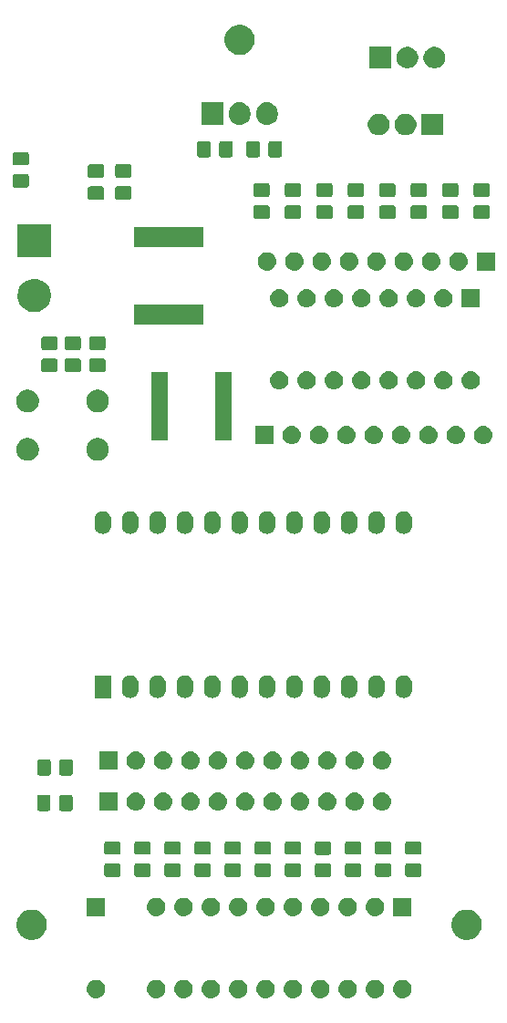
<source format=gbr>
G04 #@! TF.GenerationSoftware,KiCad,Pcbnew,(5.1.2)-2*
G04 #@! TF.CreationDate,2019-09-11T05:33:40-05:00*
G04 #@! TF.ProjectId,eeprom_manual,65657072-6f6d-45f6-9d61-6e75616c2e6b,rev?*
G04 #@! TF.SameCoordinates,Original*
G04 #@! TF.FileFunction,Soldermask,Top*
G04 #@! TF.FilePolarity,Negative*
%FSLAX46Y46*%
G04 Gerber Fmt 4.6, Leading zero omitted, Abs format (unit mm)*
G04 Created by KiCad (PCBNEW (5.1.2)-2) date 2019-09-11 05:33:40*
%MOMM*%
%LPD*%
G04 APERTURE LIST*
%ADD10C,0.100000*%
G04 APERTURE END LIST*
D10*
G36*
X51093787Y-110794510D02*
G01*
X51254162Y-110843160D01*
X51401965Y-110922162D01*
X51531517Y-111028483D01*
X51637838Y-111158035D01*
X51716840Y-111305838D01*
X51765490Y-111466213D01*
X51781916Y-111633000D01*
X51765490Y-111799787D01*
X51716840Y-111960162D01*
X51637838Y-112107965D01*
X51531517Y-112237517D01*
X51401965Y-112343838D01*
X51254162Y-112422840D01*
X51093787Y-112471490D01*
X50968794Y-112483800D01*
X50885206Y-112483800D01*
X50760213Y-112471490D01*
X50599838Y-112422840D01*
X50452035Y-112343838D01*
X50322483Y-112237517D01*
X50216162Y-112107965D01*
X50137160Y-111960162D01*
X50088510Y-111799787D01*
X50072084Y-111633000D01*
X50088510Y-111466213D01*
X50137160Y-111305838D01*
X50216162Y-111158035D01*
X50322483Y-111028483D01*
X50452035Y-110922162D01*
X50599838Y-110843160D01*
X50760213Y-110794510D01*
X50885206Y-110782200D01*
X50968794Y-110782200D01*
X51093787Y-110794510D01*
X51093787Y-110794510D01*
G37*
G36*
X63793787Y-110794510D02*
G01*
X63954162Y-110843160D01*
X64101965Y-110922162D01*
X64231517Y-111028483D01*
X64337838Y-111158035D01*
X64416840Y-111305838D01*
X64465490Y-111466213D01*
X64481916Y-111633000D01*
X64465490Y-111799787D01*
X64416840Y-111960162D01*
X64337838Y-112107965D01*
X64231517Y-112237517D01*
X64101965Y-112343838D01*
X63954162Y-112422840D01*
X63793787Y-112471490D01*
X63668794Y-112483800D01*
X63585206Y-112483800D01*
X63460213Y-112471490D01*
X63299838Y-112422840D01*
X63152035Y-112343838D01*
X63022483Y-112237517D01*
X62916162Y-112107965D01*
X62837160Y-111960162D01*
X62788510Y-111799787D01*
X62772084Y-111633000D01*
X62788510Y-111466213D01*
X62837160Y-111305838D01*
X62916162Y-111158035D01*
X63022483Y-111028483D01*
X63152035Y-110922162D01*
X63299838Y-110843160D01*
X63460213Y-110794510D01*
X63585206Y-110782200D01*
X63668794Y-110782200D01*
X63793787Y-110794510D01*
X63793787Y-110794510D01*
G37*
G36*
X37885787Y-110794510D02*
G01*
X38046162Y-110843160D01*
X38193965Y-110922162D01*
X38323517Y-111028483D01*
X38429838Y-111158035D01*
X38508840Y-111305838D01*
X38557490Y-111466213D01*
X38573916Y-111633000D01*
X38557490Y-111799787D01*
X38508840Y-111960162D01*
X38429838Y-112107965D01*
X38323517Y-112237517D01*
X38193965Y-112343838D01*
X38046162Y-112422840D01*
X37885787Y-112471490D01*
X37760794Y-112483800D01*
X37677206Y-112483800D01*
X37552213Y-112471490D01*
X37391838Y-112422840D01*
X37244035Y-112343838D01*
X37114483Y-112237517D01*
X37008162Y-112107965D01*
X36929160Y-111960162D01*
X36880510Y-111799787D01*
X36864084Y-111633000D01*
X36880510Y-111466213D01*
X36929160Y-111305838D01*
X37008162Y-111158035D01*
X37114483Y-111028483D01*
X37244035Y-110922162D01*
X37391838Y-110843160D01*
X37552213Y-110794510D01*
X37677206Y-110782200D01*
X37760794Y-110782200D01*
X37885787Y-110794510D01*
X37885787Y-110794510D01*
G37*
G36*
X43473787Y-110794510D02*
G01*
X43634162Y-110843160D01*
X43781965Y-110922162D01*
X43911517Y-111028483D01*
X44017838Y-111158035D01*
X44096840Y-111305838D01*
X44145490Y-111466213D01*
X44161916Y-111633000D01*
X44145490Y-111799787D01*
X44096840Y-111960162D01*
X44017838Y-112107965D01*
X43911517Y-112237517D01*
X43781965Y-112343838D01*
X43634162Y-112422840D01*
X43473787Y-112471490D01*
X43348794Y-112483800D01*
X43265206Y-112483800D01*
X43140213Y-112471490D01*
X42979838Y-112422840D01*
X42832035Y-112343838D01*
X42702483Y-112237517D01*
X42596162Y-112107965D01*
X42517160Y-111960162D01*
X42468510Y-111799787D01*
X42452084Y-111633000D01*
X42468510Y-111466213D01*
X42517160Y-111305838D01*
X42596162Y-111158035D01*
X42702483Y-111028483D01*
X42832035Y-110922162D01*
X42979838Y-110843160D01*
X43140213Y-110794510D01*
X43265206Y-110782200D01*
X43348794Y-110782200D01*
X43473787Y-110794510D01*
X43473787Y-110794510D01*
G37*
G36*
X46013787Y-110794510D02*
G01*
X46174162Y-110843160D01*
X46321965Y-110922162D01*
X46451517Y-111028483D01*
X46557838Y-111158035D01*
X46636840Y-111305838D01*
X46685490Y-111466213D01*
X46701916Y-111633000D01*
X46685490Y-111799787D01*
X46636840Y-111960162D01*
X46557838Y-112107965D01*
X46451517Y-112237517D01*
X46321965Y-112343838D01*
X46174162Y-112422840D01*
X46013787Y-112471490D01*
X45888794Y-112483800D01*
X45805206Y-112483800D01*
X45680213Y-112471490D01*
X45519838Y-112422840D01*
X45372035Y-112343838D01*
X45242483Y-112237517D01*
X45136162Y-112107965D01*
X45057160Y-111960162D01*
X45008510Y-111799787D01*
X44992084Y-111633000D01*
X45008510Y-111466213D01*
X45057160Y-111305838D01*
X45136162Y-111158035D01*
X45242483Y-111028483D01*
X45372035Y-110922162D01*
X45519838Y-110843160D01*
X45680213Y-110794510D01*
X45805206Y-110782200D01*
X45888794Y-110782200D01*
X46013787Y-110794510D01*
X46013787Y-110794510D01*
G37*
G36*
X48553787Y-110794510D02*
G01*
X48714162Y-110843160D01*
X48861965Y-110922162D01*
X48991517Y-111028483D01*
X49097838Y-111158035D01*
X49176840Y-111305838D01*
X49225490Y-111466213D01*
X49241916Y-111633000D01*
X49225490Y-111799787D01*
X49176840Y-111960162D01*
X49097838Y-112107965D01*
X48991517Y-112237517D01*
X48861965Y-112343838D01*
X48714162Y-112422840D01*
X48553787Y-112471490D01*
X48428794Y-112483800D01*
X48345206Y-112483800D01*
X48220213Y-112471490D01*
X48059838Y-112422840D01*
X47912035Y-112343838D01*
X47782483Y-112237517D01*
X47676162Y-112107965D01*
X47597160Y-111960162D01*
X47548510Y-111799787D01*
X47532084Y-111633000D01*
X47548510Y-111466213D01*
X47597160Y-111305838D01*
X47676162Y-111158035D01*
X47782483Y-111028483D01*
X47912035Y-110922162D01*
X48059838Y-110843160D01*
X48220213Y-110794510D01*
X48345206Y-110782200D01*
X48428794Y-110782200D01*
X48553787Y-110794510D01*
X48553787Y-110794510D01*
G37*
G36*
X61253787Y-110794510D02*
G01*
X61414162Y-110843160D01*
X61561965Y-110922162D01*
X61691517Y-111028483D01*
X61797838Y-111158035D01*
X61876840Y-111305838D01*
X61925490Y-111466213D01*
X61941916Y-111633000D01*
X61925490Y-111799787D01*
X61876840Y-111960162D01*
X61797838Y-112107965D01*
X61691517Y-112237517D01*
X61561965Y-112343838D01*
X61414162Y-112422840D01*
X61253787Y-112471490D01*
X61128794Y-112483800D01*
X61045206Y-112483800D01*
X60920213Y-112471490D01*
X60759838Y-112422840D01*
X60612035Y-112343838D01*
X60482483Y-112237517D01*
X60376162Y-112107965D01*
X60297160Y-111960162D01*
X60248510Y-111799787D01*
X60232084Y-111633000D01*
X60248510Y-111466213D01*
X60297160Y-111305838D01*
X60376162Y-111158035D01*
X60482483Y-111028483D01*
X60612035Y-110922162D01*
X60759838Y-110843160D01*
X60920213Y-110794510D01*
X61045206Y-110782200D01*
X61128794Y-110782200D01*
X61253787Y-110794510D01*
X61253787Y-110794510D01*
G37*
G36*
X58713787Y-110794510D02*
G01*
X58874162Y-110843160D01*
X59021965Y-110922162D01*
X59151517Y-111028483D01*
X59257838Y-111158035D01*
X59336840Y-111305838D01*
X59385490Y-111466213D01*
X59401916Y-111633000D01*
X59385490Y-111799787D01*
X59336840Y-111960162D01*
X59257838Y-112107965D01*
X59151517Y-112237517D01*
X59021965Y-112343838D01*
X58874162Y-112422840D01*
X58713787Y-112471490D01*
X58588794Y-112483800D01*
X58505206Y-112483800D01*
X58380213Y-112471490D01*
X58219838Y-112422840D01*
X58072035Y-112343838D01*
X57942483Y-112237517D01*
X57836162Y-112107965D01*
X57757160Y-111960162D01*
X57708510Y-111799787D01*
X57692084Y-111633000D01*
X57708510Y-111466213D01*
X57757160Y-111305838D01*
X57836162Y-111158035D01*
X57942483Y-111028483D01*
X58072035Y-110922162D01*
X58219838Y-110843160D01*
X58380213Y-110794510D01*
X58505206Y-110782200D01*
X58588794Y-110782200D01*
X58713787Y-110794510D01*
X58713787Y-110794510D01*
G37*
G36*
X56173787Y-110794510D02*
G01*
X56334162Y-110843160D01*
X56481965Y-110922162D01*
X56611517Y-111028483D01*
X56717838Y-111158035D01*
X56796840Y-111305838D01*
X56845490Y-111466213D01*
X56861916Y-111633000D01*
X56845490Y-111799787D01*
X56796840Y-111960162D01*
X56717838Y-112107965D01*
X56611517Y-112237517D01*
X56481965Y-112343838D01*
X56334162Y-112422840D01*
X56173787Y-112471490D01*
X56048794Y-112483800D01*
X55965206Y-112483800D01*
X55840213Y-112471490D01*
X55679838Y-112422840D01*
X55532035Y-112343838D01*
X55402483Y-112237517D01*
X55296162Y-112107965D01*
X55217160Y-111960162D01*
X55168510Y-111799787D01*
X55152084Y-111633000D01*
X55168510Y-111466213D01*
X55217160Y-111305838D01*
X55296162Y-111158035D01*
X55402483Y-111028483D01*
X55532035Y-110922162D01*
X55679838Y-110843160D01*
X55840213Y-110794510D01*
X55965206Y-110782200D01*
X56048794Y-110782200D01*
X56173787Y-110794510D01*
X56173787Y-110794510D01*
G37*
G36*
X53633787Y-110794510D02*
G01*
X53794162Y-110843160D01*
X53941965Y-110922162D01*
X54071517Y-111028483D01*
X54177838Y-111158035D01*
X54256840Y-111305838D01*
X54305490Y-111466213D01*
X54321916Y-111633000D01*
X54305490Y-111799787D01*
X54256840Y-111960162D01*
X54177838Y-112107965D01*
X54071517Y-112237517D01*
X53941965Y-112343838D01*
X53794162Y-112422840D01*
X53633787Y-112471490D01*
X53508794Y-112483800D01*
X53425206Y-112483800D01*
X53300213Y-112471490D01*
X53139838Y-112422840D01*
X52992035Y-112343838D01*
X52862483Y-112237517D01*
X52756162Y-112107965D01*
X52677160Y-111960162D01*
X52628510Y-111799787D01*
X52612084Y-111633000D01*
X52628510Y-111466213D01*
X52677160Y-111305838D01*
X52756162Y-111158035D01*
X52862483Y-111028483D01*
X52992035Y-110922162D01*
X53139838Y-110843160D01*
X53300213Y-110794510D01*
X53425206Y-110782200D01*
X53508794Y-110782200D01*
X53633787Y-110794510D01*
X53633787Y-110794510D01*
G37*
G36*
X66333787Y-110794510D02*
G01*
X66494162Y-110843160D01*
X66641965Y-110922162D01*
X66771517Y-111028483D01*
X66877838Y-111158035D01*
X66956840Y-111305838D01*
X67005490Y-111466213D01*
X67021916Y-111633000D01*
X67005490Y-111799787D01*
X66956840Y-111960162D01*
X66877838Y-112107965D01*
X66771517Y-112237517D01*
X66641965Y-112343838D01*
X66494162Y-112422840D01*
X66333787Y-112471490D01*
X66208794Y-112483800D01*
X66125206Y-112483800D01*
X66000213Y-112471490D01*
X65839838Y-112422840D01*
X65692035Y-112343838D01*
X65562483Y-112237517D01*
X65456162Y-112107965D01*
X65377160Y-111960162D01*
X65328510Y-111799787D01*
X65312084Y-111633000D01*
X65328510Y-111466213D01*
X65377160Y-111305838D01*
X65456162Y-111158035D01*
X65562483Y-111028483D01*
X65692035Y-110922162D01*
X65839838Y-110843160D01*
X66000213Y-110794510D01*
X66125206Y-110782200D01*
X66208794Y-110782200D01*
X66333787Y-110794510D01*
X66333787Y-110794510D01*
G37*
G36*
X72544597Y-104317031D02*
G01*
X72799526Y-104422626D01*
X72799528Y-104422627D01*
X73028958Y-104575927D01*
X73224073Y-104771042D01*
X73377373Y-105000472D01*
X73377374Y-105000474D01*
X73482969Y-105255403D01*
X73536800Y-105526032D01*
X73536800Y-105801968D01*
X73482969Y-106072597D01*
X73377374Y-106327526D01*
X73377373Y-106327528D01*
X73224073Y-106556958D01*
X73028958Y-106752073D01*
X72799528Y-106905373D01*
X72799527Y-106905374D01*
X72799526Y-106905374D01*
X72544597Y-107010969D01*
X72273968Y-107064800D01*
X71998032Y-107064800D01*
X71727403Y-107010969D01*
X71472474Y-106905374D01*
X71472473Y-106905374D01*
X71472472Y-106905373D01*
X71243042Y-106752073D01*
X71047927Y-106556958D01*
X70894627Y-106327528D01*
X70894626Y-106327526D01*
X70789031Y-106072597D01*
X70735200Y-105801968D01*
X70735200Y-105526032D01*
X70789031Y-105255403D01*
X70894626Y-105000474D01*
X70894627Y-105000472D01*
X71047927Y-104771042D01*
X71243042Y-104575927D01*
X71472472Y-104422627D01*
X71472474Y-104422626D01*
X71727403Y-104317031D01*
X71998032Y-104263200D01*
X72273968Y-104263200D01*
X72544597Y-104317031D01*
X72544597Y-104317031D01*
G37*
G36*
X32158597Y-104317031D02*
G01*
X32413526Y-104422626D01*
X32413528Y-104422627D01*
X32642958Y-104575927D01*
X32838073Y-104771042D01*
X32991373Y-105000472D01*
X32991374Y-105000474D01*
X33096969Y-105255403D01*
X33150800Y-105526032D01*
X33150800Y-105801968D01*
X33096969Y-106072597D01*
X32991374Y-106327526D01*
X32991373Y-106327528D01*
X32838073Y-106556958D01*
X32642958Y-106752073D01*
X32413528Y-106905373D01*
X32413527Y-106905374D01*
X32413526Y-106905374D01*
X32158597Y-107010969D01*
X31887968Y-107064800D01*
X31612032Y-107064800D01*
X31341403Y-107010969D01*
X31086474Y-106905374D01*
X31086473Y-106905374D01*
X31086472Y-106905373D01*
X30857042Y-106752073D01*
X30661927Y-106556958D01*
X30508627Y-106327528D01*
X30508626Y-106327526D01*
X30403031Y-106072597D01*
X30349200Y-105801968D01*
X30349200Y-105526032D01*
X30403031Y-105255403D01*
X30508626Y-105000474D01*
X30508627Y-105000472D01*
X30661927Y-104771042D01*
X30857042Y-104575927D01*
X31086472Y-104422627D01*
X31086474Y-104422626D01*
X31341403Y-104317031D01*
X31612032Y-104263200D01*
X31887968Y-104263200D01*
X32158597Y-104317031D01*
X32158597Y-104317031D01*
G37*
G36*
X46013787Y-103174510D02*
G01*
X46174162Y-103223160D01*
X46321965Y-103302162D01*
X46451517Y-103408483D01*
X46557838Y-103538035D01*
X46636840Y-103685838D01*
X46685490Y-103846213D01*
X46701916Y-104013000D01*
X46685490Y-104179787D01*
X46636840Y-104340162D01*
X46557838Y-104487965D01*
X46451517Y-104617517D01*
X46321965Y-104723838D01*
X46174162Y-104802840D01*
X46013787Y-104851490D01*
X45888794Y-104863800D01*
X45805206Y-104863800D01*
X45680213Y-104851490D01*
X45519838Y-104802840D01*
X45372035Y-104723838D01*
X45242483Y-104617517D01*
X45136162Y-104487965D01*
X45057160Y-104340162D01*
X45008510Y-104179787D01*
X44992084Y-104013000D01*
X45008510Y-103846213D01*
X45057160Y-103685838D01*
X45136162Y-103538035D01*
X45242483Y-103408483D01*
X45372035Y-103302162D01*
X45519838Y-103223160D01*
X45680213Y-103174510D01*
X45805206Y-103162200D01*
X45888794Y-103162200D01*
X46013787Y-103174510D01*
X46013787Y-103174510D01*
G37*
G36*
X58713787Y-103174510D02*
G01*
X58874162Y-103223160D01*
X59021965Y-103302162D01*
X59151517Y-103408483D01*
X59257838Y-103538035D01*
X59336840Y-103685838D01*
X59385490Y-103846213D01*
X59401916Y-104013000D01*
X59385490Y-104179787D01*
X59336840Y-104340162D01*
X59257838Y-104487965D01*
X59151517Y-104617517D01*
X59021965Y-104723838D01*
X58874162Y-104802840D01*
X58713787Y-104851490D01*
X58588794Y-104863800D01*
X58505206Y-104863800D01*
X58380213Y-104851490D01*
X58219838Y-104802840D01*
X58072035Y-104723838D01*
X57942483Y-104617517D01*
X57836162Y-104487965D01*
X57757160Y-104340162D01*
X57708510Y-104179787D01*
X57692084Y-104013000D01*
X57708510Y-103846213D01*
X57757160Y-103685838D01*
X57836162Y-103538035D01*
X57942483Y-103408483D01*
X58072035Y-103302162D01*
X58219838Y-103223160D01*
X58380213Y-103174510D01*
X58505206Y-103162200D01*
X58588794Y-103162200D01*
X58713787Y-103174510D01*
X58713787Y-103174510D01*
G37*
G36*
X56173787Y-103174510D02*
G01*
X56334162Y-103223160D01*
X56481965Y-103302162D01*
X56611517Y-103408483D01*
X56717838Y-103538035D01*
X56796840Y-103685838D01*
X56845490Y-103846213D01*
X56861916Y-104013000D01*
X56845490Y-104179787D01*
X56796840Y-104340162D01*
X56717838Y-104487965D01*
X56611517Y-104617517D01*
X56481965Y-104723838D01*
X56334162Y-104802840D01*
X56173787Y-104851490D01*
X56048794Y-104863800D01*
X55965206Y-104863800D01*
X55840213Y-104851490D01*
X55679838Y-104802840D01*
X55532035Y-104723838D01*
X55402483Y-104617517D01*
X55296162Y-104487965D01*
X55217160Y-104340162D01*
X55168510Y-104179787D01*
X55152084Y-104013000D01*
X55168510Y-103846213D01*
X55217160Y-103685838D01*
X55296162Y-103538035D01*
X55402483Y-103408483D01*
X55532035Y-103302162D01*
X55679838Y-103223160D01*
X55840213Y-103174510D01*
X55965206Y-103162200D01*
X56048794Y-103162200D01*
X56173787Y-103174510D01*
X56173787Y-103174510D01*
G37*
G36*
X53633787Y-103174510D02*
G01*
X53794162Y-103223160D01*
X53941965Y-103302162D01*
X54071517Y-103408483D01*
X54177838Y-103538035D01*
X54256840Y-103685838D01*
X54305490Y-103846213D01*
X54321916Y-104013000D01*
X54305490Y-104179787D01*
X54256840Y-104340162D01*
X54177838Y-104487965D01*
X54071517Y-104617517D01*
X53941965Y-104723838D01*
X53794162Y-104802840D01*
X53633787Y-104851490D01*
X53508794Y-104863800D01*
X53425206Y-104863800D01*
X53300213Y-104851490D01*
X53139838Y-104802840D01*
X52992035Y-104723838D01*
X52862483Y-104617517D01*
X52756162Y-104487965D01*
X52677160Y-104340162D01*
X52628510Y-104179787D01*
X52612084Y-104013000D01*
X52628510Y-103846213D01*
X52677160Y-103685838D01*
X52756162Y-103538035D01*
X52862483Y-103408483D01*
X52992035Y-103302162D01*
X53139838Y-103223160D01*
X53300213Y-103174510D01*
X53425206Y-103162200D01*
X53508794Y-103162200D01*
X53633787Y-103174510D01*
X53633787Y-103174510D01*
G37*
G36*
X51093787Y-103174510D02*
G01*
X51254162Y-103223160D01*
X51401965Y-103302162D01*
X51531517Y-103408483D01*
X51637838Y-103538035D01*
X51716840Y-103685838D01*
X51765490Y-103846213D01*
X51781916Y-104013000D01*
X51765490Y-104179787D01*
X51716840Y-104340162D01*
X51637838Y-104487965D01*
X51531517Y-104617517D01*
X51401965Y-104723838D01*
X51254162Y-104802840D01*
X51093787Y-104851490D01*
X50968794Y-104863800D01*
X50885206Y-104863800D01*
X50760213Y-104851490D01*
X50599838Y-104802840D01*
X50452035Y-104723838D01*
X50322483Y-104617517D01*
X50216162Y-104487965D01*
X50137160Y-104340162D01*
X50088510Y-104179787D01*
X50072084Y-104013000D01*
X50088510Y-103846213D01*
X50137160Y-103685838D01*
X50216162Y-103538035D01*
X50322483Y-103408483D01*
X50452035Y-103302162D01*
X50599838Y-103223160D01*
X50760213Y-103174510D01*
X50885206Y-103162200D01*
X50968794Y-103162200D01*
X51093787Y-103174510D01*
X51093787Y-103174510D01*
G37*
G36*
X48553787Y-103174510D02*
G01*
X48714162Y-103223160D01*
X48861965Y-103302162D01*
X48991517Y-103408483D01*
X49097838Y-103538035D01*
X49176840Y-103685838D01*
X49225490Y-103846213D01*
X49241916Y-104013000D01*
X49225490Y-104179787D01*
X49176840Y-104340162D01*
X49097838Y-104487965D01*
X48991517Y-104617517D01*
X48861965Y-104723838D01*
X48714162Y-104802840D01*
X48553787Y-104851490D01*
X48428794Y-104863800D01*
X48345206Y-104863800D01*
X48220213Y-104851490D01*
X48059838Y-104802840D01*
X47912035Y-104723838D01*
X47782483Y-104617517D01*
X47676162Y-104487965D01*
X47597160Y-104340162D01*
X47548510Y-104179787D01*
X47532084Y-104013000D01*
X47548510Y-103846213D01*
X47597160Y-103685838D01*
X47676162Y-103538035D01*
X47782483Y-103408483D01*
X47912035Y-103302162D01*
X48059838Y-103223160D01*
X48220213Y-103174510D01*
X48345206Y-103162200D01*
X48428794Y-103162200D01*
X48553787Y-103174510D01*
X48553787Y-103174510D01*
G37*
G36*
X61253787Y-103174510D02*
G01*
X61414162Y-103223160D01*
X61561965Y-103302162D01*
X61691517Y-103408483D01*
X61797838Y-103538035D01*
X61876840Y-103685838D01*
X61925490Y-103846213D01*
X61941916Y-104013000D01*
X61925490Y-104179787D01*
X61876840Y-104340162D01*
X61797838Y-104487965D01*
X61691517Y-104617517D01*
X61561965Y-104723838D01*
X61414162Y-104802840D01*
X61253787Y-104851490D01*
X61128794Y-104863800D01*
X61045206Y-104863800D01*
X60920213Y-104851490D01*
X60759838Y-104802840D01*
X60612035Y-104723838D01*
X60482483Y-104617517D01*
X60376162Y-104487965D01*
X60297160Y-104340162D01*
X60248510Y-104179787D01*
X60232084Y-104013000D01*
X60248510Y-103846213D01*
X60297160Y-103685838D01*
X60376162Y-103538035D01*
X60482483Y-103408483D01*
X60612035Y-103302162D01*
X60759838Y-103223160D01*
X60920213Y-103174510D01*
X61045206Y-103162200D01*
X61128794Y-103162200D01*
X61253787Y-103174510D01*
X61253787Y-103174510D01*
G37*
G36*
X38569800Y-104863800D02*
G01*
X36868200Y-104863800D01*
X36868200Y-103162200D01*
X38569800Y-103162200D01*
X38569800Y-104863800D01*
X38569800Y-104863800D01*
G37*
G36*
X63793787Y-103174510D02*
G01*
X63954162Y-103223160D01*
X64101965Y-103302162D01*
X64231517Y-103408483D01*
X64337838Y-103538035D01*
X64416840Y-103685838D01*
X64465490Y-103846213D01*
X64481916Y-104013000D01*
X64465490Y-104179787D01*
X64416840Y-104340162D01*
X64337838Y-104487965D01*
X64231517Y-104617517D01*
X64101965Y-104723838D01*
X63954162Y-104802840D01*
X63793787Y-104851490D01*
X63668794Y-104863800D01*
X63585206Y-104863800D01*
X63460213Y-104851490D01*
X63299838Y-104802840D01*
X63152035Y-104723838D01*
X63022483Y-104617517D01*
X62916162Y-104487965D01*
X62837160Y-104340162D01*
X62788510Y-104179787D01*
X62772084Y-104013000D01*
X62788510Y-103846213D01*
X62837160Y-103685838D01*
X62916162Y-103538035D01*
X63022483Y-103408483D01*
X63152035Y-103302162D01*
X63299838Y-103223160D01*
X63460213Y-103174510D01*
X63585206Y-103162200D01*
X63668794Y-103162200D01*
X63793787Y-103174510D01*
X63793787Y-103174510D01*
G37*
G36*
X43473787Y-103174510D02*
G01*
X43634162Y-103223160D01*
X43781965Y-103302162D01*
X43911517Y-103408483D01*
X44017838Y-103538035D01*
X44096840Y-103685838D01*
X44145490Y-103846213D01*
X44161916Y-104013000D01*
X44145490Y-104179787D01*
X44096840Y-104340162D01*
X44017838Y-104487965D01*
X43911517Y-104617517D01*
X43781965Y-104723838D01*
X43634162Y-104802840D01*
X43473787Y-104851490D01*
X43348794Y-104863800D01*
X43265206Y-104863800D01*
X43140213Y-104851490D01*
X42979838Y-104802840D01*
X42832035Y-104723838D01*
X42702483Y-104617517D01*
X42596162Y-104487965D01*
X42517160Y-104340162D01*
X42468510Y-104179787D01*
X42452084Y-104013000D01*
X42468510Y-103846213D01*
X42517160Y-103685838D01*
X42596162Y-103538035D01*
X42702483Y-103408483D01*
X42832035Y-103302162D01*
X42979838Y-103223160D01*
X43140213Y-103174510D01*
X43265206Y-103162200D01*
X43348794Y-103162200D01*
X43473787Y-103174510D01*
X43473787Y-103174510D01*
G37*
G36*
X67017800Y-104863800D02*
G01*
X65316200Y-104863800D01*
X65316200Y-103162200D01*
X67017800Y-103162200D01*
X67017800Y-104863800D01*
X67017800Y-104863800D01*
G37*
G36*
X59389544Y-99980663D02*
G01*
X59427220Y-99992092D01*
X59461941Y-100010651D01*
X59492374Y-100035626D01*
X59517349Y-100066059D01*
X59535908Y-100100780D01*
X59547337Y-100138456D01*
X59551800Y-100183772D01*
X59551800Y-101020228D01*
X59547337Y-101065544D01*
X59535908Y-101103220D01*
X59517349Y-101137941D01*
X59492374Y-101168374D01*
X59461941Y-101193349D01*
X59427220Y-101211908D01*
X59389544Y-101223337D01*
X59344228Y-101227800D01*
X58257772Y-101227800D01*
X58212456Y-101223337D01*
X58174780Y-101211908D01*
X58140059Y-101193349D01*
X58109626Y-101168374D01*
X58084651Y-101137941D01*
X58066092Y-101103220D01*
X58054663Y-101065544D01*
X58050200Y-101020228D01*
X58050200Y-100183772D01*
X58054663Y-100138456D01*
X58066092Y-100100780D01*
X58084651Y-100066059D01*
X58109626Y-100035626D01*
X58140059Y-100010651D01*
X58174780Y-99992092D01*
X58212456Y-99980663D01*
X58257772Y-99976200D01*
X59344228Y-99976200D01*
X59389544Y-99980663D01*
X59389544Y-99980663D01*
G37*
G36*
X39831544Y-99971663D02*
G01*
X39869220Y-99983092D01*
X39903941Y-100001651D01*
X39934374Y-100026626D01*
X39959349Y-100057059D01*
X39977908Y-100091780D01*
X39989337Y-100129456D01*
X39993800Y-100174772D01*
X39993800Y-101011228D01*
X39989337Y-101056544D01*
X39977908Y-101094220D01*
X39959349Y-101128941D01*
X39934374Y-101159374D01*
X39903941Y-101184349D01*
X39869220Y-101202908D01*
X39831544Y-101214337D01*
X39786228Y-101218800D01*
X38699772Y-101218800D01*
X38654456Y-101214337D01*
X38616780Y-101202908D01*
X38582059Y-101184349D01*
X38551626Y-101159374D01*
X38526651Y-101128941D01*
X38508092Y-101094220D01*
X38496663Y-101056544D01*
X38492200Y-101011228D01*
X38492200Y-100174772D01*
X38496663Y-100129456D01*
X38508092Y-100091780D01*
X38526651Y-100057059D01*
X38551626Y-100026626D01*
X38582059Y-100001651D01*
X38616780Y-99983092D01*
X38654456Y-99971663D01*
X38699772Y-99967200D01*
X39786228Y-99967200D01*
X39831544Y-99971663D01*
X39831544Y-99971663D01*
G37*
G36*
X53801544Y-99971663D02*
G01*
X53839220Y-99983092D01*
X53873941Y-100001651D01*
X53904374Y-100026626D01*
X53929349Y-100057059D01*
X53947908Y-100091780D01*
X53959337Y-100129456D01*
X53963800Y-100174772D01*
X53963800Y-101011228D01*
X53959337Y-101056544D01*
X53947908Y-101094220D01*
X53929349Y-101128941D01*
X53904374Y-101159374D01*
X53873941Y-101184349D01*
X53839220Y-101202908D01*
X53801544Y-101214337D01*
X53756228Y-101218800D01*
X52669772Y-101218800D01*
X52624456Y-101214337D01*
X52586780Y-101202908D01*
X52552059Y-101184349D01*
X52521626Y-101159374D01*
X52496651Y-101128941D01*
X52478092Y-101094220D01*
X52466663Y-101056544D01*
X52462200Y-101011228D01*
X52462200Y-100174772D01*
X52466663Y-100129456D01*
X52478092Y-100091780D01*
X52496651Y-100057059D01*
X52521626Y-100026626D01*
X52552059Y-100001651D01*
X52586780Y-99983092D01*
X52624456Y-99971663D01*
X52669772Y-99967200D01*
X53756228Y-99967200D01*
X53801544Y-99971663D01*
X53801544Y-99971663D01*
G37*
G36*
X56595544Y-99971663D02*
G01*
X56633220Y-99983092D01*
X56667941Y-100001651D01*
X56698374Y-100026626D01*
X56723349Y-100057059D01*
X56741908Y-100091780D01*
X56753337Y-100129456D01*
X56757800Y-100174772D01*
X56757800Y-101011228D01*
X56753337Y-101056544D01*
X56741908Y-101094220D01*
X56723349Y-101128941D01*
X56698374Y-101159374D01*
X56667941Y-101184349D01*
X56633220Y-101202908D01*
X56595544Y-101214337D01*
X56550228Y-101218800D01*
X55463772Y-101218800D01*
X55418456Y-101214337D01*
X55380780Y-101202908D01*
X55346059Y-101184349D01*
X55315626Y-101159374D01*
X55290651Y-101128941D01*
X55272092Y-101094220D01*
X55260663Y-101056544D01*
X55256200Y-101011228D01*
X55256200Y-100174772D01*
X55260663Y-100129456D01*
X55272092Y-100091780D01*
X55290651Y-100057059D01*
X55315626Y-100026626D01*
X55346059Y-100001651D01*
X55380780Y-99983092D01*
X55418456Y-99971663D01*
X55463772Y-99967200D01*
X56550228Y-99967200D01*
X56595544Y-99971663D01*
X56595544Y-99971663D01*
G37*
G36*
X62183544Y-99971663D02*
G01*
X62221220Y-99983092D01*
X62255941Y-100001651D01*
X62286374Y-100026626D01*
X62311349Y-100057059D01*
X62329908Y-100091780D01*
X62341337Y-100129456D01*
X62345800Y-100174772D01*
X62345800Y-101011228D01*
X62341337Y-101056544D01*
X62329908Y-101094220D01*
X62311349Y-101128941D01*
X62286374Y-101159374D01*
X62255941Y-101184349D01*
X62221220Y-101202908D01*
X62183544Y-101214337D01*
X62138228Y-101218800D01*
X61051772Y-101218800D01*
X61006456Y-101214337D01*
X60968780Y-101202908D01*
X60934059Y-101184349D01*
X60903626Y-101159374D01*
X60878651Y-101128941D01*
X60860092Y-101094220D01*
X60848663Y-101056544D01*
X60844200Y-101011228D01*
X60844200Y-100174772D01*
X60848663Y-100129456D01*
X60860092Y-100091780D01*
X60878651Y-100057059D01*
X60903626Y-100026626D01*
X60934059Y-100001651D01*
X60968780Y-99983092D01*
X61006456Y-99971663D01*
X61051772Y-99967200D01*
X62138228Y-99967200D01*
X62183544Y-99971663D01*
X62183544Y-99971663D01*
G37*
G36*
X67771544Y-99971663D02*
G01*
X67809220Y-99983092D01*
X67843941Y-100001651D01*
X67874374Y-100026626D01*
X67899349Y-100057059D01*
X67917908Y-100091780D01*
X67929337Y-100129456D01*
X67933800Y-100174772D01*
X67933800Y-101011228D01*
X67929337Y-101056544D01*
X67917908Y-101094220D01*
X67899349Y-101128941D01*
X67874374Y-101159374D01*
X67843941Y-101184349D01*
X67809220Y-101202908D01*
X67771544Y-101214337D01*
X67726228Y-101218800D01*
X66639772Y-101218800D01*
X66594456Y-101214337D01*
X66556780Y-101202908D01*
X66522059Y-101184349D01*
X66491626Y-101159374D01*
X66466651Y-101128941D01*
X66448092Y-101094220D01*
X66436663Y-101056544D01*
X66432200Y-101011228D01*
X66432200Y-100174772D01*
X66436663Y-100129456D01*
X66448092Y-100091780D01*
X66466651Y-100057059D01*
X66491626Y-100026626D01*
X66522059Y-100001651D01*
X66556780Y-99983092D01*
X66594456Y-99971663D01*
X66639772Y-99967200D01*
X67726228Y-99967200D01*
X67771544Y-99971663D01*
X67771544Y-99971663D01*
G37*
G36*
X51007544Y-99971663D02*
G01*
X51045220Y-99983092D01*
X51079941Y-100001651D01*
X51110374Y-100026626D01*
X51135349Y-100057059D01*
X51153908Y-100091780D01*
X51165337Y-100129456D01*
X51169800Y-100174772D01*
X51169800Y-101011228D01*
X51165337Y-101056544D01*
X51153908Y-101094220D01*
X51135349Y-101128941D01*
X51110374Y-101159374D01*
X51079941Y-101184349D01*
X51045220Y-101202908D01*
X51007544Y-101214337D01*
X50962228Y-101218800D01*
X49875772Y-101218800D01*
X49830456Y-101214337D01*
X49792780Y-101202908D01*
X49758059Y-101184349D01*
X49727626Y-101159374D01*
X49702651Y-101128941D01*
X49684092Y-101094220D01*
X49672663Y-101056544D01*
X49668200Y-101011228D01*
X49668200Y-100174772D01*
X49672663Y-100129456D01*
X49684092Y-100091780D01*
X49702651Y-100057059D01*
X49727626Y-100026626D01*
X49758059Y-100001651D01*
X49792780Y-99983092D01*
X49830456Y-99971663D01*
X49875772Y-99967200D01*
X50962228Y-99967200D01*
X51007544Y-99971663D01*
X51007544Y-99971663D01*
G37*
G36*
X48213544Y-99971663D02*
G01*
X48251220Y-99983092D01*
X48285941Y-100001651D01*
X48316374Y-100026626D01*
X48341349Y-100057059D01*
X48359908Y-100091780D01*
X48371337Y-100129456D01*
X48375800Y-100174772D01*
X48375800Y-101011228D01*
X48371337Y-101056544D01*
X48359908Y-101094220D01*
X48341349Y-101128941D01*
X48316374Y-101159374D01*
X48285941Y-101184349D01*
X48251220Y-101202908D01*
X48213544Y-101214337D01*
X48168228Y-101218800D01*
X47081772Y-101218800D01*
X47036456Y-101214337D01*
X46998780Y-101202908D01*
X46964059Y-101184349D01*
X46933626Y-101159374D01*
X46908651Y-101128941D01*
X46890092Y-101094220D01*
X46878663Y-101056544D01*
X46874200Y-101011228D01*
X46874200Y-100174772D01*
X46878663Y-100129456D01*
X46890092Y-100091780D01*
X46908651Y-100057059D01*
X46933626Y-100026626D01*
X46964059Y-100001651D01*
X46998780Y-99983092D01*
X47036456Y-99971663D01*
X47081772Y-99967200D01*
X48168228Y-99967200D01*
X48213544Y-99971663D01*
X48213544Y-99971663D01*
G37*
G36*
X45419544Y-99971663D02*
G01*
X45457220Y-99983092D01*
X45491941Y-100001651D01*
X45522374Y-100026626D01*
X45547349Y-100057059D01*
X45565908Y-100091780D01*
X45577337Y-100129456D01*
X45581800Y-100174772D01*
X45581800Y-101011228D01*
X45577337Y-101056544D01*
X45565908Y-101094220D01*
X45547349Y-101128941D01*
X45522374Y-101159374D01*
X45491941Y-101184349D01*
X45457220Y-101202908D01*
X45419544Y-101214337D01*
X45374228Y-101218800D01*
X44287772Y-101218800D01*
X44242456Y-101214337D01*
X44204780Y-101202908D01*
X44170059Y-101184349D01*
X44139626Y-101159374D01*
X44114651Y-101128941D01*
X44096092Y-101094220D01*
X44084663Y-101056544D01*
X44080200Y-101011228D01*
X44080200Y-100174772D01*
X44084663Y-100129456D01*
X44096092Y-100091780D01*
X44114651Y-100057059D01*
X44139626Y-100026626D01*
X44170059Y-100001651D01*
X44204780Y-99983092D01*
X44242456Y-99971663D01*
X44287772Y-99967200D01*
X45374228Y-99967200D01*
X45419544Y-99971663D01*
X45419544Y-99971663D01*
G37*
G36*
X42625544Y-99971663D02*
G01*
X42663220Y-99983092D01*
X42697941Y-100001651D01*
X42728374Y-100026626D01*
X42753349Y-100057059D01*
X42771908Y-100091780D01*
X42783337Y-100129456D01*
X42787800Y-100174772D01*
X42787800Y-101011228D01*
X42783337Y-101056544D01*
X42771908Y-101094220D01*
X42753349Y-101128941D01*
X42728374Y-101159374D01*
X42697941Y-101184349D01*
X42663220Y-101202908D01*
X42625544Y-101214337D01*
X42580228Y-101218800D01*
X41493772Y-101218800D01*
X41448456Y-101214337D01*
X41410780Y-101202908D01*
X41376059Y-101184349D01*
X41345626Y-101159374D01*
X41320651Y-101128941D01*
X41302092Y-101094220D01*
X41290663Y-101056544D01*
X41286200Y-101011228D01*
X41286200Y-100174772D01*
X41290663Y-100129456D01*
X41302092Y-100091780D01*
X41320651Y-100057059D01*
X41345626Y-100026626D01*
X41376059Y-100001651D01*
X41410780Y-99983092D01*
X41448456Y-99971663D01*
X41493772Y-99967200D01*
X42580228Y-99967200D01*
X42625544Y-99971663D01*
X42625544Y-99971663D01*
G37*
G36*
X64977544Y-99962663D02*
G01*
X65015220Y-99974092D01*
X65049941Y-99992651D01*
X65080374Y-100017626D01*
X65105349Y-100048059D01*
X65123908Y-100082780D01*
X65135337Y-100120456D01*
X65139800Y-100165772D01*
X65139800Y-101002228D01*
X65135337Y-101047544D01*
X65123908Y-101085220D01*
X65105349Y-101119941D01*
X65080374Y-101150374D01*
X65049941Y-101175349D01*
X65015220Y-101193908D01*
X64977544Y-101205337D01*
X64932228Y-101209800D01*
X63845772Y-101209800D01*
X63800456Y-101205337D01*
X63762780Y-101193908D01*
X63728059Y-101175349D01*
X63697626Y-101150374D01*
X63672651Y-101119941D01*
X63654092Y-101085220D01*
X63642663Y-101047544D01*
X63638200Y-101002228D01*
X63638200Y-100165772D01*
X63642663Y-100120456D01*
X63654092Y-100082780D01*
X63672651Y-100048059D01*
X63697626Y-100017626D01*
X63728059Y-99992651D01*
X63762780Y-99974092D01*
X63800456Y-99962663D01*
X63845772Y-99958200D01*
X64932228Y-99958200D01*
X64977544Y-99962663D01*
X64977544Y-99962663D01*
G37*
G36*
X59389544Y-97930663D02*
G01*
X59427220Y-97942092D01*
X59461941Y-97960651D01*
X59492374Y-97985626D01*
X59517349Y-98016059D01*
X59535908Y-98050780D01*
X59547337Y-98088456D01*
X59551800Y-98133772D01*
X59551800Y-98970228D01*
X59547337Y-99015544D01*
X59535908Y-99053220D01*
X59517349Y-99087941D01*
X59492374Y-99118374D01*
X59461941Y-99143349D01*
X59427220Y-99161908D01*
X59389544Y-99173337D01*
X59344228Y-99177800D01*
X58257772Y-99177800D01*
X58212456Y-99173337D01*
X58174780Y-99161908D01*
X58140059Y-99143349D01*
X58109626Y-99118374D01*
X58084651Y-99087941D01*
X58066092Y-99053220D01*
X58054663Y-99015544D01*
X58050200Y-98970228D01*
X58050200Y-98133772D01*
X58054663Y-98088456D01*
X58066092Y-98050780D01*
X58084651Y-98016059D01*
X58109626Y-97985626D01*
X58140059Y-97960651D01*
X58174780Y-97942092D01*
X58212456Y-97930663D01*
X58257772Y-97926200D01*
X59344228Y-97926200D01*
X59389544Y-97930663D01*
X59389544Y-97930663D01*
G37*
G36*
X42625544Y-97921663D02*
G01*
X42663220Y-97933092D01*
X42697941Y-97951651D01*
X42728374Y-97976626D01*
X42753349Y-98007059D01*
X42771908Y-98041780D01*
X42783337Y-98079456D01*
X42787800Y-98124772D01*
X42787800Y-98961228D01*
X42783337Y-99006544D01*
X42771908Y-99044220D01*
X42753349Y-99078941D01*
X42728374Y-99109374D01*
X42697941Y-99134349D01*
X42663220Y-99152908D01*
X42625544Y-99164337D01*
X42580228Y-99168800D01*
X41493772Y-99168800D01*
X41448456Y-99164337D01*
X41410780Y-99152908D01*
X41376059Y-99134349D01*
X41345626Y-99109374D01*
X41320651Y-99078941D01*
X41302092Y-99044220D01*
X41290663Y-99006544D01*
X41286200Y-98961228D01*
X41286200Y-98124772D01*
X41290663Y-98079456D01*
X41302092Y-98041780D01*
X41320651Y-98007059D01*
X41345626Y-97976626D01*
X41376059Y-97951651D01*
X41410780Y-97933092D01*
X41448456Y-97921663D01*
X41493772Y-97917200D01*
X42580228Y-97917200D01*
X42625544Y-97921663D01*
X42625544Y-97921663D01*
G37*
G36*
X62183544Y-97921663D02*
G01*
X62221220Y-97933092D01*
X62255941Y-97951651D01*
X62286374Y-97976626D01*
X62311349Y-98007059D01*
X62329908Y-98041780D01*
X62341337Y-98079456D01*
X62345800Y-98124772D01*
X62345800Y-98961228D01*
X62341337Y-99006544D01*
X62329908Y-99044220D01*
X62311349Y-99078941D01*
X62286374Y-99109374D01*
X62255941Y-99134349D01*
X62221220Y-99152908D01*
X62183544Y-99164337D01*
X62138228Y-99168800D01*
X61051772Y-99168800D01*
X61006456Y-99164337D01*
X60968780Y-99152908D01*
X60934059Y-99134349D01*
X60903626Y-99109374D01*
X60878651Y-99078941D01*
X60860092Y-99044220D01*
X60848663Y-99006544D01*
X60844200Y-98961228D01*
X60844200Y-98124772D01*
X60848663Y-98079456D01*
X60860092Y-98041780D01*
X60878651Y-98007059D01*
X60903626Y-97976626D01*
X60934059Y-97951651D01*
X60968780Y-97933092D01*
X61006456Y-97921663D01*
X61051772Y-97917200D01*
X62138228Y-97917200D01*
X62183544Y-97921663D01*
X62183544Y-97921663D01*
G37*
G36*
X56595544Y-97921663D02*
G01*
X56633220Y-97933092D01*
X56667941Y-97951651D01*
X56698374Y-97976626D01*
X56723349Y-98007059D01*
X56741908Y-98041780D01*
X56753337Y-98079456D01*
X56757800Y-98124772D01*
X56757800Y-98961228D01*
X56753337Y-99006544D01*
X56741908Y-99044220D01*
X56723349Y-99078941D01*
X56698374Y-99109374D01*
X56667941Y-99134349D01*
X56633220Y-99152908D01*
X56595544Y-99164337D01*
X56550228Y-99168800D01*
X55463772Y-99168800D01*
X55418456Y-99164337D01*
X55380780Y-99152908D01*
X55346059Y-99134349D01*
X55315626Y-99109374D01*
X55290651Y-99078941D01*
X55272092Y-99044220D01*
X55260663Y-99006544D01*
X55256200Y-98961228D01*
X55256200Y-98124772D01*
X55260663Y-98079456D01*
X55272092Y-98041780D01*
X55290651Y-98007059D01*
X55315626Y-97976626D01*
X55346059Y-97951651D01*
X55380780Y-97933092D01*
X55418456Y-97921663D01*
X55463772Y-97917200D01*
X56550228Y-97917200D01*
X56595544Y-97921663D01*
X56595544Y-97921663D01*
G37*
G36*
X51007544Y-97921663D02*
G01*
X51045220Y-97933092D01*
X51079941Y-97951651D01*
X51110374Y-97976626D01*
X51135349Y-98007059D01*
X51153908Y-98041780D01*
X51165337Y-98079456D01*
X51169800Y-98124772D01*
X51169800Y-98961228D01*
X51165337Y-99006544D01*
X51153908Y-99044220D01*
X51135349Y-99078941D01*
X51110374Y-99109374D01*
X51079941Y-99134349D01*
X51045220Y-99152908D01*
X51007544Y-99164337D01*
X50962228Y-99168800D01*
X49875772Y-99168800D01*
X49830456Y-99164337D01*
X49792780Y-99152908D01*
X49758059Y-99134349D01*
X49727626Y-99109374D01*
X49702651Y-99078941D01*
X49684092Y-99044220D01*
X49672663Y-99006544D01*
X49668200Y-98961228D01*
X49668200Y-98124772D01*
X49672663Y-98079456D01*
X49684092Y-98041780D01*
X49702651Y-98007059D01*
X49727626Y-97976626D01*
X49758059Y-97951651D01*
X49792780Y-97933092D01*
X49830456Y-97921663D01*
X49875772Y-97917200D01*
X50962228Y-97917200D01*
X51007544Y-97921663D01*
X51007544Y-97921663D01*
G37*
G36*
X48213544Y-97921663D02*
G01*
X48251220Y-97933092D01*
X48285941Y-97951651D01*
X48316374Y-97976626D01*
X48341349Y-98007059D01*
X48359908Y-98041780D01*
X48371337Y-98079456D01*
X48375800Y-98124772D01*
X48375800Y-98961228D01*
X48371337Y-99006544D01*
X48359908Y-99044220D01*
X48341349Y-99078941D01*
X48316374Y-99109374D01*
X48285941Y-99134349D01*
X48251220Y-99152908D01*
X48213544Y-99164337D01*
X48168228Y-99168800D01*
X47081772Y-99168800D01*
X47036456Y-99164337D01*
X46998780Y-99152908D01*
X46964059Y-99134349D01*
X46933626Y-99109374D01*
X46908651Y-99078941D01*
X46890092Y-99044220D01*
X46878663Y-99006544D01*
X46874200Y-98961228D01*
X46874200Y-98124772D01*
X46878663Y-98079456D01*
X46890092Y-98041780D01*
X46908651Y-98007059D01*
X46933626Y-97976626D01*
X46964059Y-97951651D01*
X46998780Y-97933092D01*
X47036456Y-97921663D01*
X47081772Y-97917200D01*
X48168228Y-97917200D01*
X48213544Y-97921663D01*
X48213544Y-97921663D01*
G37*
G36*
X45419544Y-97921663D02*
G01*
X45457220Y-97933092D01*
X45491941Y-97951651D01*
X45522374Y-97976626D01*
X45547349Y-98007059D01*
X45565908Y-98041780D01*
X45577337Y-98079456D01*
X45581800Y-98124772D01*
X45581800Y-98961228D01*
X45577337Y-99006544D01*
X45565908Y-99044220D01*
X45547349Y-99078941D01*
X45522374Y-99109374D01*
X45491941Y-99134349D01*
X45457220Y-99152908D01*
X45419544Y-99164337D01*
X45374228Y-99168800D01*
X44287772Y-99168800D01*
X44242456Y-99164337D01*
X44204780Y-99152908D01*
X44170059Y-99134349D01*
X44139626Y-99109374D01*
X44114651Y-99078941D01*
X44096092Y-99044220D01*
X44084663Y-99006544D01*
X44080200Y-98961228D01*
X44080200Y-98124772D01*
X44084663Y-98079456D01*
X44096092Y-98041780D01*
X44114651Y-98007059D01*
X44139626Y-97976626D01*
X44170059Y-97951651D01*
X44204780Y-97933092D01*
X44242456Y-97921663D01*
X44287772Y-97917200D01*
X45374228Y-97917200D01*
X45419544Y-97921663D01*
X45419544Y-97921663D01*
G37*
G36*
X53801544Y-97921663D02*
G01*
X53839220Y-97933092D01*
X53873941Y-97951651D01*
X53904374Y-97976626D01*
X53929349Y-98007059D01*
X53947908Y-98041780D01*
X53959337Y-98079456D01*
X53963800Y-98124772D01*
X53963800Y-98961228D01*
X53959337Y-99006544D01*
X53947908Y-99044220D01*
X53929349Y-99078941D01*
X53904374Y-99109374D01*
X53873941Y-99134349D01*
X53839220Y-99152908D01*
X53801544Y-99164337D01*
X53756228Y-99168800D01*
X52669772Y-99168800D01*
X52624456Y-99164337D01*
X52586780Y-99152908D01*
X52552059Y-99134349D01*
X52521626Y-99109374D01*
X52496651Y-99078941D01*
X52478092Y-99044220D01*
X52466663Y-99006544D01*
X52462200Y-98961228D01*
X52462200Y-98124772D01*
X52466663Y-98079456D01*
X52478092Y-98041780D01*
X52496651Y-98007059D01*
X52521626Y-97976626D01*
X52552059Y-97951651D01*
X52586780Y-97933092D01*
X52624456Y-97921663D01*
X52669772Y-97917200D01*
X53756228Y-97917200D01*
X53801544Y-97921663D01*
X53801544Y-97921663D01*
G37*
G36*
X39831544Y-97921663D02*
G01*
X39869220Y-97933092D01*
X39903941Y-97951651D01*
X39934374Y-97976626D01*
X39959349Y-98007059D01*
X39977908Y-98041780D01*
X39989337Y-98079456D01*
X39993800Y-98124772D01*
X39993800Y-98961228D01*
X39989337Y-99006544D01*
X39977908Y-99044220D01*
X39959349Y-99078941D01*
X39934374Y-99109374D01*
X39903941Y-99134349D01*
X39869220Y-99152908D01*
X39831544Y-99164337D01*
X39786228Y-99168800D01*
X38699772Y-99168800D01*
X38654456Y-99164337D01*
X38616780Y-99152908D01*
X38582059Y-99134349D01*
X38551626Y-99109374D01*
X38526651Y-99078941D01*
X38508092Y-99044220D01*
X38496663Y-99006544D01*
X38492200Y-98961228D01*
X38492200Y-98124772D01*
X38496663Y-98079456D01*
X38508092Y-98041780D01*
X38526651Y-98007059D01*
X38551626Y-97976626D01*
X38582059Y-97951651D01*
X38616780Y-97933092D01*
X38654456Y-97921663D01*
X38699772Y-97917200D01*
X39786228Y-97917200D01*
X39831544Y-97921663D01*
X39831544Y-97921663D01*
G37*
G36*
X67771544Y-97921663D02*
G01*
X67809220Y-97933092D01*
X67843941Y-97951651D01*
X67874374Y-97976626D01*
X67899349Y-98007059D01*
X67917908Y-98041780D01*
X67929337Y-98079456D01*
X67933800Y-98124772D01*
X67933800Y-98961228D01*
X67929337Y-99006544D01*
X67917908Y-99044220D01*
X67899349Y-99078941D01*
X67874374Y-99109374D01*
X67843941Y-99134349D01*
X67809220Y-99152908D01*
X67771544Y-99164337D01*
X67726228Y-99168800D01*
X66639772Y-99168800D01*
X66594456Y-99164337D01*
X66556780Y-99152908D01*
X66522059Y-99134349D01*
X66491626Y-99109374D01*
X66466651Y-99078941D01*
X66448092Y-99044220D01*
X66436663Y-99006544D01*
X66432200Y-98961228D01*
X66432200Y-98124772D01*
X66436663Y-98079456D01*
X66448092Y-98041780D01*
X66466651Y-98007059D01*
X66491626Y-97976626D01*
X66522059Y-97951651D01*
X66556780Y-97933092D01*
X66594456Y-97921663D01*
X66639772Y-97917200D01*
X67726228Y-97917200D01*
X67771544Y-97921663D01*
X67771544Y-97921663D01*
G37*
G36*
X64977544Y-97912663D02*
G01*
X65015220Y-97924092D01*
X65049941Y-97942651D01*
X65080374Y-97967626D01*
X65105349Y-97998059D01*
X65123908Y-98032780D01*
X65135337Y-98070456D01*
X65139800Y-98115772D01*
X65139800Y-98952228D01*
X65135337Y-98997544D01*
X65123908Y-99035220D01*
X65105349Y-99069941D01*
X65080374Y-99100374D01*
X65049941Y-99125349D01*
X65015220Y-99143908D01*
X64977544Y-99155337D01*
X64932228Y-99159800D01*
X63845772Y-99159800D01*
X63800456Y-99155337D01*
X63762780Y-99143908D01*
X63728059Y-99125349D01*
X63697626Y-99100374D01*
X63672651Y-99069941D01*
X63654092Y-99035220D01*
X63642663Y-98997544D01*
X63638200Y-98952228D01*
X63638200Y-98115772D01*
X63642663Y-98070456D01*
X63654092Y-98032780D01*
X63672651Y-97998059D01*
X63697626Y-97967626D01*
X63728059Y-97942651D01*
X63762780Y-97924092D01*
X63800456Y-97912663D01*
X63845772Y-97908200D01*
X64932228Y-97908200D01*
X64977544Y-97912663D01*
X64977544Y-97912663D01*
G37*
G36*
X35388544Y-93614663D02*
G01*
X35426220Y-93626092D01*
X35460941Y-93644651D01*
X35491374Y-93669626D01*
X35516349Y-93700059D01*
X35534908Y-93734780D01*
X35546337Y-93772456D01*
X35550800Y-93817772D01*
X35550800Y-94904228D01*
X35546337Y-94949544D01*
X35534908Y-94987220D01*
X35516349Y-95021941D01*
X35491374Y-95052374D01*
X35460941Y-95077349D01*
X35426220Y-95095908D01*
X35388544Y-95107337D01*
X35343228Y-95111800D01*
X34506772Y-95111800D01*
X34461456Y-95107337D01*
X34423780Y-95095908D01*
X34389059Y-95077349D01*
X34358626Y-95052374D01*
X34333651Y-95021941D01*
X34315092Y-94987220D01*
X34303663Y-94949544D01*
X34299200Y-94904228D01*
X34299200Y-93817772D01*
X34303663Y-93772456D01*
X34315092Y-93734780D01*
X34333651Y-93700059D01*
X34358626Y-93669626D01*
X34389059Y-93644651D01*
X34423780Y-93626092D01*
X34461456Y-93614663D01*
X34506772Y-93610200D01*
X35343228Y-93610200D01*
X35388544Y-93614663D01*
X35388544Y-93614663D01*
G37*
G36*
X33338544Y-93614663D02*
G01*
X33376220Y-93626092D01*
X33410941Y-93644651D01*
X33441374Y-93669626D01*
X33466349Y-93700059D01*
X33484908Y-93734780D01*
X33496337Y-93772456D01*
X33500800Y-93817772D01*
X33500800Y-94904228D01*
X33496337Y-94949544D01*
X33484908Y-94987220D01*
X33466349Y-95021941D01*
X33441374Y-95052374D01*
X33410941Y-95077349D01*
X33376220Y-95095908D01*
X33338544Y-95107337D01*
X33293228Y-95111800D01*
X32456772Y-95111800D01*
X32411456Y-95107337D01*
X32373780Y-95095908D01*
X32339059Y-95077349D01*
X32308626Y-95052374D01*
X32283651Y-95021941D01*
X32265092Y-94987220D01*
X32253663Y-94949544D01*
X32249200Y-94904228D01*
X32249200Y-93817772D01*
X32253663Y-93772456D01*
X32265092Y-93734780D01*
X32283651Y-93700059D01*
X32308626Y-93669626D01*
X32339059Y-93644651D01*
X32373780Y-93626092D01*
X32411456Y-93614663D01*
X32456772Y-93610200D01*
X33293228Y-93610200D01*
X33338544Y-93614663D01*
X33338544Y-93614663D01*
G37*
G36*
X39712800Y-95084800D02*
G01*
X38011200Y-95084800D01*
X38011200Y-93383200D01*
X39712800Y-93383200D01*
X39712800Y-95084800D01*
X39712800Y-95084800D01*
G37*
G36*
X49188787Y-93395510D02*
G01*
X49349162Y-93444160D01*
X49496965Y-93523162D01*
X49626517Y-93629483D01*
X49732838Y-93759035D01*
X49811840Y-93906838D01*
X49860490Y-94067213D01*
X49876916Y-94234000D01*
X49860490Y-94400787D01*
X49811840Y-94561162D01*
X49732838Y-94708965D01*
X49626517Y-94838517D01*
X49496965Y-94944838D01*
X49349162Y-95023840D01*
X49188787Y-95072490D01*
X49063794Y-95084800D01*
X48980206Y-95084800D01*
X48855213Y-95072490D01*
X48694838Y-95023840D01*
X48547035Y-94944838D01*
X48417483Y-94838517D01*
X48311162Y-94708965D01*
X48232160Y-94561162D01*
X48183510Y-94400787D01*
X48167084Y-94234000D01*
X48183510Y-94067213D01*
X48232160Y-93906838D01*
X48311162Y-93759035D01*
X48417483Y-93629483D01*
X48547035Y-93523162D01*
X48694838Y-93444160D01*
X48855213Y-93395510D01*
X48980206Y-93383200D01*
X49063794Y-93383200D01*
X49188787Y-93395510D01*
X49188787Y-93395510D01*
G37*
G36*
X44108787Y-93395510D02*
G01*
X44269162Y-93444160D01*
X44416965Y-93523162D01*
X44546517Y-93629483D01*
X44652838Y-93759035D01*
X44731840Y-93906838D01*
X44780490Y-94067213D01*
X44796916Y-94234000D01*
X44780490Y-94400787D01*
X44731840Y-94561162D01*
X44652838Y-94708965D01*
X44546517Y-94838517D01*
X44416965Y-94944838D01*
X44269162Y-95023840D01*
X44108787Y-95072490D01*
X43983794Y-95084800D01*
X43900206Y-95084800D01*
X43775213Y-95072490D01*
X43614838Y-95023840D01*
X43467035Y-94944838D01*
X43337483Y-94838517D01*
X43231162Y-94708965D01*
X43152160Y-94561162D01*
X43103510Y-94400787D01*
X43087084Y-94234000D01*
X43103510Y-94067213D01*
X43152160Y-93906838D01*
X43231162Y-93759035D01*
X43337483Y-93629483D01*
X43467035Y-93523162D01*
X43614838Y-93444160D01*
X43775213Y-93395510D01*
X43900206Y-93383200D01*
X43983794Y-93383200D01*
X44108787Y-93395510D01*
X44108787Y-93395510D01*
G37*
G36*
X46648787Y-93395510D02*
G01*
X46809162Y-93444160D01*
X46956965Y-93523162D01*
X47086517Y-93629483D01*
X47192838Y-93759035D01*
X47271840Y-93906838D01*
X47320490Y-94067213D01*
X47336916Y-94234000D01*
X47320490Y-94400787D01*
X47271840Y-94561162D01*
X47192838Y-94708965D01*
X47086517Y-94838517D01*
X46956965Y-94944838D01*
X46809162Y-95023840D01*
X46648787Y-95072490D01*
X46523794Y-95084800D01*
X46440206Y-95084800D01*
X46315213Y-95072490D01*
X46154838Y-95023840D01*
X46007035Y-94944838D01*
X45877483Y-94838517D01*
X45771162Y-94708965D01*
X45692160Y-94561162D01*
X45643510Y-94400787D01*
X45627084Y-94234000D01*
X45643510Y-94067213D01*
X45692160Y-93906838D01*
X45771162Y-93759035D01*
X45877483Y-93629483D01*
X46007035Y-93523162D01*
X46154838Y-93444160D01*
X46315213Y-93395510D01*
X46440206Y-93383200D01*
X46523794Y-93383200D01*
X46648787Y-93395510D01*
X46648787Y-93395510D01*
G37*
G36*
X41568787Y-93395510D02*
G01*
X41729162Y-93444160D01*
X41876965Y-93523162D01*
X42006517Y-93629483D01*
X42112838Y-93759035D01*
X42191840Y-93906838D01*
X42240490Y-94067213D01*
X42256916Y-94234000D01*
X42240490Y-94400787D01*
X42191840Y-94561162D01*
X42112838Y-94708965D01*
X42006517Y-94838517D01*
X41876965Y-94944838D01*
X41729162Y-95023840D01*
X41568787Y-95072490D01*
X41443794Y-95084800D01*
X41360206Y-95084800D01*
X41235213Y-95072490D01*
X41074838Y-95023840D01*
X40927035Y-94944838D01*
X40797483Y-94838517D01*
X40691162Y-94708965D01*
X40612160Y-94561162D01*
X40563510Y-94400787D01*
X40547084Y-94234000D01*
X40563510Y-94067213D01*
X40612160Y-93906838D01*
X40691162Y-93759035D01*
X40797483Y-93629483D01*
X40927035Y-93523162D01*
X41074838Y-93444160D01*
X41235213Y-93395510D01*
X41360206Y-93383200D01*
X41443794Y-93383200D01*
X41568787Y-93395510D01*
X41568787Y-93395510D01*
G37*
G36*
X51728787Y-93395510D02*
G01*
X51889162Y-93444160D01*
X52036965Y-93523162D01*
X52166517Y-93629483D01*
X52272838Y-93759035D01*
X52351840Y-93906838D01*
X52400490Y-94067213D01*
X52416916Y-94234000D01*
X52400490Y-94400787D01*
X52351840Y-94561162D01*
X52272838Y-94708965D01*
X52166517Y-94838517D01*
X52036965Y-94944838D01*
X51889162Y-95023840D01*
X51728787Y-95072490D01*
X51603794Y-95084800D01*
X51520206Y-95084800D01*
X51395213Y-95072490D01*
X51234838Y-95023840D01*
X51087035Y-94944838D01*
X50957483Y-94838517D01*
X50851162Y-94708965D01*
X50772160Y-94561162D01*
X50723510Y-94400787D01*
X50707084Y-94234000D01*
X50723510Y-94067213D01*
X50772160Y-93906838D01*
X50851162Y-93759035D01*
X50957483Y-93629483D01*
X51087035Y-93523162D01*
X51234838Y-93444160D01*
X51395213Y-93395510D01*
X51520206Y-93383200D01*
X51603794Y-93383200D01*
X51728787Y-93395510D01*
X51728787Y-93395510D01*
G37*
G36*
X54268787Y-93395510D02*
G01*
X54429162Y-93444160D01*
X54576965Y-93523162D01*
X54706517Y-93629483D01*
X54812838Y-93759035D01*
X54891840Y-93906838D01*
X54940490Y-94067213D01*
X54956916Y-94234000D01*
X54940490Y-94400787D01*
X54891840Y-94561162D01*
X54812838Y-94708965D01*
X54706517Y-94838517D01*
X54576965Y-94944838D01*
X54429162Y-95023840D01*
X54268787Y-95072490D01*
X54143794Y-95084800D01*
X54060206Y-95084800D01*
X53935213Y-95072490D01*
X53774838Y-95023840D01*
X53627035Y-94944838D01*
X53497483Y-94838517D01*
X53391162Y-94708965D01*
X53312160Y-94561162D01*
X53263510Y-94400787D01*
X53247084Y-94234000D01*
X53263510Y-94067213D01*
X53312160Y-93906838D01*
X53391162Y-93759035D01*
X53497483Y-93629483D01*
X53627035Y-93523162D01*
X53774838Y-93444160D01*
X53935213Y-93395510D01*
X54060206Y-93383200D01*
X54143794Y-93383200D01*
X54268787Y-93395510D01*
X54268787Y-93395510D01*
G37*
G36*
X56808787Y-93395510D02*
G01*
X56969162Y-93444160D01*
X57116965Y-93523162D01*
X57246517Y-93629483D01*
X57352838Y-93759035D01*
X57431840Y-93906838D01*
X57480490Y-94067213D01*
X57496916Y-94234000D01*
X57480490Y-94400787D01*
X57431840Y-94561162D01*
X57352838Y-94708965D01*
X57246517Y-94838517D01*
X57116965Y-94944838D01*
X56969162Y-95023840D01*
X56808787Y-95072490D01*
X56683794Y-95084800D01*
X56600206Y-95084800D01*
X56475213Y-95072490D01*
X56314838Y-95023840D01*
X56167035Y-94944838D01*
X56037483Y-94838517D01*
X55931162Y-94708965D01*
X55852160Y-94561162D01*
X55803510Y-94400787D01*
X55787084Y-94234000D01*
X55803510Y-94067213D01*
X55852160Y-93906838D01*
X55931162Y-93759035D01*
X56037483Y-93629483D01*
X56167035Y-93523162D01*
X56314838Y-93444160D01*
X56475213Y-93395510D01*
X56600206Y-93383200D01*
X56683794Y-93383200D01*
X56808787Y-93395510D01*
X56808787Y-93395510D01*
G37*
G36*
X59348787Y-93395510D02*
G01*
X59509162Y-93444160D01*
X59656965Y-93523162D01*
X59786517Y-93629483D01*
X59892838Y-93759035D01*
X59971840Y-93906838D01*
X60020490Y-94067213D01*
X60036916Y-94234000D01*
X60020490Y-94400787D01*
X59971840Y-94561162D01*
X59892838Y-94708965D01*
X59786517Y-94838517D01*
X59656965Y-94944838D01*
X59509162Y-95023840D01*
X59348787Y-95072490D01*
X59223794Y-95084800D01*
X59140206Y-95084800D01*
X59015213Y-95072490D01*
X58854838Y-95023840D01*
X58707035Y-94944838D01*
X58577483Y-94838517D01*
X58471162Y-94708965D01*
X58392160Y-94561162D01*
X58343510Y-94400787D01*
X58327084Y-94234000D01*
X58343510Y-94067213D01*
X58392160Y-93906838D01*
X58471162Y-93759035D01*
X58577483Y-93629483D01*
X58707035Y-93523162D01*
X58854838Y-93444160D01*
X59015213Y-93395510D01*
X59140206Y-93383200D01*
X59223794Y-93383200D01*
X59348787Y-93395510D01*
X59348787Y-93395510D01*
G37*
G36*
X61888787Y-93395510D02*
G01*
X62049162Y-93444160D01*
X62196965Y-93523162D01*
X62326517Y-93629483D01*
X62432838Y-93759035D01*
X62511840Y-93906838D01*
X62560490Y-94067213D01*
X62576916Y-94234000D01*
X62560490Y-94400787D01*
X62511840Y-94561162D01*
X62432838Y-94708965D01*
X62326517Y-94838517D01*
X62196965Y-94944838D01*
X62049162Y-95023840D01*
X61888787Y-95072490D01*
X61763794Y-95084800D01*
X61680206Y-95084800D01*
X61555213Y-95072490D01*
X61394838Y-95023840D01*
X61247035Y-94944838D01*
X61117483Y-94838517D01*
X61011162Y-94708965D01*
X60932160Y-94561162D01*
X60883510Y-94400787D01*
X60867084Y-94234000D01*
X60883510Y-94067213D01*
X60932160Y-93906838D01*
X61011162Y-93759035D01*
X61117483Y-93629483D01*
X61247035Y-93523162D01*
X61394838Y-93444160D01*
X61555213Y-93395510D01*
X61680206Y-93383200D01*
X61763794Y-93383200D01*
X61888787Y-93395510D01*
X61888787Y-93395510D01*
G37*
G36*
X64428787Y-93395510D02*
G01*
X64589162Y-93444160D01*
X64736965Y-93523162D01*
X64866517Y-93629483D01*
X64972838Y-93759035D01*
X65051840Y-93906838D01*
X65100490Y-94067213D01*
X65116916Y-94234000D01*
X65100490Y-94400787D01*
X65051840Y-94561162D01*
X64972838Y-94708965D01*
X64866517Y-94838517D01*
X64736965Y-94944838D01*
X64589162Y-95023840D01*
X64428787Y-95072490D01*
X64303794Y-95084800D01*
X64220206Y-95084800D01*
X64095213Y-95072490D01*
X63934838Y-95023840D01*
X63787035Y-94944838D01*
X63657483Y-94838517D01*
X63551162Y-94708965D01*
X63472160Y-94561162D01*
X63423510Y-94400787D01*
X63407084Y-94234000D01*
X63423510Y-94067213D01*
X63472160Y-93906838D01*
X63551162Y-93759035D01*
X63657483Y-93629483D01*
X63787035Y-93523162D01*
X63934838Y-93444160D01*
X64095213Y-93395510D01*
X64220206Y-93383200D01*
X64303794Y-93383200D01*
X64428787Y-93395510D01*
X64428787Y-93395510D01*
G37*
G36*
X35406544Y-90312663D02*
G01*
X35444220Y-90324092D01*
X35478941Y-90342651D01*
X35509374Y-90367626D01*
X35534349Y-90398059D01*
X35552908Y-90432780D01*
X35564337Y-90470456D01*
X35568800Y-90515772D01*
X35568800Y-91602228D01*
X35564337Y-91647544D01*
X35552908Y-91685220D01*
X35534349Y-91719941D01*
X35509374Y-91750374D01*
X35478941Y-91775349D01*
X35444220Y-91793908D01*
X35406544Y-91805337D01*
X35361228Y-91809800D01*
X34524772Y-91809800D01*
X34479456Y-91805337D01*
X34441780Y-91793908D01*
X34407059Y-91775349D01*
X34376626Y-91750374D01*
X34351651Y-91719941D01*
X34333092Y-91685220D01*
X34321663Y-91647544D01*
X34317200Y-91602228D01*
X34317200Y-90515772D01*
X34321663Y-90470456D01*
X34333092Y-90432780D01*
X34351651Y-90398059D01*
X34376626Y-90367626D01*
X34407059Y-90342651D01*
X34441780Y-90324092D01*
X34479456Y-90312663D01*
X34524772Y-90308200D01*
X35361228Y-90308200D01*
X35406544Y-90312663D01*
X35406544Y-90312663D01*
G37*
G36*
X33356544Y-90312663D02*
G01*
X33394220Y-90324092D01*
X33428941Y-90342651D01*
X33459374Y-90367626D01*
X33484349Y-90398059D01*
X33502908Y-90432780D01*
X33514337Y-90470456D01*
X33518800Y-90515772D01*
X33518800Y-91602228D01*
X33514337Y-91647544D01*
X33502908Y-91685220D01*
X33484349Y-91719941D01*
X33459374Y-91750374D01*
X33428941Y-91775349D01*
X33394220Y-91793908D01*
X33356544Y-91805337D01*
X33311228Y-91809800D01*
X32474772Y-91809800D01*
X32429456Y-91805337D01*
X32391780Y-91793908D01*
X32357059Y-91775349D01*
X32326626Y-91750374D01*
X32301651Y-91719941D01*
X32283092Y-91685220D01*
X32271663Y-91647544D01*
X32267200Y-91602228D01*
X32267200Y-90515772D01*
X32271663Y-90470456D01*
X32283092Y-90432780D01*
X32301651Y-90398059D01*
X32326626Y-90367626D01*
X32357059Y-90342651D01*
X32391780Y-90324092D01*
X32429456Y-90312663D01*
X32474772Y-90308200D01*
X33311228Y-90308200D01*
X33356544Y-90312663D01*
X33356544Y-90312663D01*
G37*
G36*
X49188787Y-89585510D02*
G01*
X49349162Y-89634160D01*
X49496965Y-89713162D01*
X49626517Y-89819483D01*
X49732838Y-89949035D01*
X49811840Y-90096838D01*
X49860490Y-90257213D01*
X49876916Y-90424000D01*
X49860490Y-90590787D01*
X49811840Y-90751162D01*
X49732838Y-90898965D01*
X49626517Y-91028517D01*
X49496965Y-91134838D01*
X49349162Y-91213840D01*
X49188787Y-91262490D01*
X49063794Y-91274800D01*
X48980206Y-91274800D01*
X48855213Y-91262490D01*
X48694838Y-91213840D01*
X48547035Y-91134838D01*
X48417483Y-91028517D01*
X48311162Y-90898965D01*
X48232160Y-90751162D01*
X48183510Y-90590787D01*
X48167084Y-90424000D01*
X48183510Y-90257213D01*
X48232160Y-90096838D01*
X48311162Y-89949035D01*
X48417483Y-89819483D01*
X48547035Y-89713162D01*
X48694838Y-89634160D01*
X48855213Y-89585510D01*
X48980206Y-89573200D01*
X49063794Y-89573200D01*
X49188787Y-89585510D01*
X49188787Y-89585510D01*
G37*
G36*
X39712800Y-91274800D02*
G01*
X38011200Y-91274800D01*
X38011200Y-89573200D01*
X39712800Y-89573200D01*
X39712800Y-91274800D01*
X39712800Y-91274800D01*
G37*
G36*
X44108787Y-89585510D02*
G01*
X44269162Y-89634160D01*
X44416965Y-89713162D01*
X44546517Y-89819483D01*
X44652838Y-89949035D01*
X44731840Y-90096838D01*
X44780490Y-90257213D01*
X44796916Y-90424000D01*
X44780490Y-90590787D01*
X44731840Y-90751162D01*
X44652838Y-90898965D01*
X44546517Y-91028517D01*
X44416965Y-91134838D01*
X44269162Y-91213840D01*
X44108787Y-91262490D01*
X43983794Y-91274800D01*
X43900206Y-91274800D01*
X43775213Y-91262490D01*
X43614838Y-91213840D01*
X43467035Y-91134838D01*
X43337483Y-91028517D01*
X43231162Y-90898965D01*
X43152160Y-90751162D01*
X43103510Y-90590787D01*
X43087084Y-90424000D01*
X43103510Y-90257213D01*
X43152160Y-90096838D01*
X43231162Y-89949035D01*
X43337483Y-89819483D01*
X43467035Y-89713162D01*
X43614838Y-89634160D01*
X43775213Y-89585510D01*
X43900206Y-89573200D01*
X43983794Y-89573200D01*
X44108787Y-89585510D01*
X44108787Y-89585510D01*
G37*
G36*
X46648787Y-89585510D02*
G01*
X46809162Y-89634160D01*
X46956965Y-89713162D01*
X47086517Y-89819483D01*
X47192838Y-89949035D01*
X47271840Y-90096838D01*
X47320490Y-90257213D01*
X47336916Y-90424000D01*
X47320490Y-90590787D01*
X47271840Y-90751162D01*
X47192838Y-90898965D01*
X47086517Y-91028517D01*
X46956965Y-91134838D01*
X46809162Y-91213840D01*
X46648787Y-91262490D01*
X46523794Y-91274800D01*
X46440206Y-91274800D01*
X46315213Y-91262490D01*
X46154838Y-91213840D01*
X46007035Y-91134838D01*
X45877483Y-91028517D01*
X45771162Y-90898965D01*
X45692160Y-90751162D01*
X45643510Y-90590787D01*
X45627084Y-90424000D01*
X45643510Y-90257213D01*
X45692160Y-90096838D01*
X45771162Y-89949035D01*
X45877483Y-89819483D01*
X46007035Y-89713162D01*
X46154838Y-89634160D01*
X46315213Y-89585510D01*
X46440206Y-89573200D01*
X46523794Y-89573200D01*
X46648787Y-89585510D01*
X46648787Y-89585510D01*
G37*
G36*
X51728787Y-89585510D02*
G01*
X51889162Y-89634160D01*
X52036965Y-89713162D01*
X52166517Y-89819483D01*
X52272838Y-89949035D01*
X52351840Y-90096838D01*
X52400490Y-90257213D01*
X52416916Y-90424000D01*
X52400490Y-90590787D01*
X52351840Y-90751162D01*
X52272838Y-90898965D01*
X52166517Y-91028517D01*
X52036965Y-91134838D01*
X51889162Y-91213840D01*
X51728787Y-91262490D01*
X51603794Y-91274800D01*
X51520206Y-91274800D01*
X51395213Y-91262490D01*
X51234838Y-91213840D01*
X51087035Y-91134838D01*
X50957483Y-91028517D01*
X50851162Y-90898965D01*
X50772160Y-90751162D01*
X50723510Y-90590787D01*
X50707084Y-90424000D01*
X50723510Y-90257213D01*
X50772160Y-90096838D01*
X50851162Y-89949035D01*
X50957483Y-89819483D01*
X51087035Y-89713162D01*
X51234838Y-89634160D01*
X51395213Y-89585510D01*
X51520206Y-89573200D01*
X51603794Y-89573200D01*
X51728787Y-89585510D01*
X51728787Y-89585510D01*
G37*
G36*
X59348787Y-89585510D02*
G01*
X59509162Y-89634160D01*
X59656965Y-89713162D01*
X59786517Y-89819483D01*
X59892838Y-89949035D01*
X59971840Y-90096838D01*
X60020490Y-90257213D01*
X60036916Y-90424000D01*
X60020490Y-90590787D01*
X59971840Y-90751162D01*
X59892838Y-90898965D01*
X59786517Y-91028517D01*
X59656965Y-91134838D01*
X59509162Y-91213840D01*
X59348787Y-91262490D01*
X59223794Y-91274800D01*
X59140206Y-91274800D01*
X59015213Y-91262490D01*
X58854838Y-91213840D01*
X58707035Y-91134838D01*
X58577483Y-91028517D01*
X58471162Y-90898965D01*
X58392160Y-90751162D01*
X58343510Y-90590787D01*
X58327084Y-90424000D01*
X58343510Y-90257213D01*
X58392160Y-90096838D01*
X58471162Y-89949035D01*
X58577483Y-89819483D01*
X58707035Y-89713162D01*
X58854838Y-89634160D01*
X59015213Y-89585510D01*
X59140206Y-89573200D01*
X59223794Y-89573200D01*
X59348787Y-89585510D01*
X59348787Y-89585510D01*
G37*
G36*
X61888787Y-89585510D02*
G01*
X62049162Y-89634160D01*
X62196965Y-89713162D01*
X62326517Y-89819483D01*
X62432838Y-89949035D01*
X62511840Y-90096838D01*
X62560490Y-90257213D01*
X62576916Y-90424000D01*
X62560490Y-90590787D01*
X62511840Y-90751162D01*
X62432838Y-90898965D01*
X62326517Y-91028517D01*
X62196965Y-91134838D01*
X62049162Y-91213840D01*
X61888787Y-91262490D01*
X61763794Y-91274800D01*
X61680206Y-91274800D01*
X61555213Y-91262490D01*
X61394838Y-91213840D01*
X61247035Y-91134838D01*
X61117483Y-91028517D01*
X61011162Y-90898965D01*
X60932160Y-90751162D01*
X60883510Y-90590787D01*
X60867084Y-90424000D01*
X60883510Y-90257213D01*
X60932160Y-90096838D01*
X61011162Y-89949035D01*
X61117483Y-89819483D01*
X61247035Y-89713162D01*
X61394838Y-89634160D01*
X61555213Y-89585510D01*
X61680206Y-89573200D01*
X61763794Y-89573200D01*
X61888787Y-89585510D01*
X61888787Y-89585510D01*
G37*
G36*
X64428787Y-89585510D02*
G01*
X64589162Y-89634160D01*
X64736965Y-89713162D01*
X64866517Y-89819483D01*
X64972838Y-89949035D01*
X65051840Y-90096838D01*
X65100490Y-90257213D01*
X65116916Y-90424000D01*
X65100490Y-90590787D01*
X65051840Y-90751162D01*
X64972838Y-90898965D01*
X64866517Y-91028517D01*
X64736965Y-91134838D01*
X64589162Y-91213840D01*
X64428787Y-91262490D01*
X64303794Y-91274800D01*
X64220206Y-91274800D01*
X64095213Y-91262490D01*
X63934838Y-91213840D01*
X63787035Y-91134838D01*
X63657483Y-91028517D01*
X63551162Y-90898965D01*
X63472160Y-90751162D01*
X63423510Y-90590787D01*
X63407084Y-90424000D01*
X63423510Y-90257213D01*
X63472160Y-90096838D01*
X63551162Y-89949035D01*
X63657483Y-89819483D01*
X63787035Y-89713162D01*
X63934838Y-89634160D01*
X64095213Y-89585510D01*
X64220206Y-89573200D01*
X64303794Y-89573200D01*
X64428787Y-89585510D01*
X64428787Y-89585510D01*
G37*
G36*
X41568787Y-89585510D02*
G01*
X41729162Y-89634160D01*
X41876965Y-89713162D01*
X42006517Y-89819483D01*
X42112838Y-89949035D01*
X42191840Y-90096838D01*
X42240490Y-90257213D01*
X42256916Y-90424000D01*
X42240490Y-90590787D01*
X42191840Y-90751162D01*
X42112838Y-90898965D01*
X42006517Y-91028517D01*
X41876965Y-91134838D01*
X41729162Y-91213840D01*
X41568787Y-91262490D01*
X41443794Y-91274800D01*
X41360206Y-91274800D01*
X41235213Y-91262490D01*
X41074838Y-91213840D01*
X40927035Y-91134838D01*
X40797483Y-91028517D01*
X40691162Y-90898965D01*
X40612160Y-90751162D01*
X40563510Y-90590787D01*
X40547084Y-90424000D01*
X40563510Y-90257213D01*
X40612160Y-90096838D01*
X40691162Y-89949035D01*
X40797483Y-89819483D01*
X40927035Y-89713162D01*
X41074838Y-89634160D01*
X41235213Y-89585510D01*
X41360206Y-89573200D01*
X41443794Y-89573200D01*
X41568787Y-89585510D01*
X41568787Y-89585510D01*
G37*
G36*
X56808787Y-89585510D02*
G01*
X56969162Y-89634160D01*
X57116965Y-89713162D01*
X57246517Y-89819483D01*
X57352838Y-89949035D01*
X57431840Y-90096838D01*
X57480490Y-90257213D01*
X57496916Y-90424000D01*
X57480490Y-90590787D01*
X57431840Y-90751162D01*
X57352838Y-90898965D01*
X57246517Y-91028517D01*
X57116965Y-91134838D01*
X56969162Y-91213840D01*
X56808787Y-91262490D01*
X56683794Y-91274800D01*
X56600206Y-91274800D01*
X56475213Y-91262490D01*
X56314838Y-91213840D01*
X56167035Y-91134838D01*
X56037483Y-91028517D01*
X55931162Y-90898965D01*
X55852160Y-90751162D01*
X55803510Y-90590787D01*
X55787084Y-90424000D01*
X55803510Y-90257213D01*
X55852160Y-90096838D01*
X55931162Y-89949035D01*
X56037483Y-89819483D01*
X56167035Y-89713162D01*
X56314838Y-89634160D01*
X56475213Y-89585510D01*
X56600206Y-89573200D01*
X56683794Y-89573200D01*
X56808787Y-89585510D01*
X56808787Y-89585510D01*
G37*
G36*
X54268787Y-89585510D02*
G01*
X54429162Y-89634160D01*
X54576965Y-89713162D01*
X54706517Y-89819483D01*
X54812838Y-89949035D01*
X54891840Y-90096838D01*
X54940490Y-90257213D01*
X54956916Y-90424000D01*
X54940490Y-90590787D01*
X54891840Y-90751162D01*
X54812838Y-90898965D01*
X54706517Y-91028517D01*
X54576965Y-91134838D01*
X54429162Y-91213840D01*
X54268787Y-91262490D01*
X54143794Y-91274800D01*
X54060206Y-91274800D01*
X53935213Y-91262490D01*
X53774838Y-91213840D01*
X53627035Y-91134838D01*
X53497483Y-91028517D01*
X53391162Y-90898965D01*
X53312160Y-90751162D01*
X53263510Y-90590787D01*
X53247084Y-90424000D01*
X53263510Y-90257213D01*
X53312160Y-90096838D01*
X53391162Y-89949035D01*
X53497483Y-89819483D01*
X53627035Y-89713162D01*
X53774838Y-89634160D01*
X53935213Y-89585510D01*
X54060206Y-89573200D01*
X54143794Y-89573200D01*
X54268787Y-89585510D01*
X54268787Y-89585510D01*
G37*
G36*
X56285102Y-82526353D02*
G01*
X56430398Y-82570429D01*
X56430401Y-82570430D01*
X56564303Y-82642002D01*
X56564305Y-82642003D01*
X56564304Y-82642003D01*
X56681675Y-82738325D01*
X56777997Y-82855695D01*
X56778000Y-82855699D01*
X56849570Y-82989598D01*
X56849570Y-82989599D01*
X56849571Y-82989601D01*
X56893647Y-83134897D01*
X56904800Y-83248138D01*
X56904800Y-83883862D01*
X56893647Y-83997103D01*
X56849571Y-84142399D01*
X56849570Y-84142402D01*
X56778000Y-84276301D01*
X56777998Y-84276303D01*
X56777997Y-84276305D01*
X56681675Y-84393675D01*
X56564305Y-84489997D01*
X56564301Y-84490000D01*
X56430402Y-84561570D01*
X56430399Y-84561571D01*
X56285103Y-84605647D01*
X56134000Y-84620529D01*
X55982898Y-84605647D01*
X55837602Y-84561571D01*
X55837599Y-84561570D01*
X55703700Y-84490000D01*
X55703696Y-84489997D01*
X55586326Y-84393675D01*
X55490004Y-84276305D01*
X55481816Y-84260987D01*
X55418429Y-84142400D01*
X55403737Y-84093967D01*
X55374353Y-83997103D01*
X55363200Y-83883862D01*
X55363200Y-83248139D01*
X55374353Y-83134898D01*
X55418429Y-82989602D01*
X55418430Y-82989599D01*
X55490002Y-82855697D01*
X55586323Y-82738328D01*
X55586325Y-82738325D01*
X55703695Y-82642003D01*
X55703696Y-82642002D01*
X55703699Y-82642000D01*
X55837598Y-82570430D01*
X55837601Y-82570429D01*
X55982897Y-82526353D01*
X56134000Y-82511471D01*
X56285102Y-82526353D01*
X56285102Y-82526353D01*
G37*
G36*
X61365102Y-82526353D02*
G01*
X61510398Y-82570429D01*
X61510401Y-82570430D01*
X61644303Y-82642002D01*
X61644305Y-82642003D01*
X61644304Y-82642003D01*
X61761675Y-82738325D01*
X61857997Y-82855695D01*
X61858000Y-82855699D01*
X61929570Y-82989598D01*
X61929570Y-82989599D01*
X61929571Y-82989601D01*
X61973647Y-83134897D01*
X61984800Y-83248138D01*
X61984800Y-83883862D01*
X61973647Y-83997103D01*
X61929571Y-84142399D01*
X61929570Y-84142402D01*
X61858000Y-84276301D01*
X61857998Y-84276303D01*
X61857997Y-84276305D01*
X61761675Y-84393675D01*
X61644305Y-84489997D01*
X61644301Y-84490000D01*
X61510402Y-84561570D01*
X61510399Y-84561571D01*
X61365103Y-84605647D01*
X61214000Y-84620529D01*
X61062898Y-84605647D01*
X60917602Y-84561571D01*
X60917599Y-84561570D01*
X60783700Y-84490000D01*
X60783696Y-84489997D01*
X60666326Y-84393675D01*
X60570004Y-84276305D01*
X60561816Y-84260987D01*
X60498429Y-84142400D01*
X60483737Y-84093967D01*
X60454353Y-83997103D01*
X60443200Y-83883862D01*
X60443200Y-83248139D01*
X60454353Y-83134898D01*
X60498429Y-82989602D01*
X60498430Y-82989599D01*
X60570002Y-82855697D01*
X60666323Y-82738328D01*
X60666325Y-82738325D01*
X60783695Y-82642003D01*
X60783696Y-82642002D01*
X60783699Y-82642000D01*
X60917598Y-82570430D01*
X60917601Y-82570429D01*
X61062897Y-82526353D01*
X61214000Y-82511471D01*
X61365102Y-82526353D01*
X61365102Y-82526353D01*
G37*
G36*
X66445102Y-82526353D02*
G01*
X66590398Y-82570429D01*
X66590401Y-82570430D01*
X66724303Y-82642002D01*
X66724305Y-82642003D01*
X66724304Y-82642003D01*
X66841675Y-82738325D01*
X66937997Y-82855695D01*
X66938000Y-82855699D01*
X67009570Y-82989598D01*
X67009570Y-82989599D01*
X67009571Y-82989601D01*
X67053647Y-83134897D01*
X67064800Y-83248138D01*
X67064800Y-83883862D01*
X67053647Y-83997103D01*
X67009571Y-84142399D01*
X67009570Y-84142402D01*
X66938000Y-84276301D01*
X66937998Y-84276303D01*
X66937997Y-84276305D01*
X66841675Y-84393675D01*
X66724305Y-84489997D01*
X66724301Y-84490000D01*
X66590402Y-84561570D01*
X66590399Y-84561571D01*
X66445103Y-84605647D01*
X66294000Y-84620529D01*
X66142898Y-84605647D01*
X65997602Y-84561571D01*
X65997599Y-84561570D01*
X65863700Y-84490000D01*
X65863696Y-84489997D01*
X65746326Y-84393675D01*
X65650004Y-84276305D01*
X65641816Y-84260987D01*
X65578429Y-84142400D01*
X65563737Y-84093967D01*
X65534353Y-83997103D01*
X65523200Y-83883862D01*
X65523200Y-83248139D01*
X65534353Y-83134898D01*
X65578429Y-82989602D01*
X65578430Y-82989599D01*
X65650002Y-82855697D01*
X65746323Y-82738328D01*
X65746325Y-82738325D01*
X65863695Y-82642003D01*
X65863696Y-82642002D01*
X65863699Y-82642000D01*
X65997598Y-82570430D01*
X65997601Y-82570429D01*
X66142897Y-82526353D01*
X66294000Y-82511471D01*
X66445102Y-82526353D01*
X66445102Y-82526353D01*
G37*
G36*
X63905102Y-82526353D02*
G01*
X64050398Y-82570429D01*
X64050401Y-82570430D01*
X64184303Y-82642002D01*
X64184305Y-82642003D01*
X64184304Y-82642003D01*
X64301675Y-82738325D01*
X64397997Y-82855695D01*
X64398000Y-82855699D01*
X64469570Y-82989598D01*
X64469570Y-82989599D01*
X64469571Y-82989601D01*
X64513647Y-83134897D01*
X64524800Y-83248138D01*
X64524800Y-83883862D01*
X64513647Y-83997103D01*
X64469571Y-84142399D01*
X64469570Y-84142402D01*
X64398000Y-84276301D01*
X64397998Y-84276303D01*
X64397997Y-84276305D01*
X64301675Y-84393675D01*
X64184305Y-84489997D01*
X64184301Y-84490000D01*
X64050402Y-84561570D01*
X64050399Y-84561571D01*
X63905103Y-84605647D01*
X63754000Y-84620529D01*
X63602898Y-84605647D01*
X63457602Y-84561571D01*
X63457599Y-84561570D01*
X63323700Y-84490000D01*
X63323696Y-84489997D01*
X63206326Y-84393675D01*
X63110004Y-84276305D01*
X63101816Y-84260987D01*
X63038429Y-84142400D01*
X63023737Y-84093967D01*
X62994353Y-83997103D01*
X62983200Y-83883862D01*
X62983200Y-83248139D01*
X62994353Y-83134898D01*
X63038429Y-82989602D01*
X63038430Y-82989599D01*
X63110002Y-82855697D01*
X63206323Y-82738328D01*
X63206325Y-82738325D01*
X63323695Y-82642003D01*
X63323696Y-82642002D01*
X63323699Y-82642000D01*
X63457598Y-82570430D01*
X63457601Y-82570429D01*
X63602897Y-82526353D01*
X63754000Y-82511471D01*
X63905102Y-82526353D01*
X63905102Y-82526353D01*
G37*
G36*
X58825102Y-82526353D02*
G01*
X58970398Y-82570429D01*
X58970401Y-82570430D01*
X59104303Y-82642002D01*
X59104305Y-82642003D01*
X59104304Y-82642003D01*
X59221675Y-82738325D01*
X59317997Y-82855695D01*
X59318000Y-82855699D01*
X59389570Y-82989598D01*
X59389570Y-82989599D01*
X59389571Y-82989601D01*
X59433647Y-83134897D01*
X59444800Y-83248138D01*
X59444800Y-83883862D01*
X59433647Y-83997103D01*
X59389571Y-84142399D01*
X59389570Y-84142402D01*
X59318000Y-84276301D01*
X59317998Y-84276303D01*
X59317997Y-84276305D01*
X59221675Y-84393675D01*
X59104305Y-84489997D01*
X59104301Y-84490000D01*
X58970402Y-84561570D01*
X58970399Y-84561571D01*
X58825103Y-84605647D01*
X58674000Y-84620529D01*
X58522898Y-84605647D01*
X58377602Y-84561571D01*
X58377599Y-84561570D01*
X58243700Y-84490000D01*
X58243696Y-84489997D01*
X58126326Y-84393675D01*
X58030004Y-84276305D01*
X58021816Y-84260987D01*
X57958429Y-84142400D01*
X57943737Y-84093967D01*
X57914353Y-83997103D01*
X57903200Y-83883862D01*
X57903200Y-83248139D01*
X57914353Y-83134898D01*
X57958429Y-82989602D01*
X57958430Y-82989599D01*
X58030002Y-82855697D01*
X58126323Y-82738328D01*
X58126325Y-82738325D01*
X58243695Y-82642003D01*
X58243696Y-82642002D01*
X58243699Y-82642000D01*
X58377598Y-82570430D01*
X58377601Y-82570429D01*
X58522897Y-82526353D01*
X58674000Y-82511471D01*
X58825102Y-82526353D01*
X58825102Y-82526353D01*
G37*
G36*
X53745102Y-82526353D02*
G01*
X53890398Y-82570429D01*
X53890401Y-82570430D01*
X54024303Y-82642002D01*
X54024305Y-82642003D01*
X54024304Y-82642003D01*
X54141675Y-82738325D01*
X54237997Y-82855695D01*
X54238000Y-82855699D01*
X54309570Y-82989598D01*
X54309570Y-82989599D01*
X54309571Y-82989601D01*
X54353647Y-83134897D01*
X54364800Y-83248138D01*
X54364800Y-83883862D01*
X54353647Y-83997103D01*
X54309571Y-84142399D01*
X54309570Y-84142402D01*
X54238000Y-84276301D01*
X54237998Y-84276303D01*
X54237997Y-84276305D01*
X54141675Y-84393675D01*
X54024305Y-84489997D01*
X54024301Y-84490000D01*
X53890402Y-84561570D01*
X53890399Y-84561571D01*
X53745103Y-84605647D01*
X53594000Y-84620529D01*
X53442898Y-84605647D01*
X53297602Y-84561571D01*
X53297599Y-84561570D01*
X53163700Y-84490000D01*
X53163696Y-84489997D01*
X53046326Y-84393675D01*
X52950004Y-84276305D01*
X52941816Y-84260987D01*
X52878429Y-84142400D01*
X52863737Y-84093967D01*
X52834353Y-83997103D01*
X52823200Y-83883862D01*
X52823200Y-83248139D01*
X52834353Y-83134898D01*
X52878429Y-82989602D01*
X52878430Y-82989599D01*
X52950002Y-82855697D01*
X53046323Y-82738328D01*
X53046325Y-82738325D01*
X53163695Y-82642003D01*
X53163696Y-82642002D01*
X53163699Y-82642000D01*
X53297598Y-82570430D01*
X53297601Y-82570429D01*
X53442897Y-82526353D01*
X53594000Y-82511471D01*
X53745102Y-82526353D01*
X53745102Y-82526353D01*
G37*
G36*
X51205102Y-82526353D02*
G01*
X51350398Y-82570429D01*
X51350401Y-82570430D01*
X51484303Y-82642002D01*
X51484305Y-82642003D01*
X51484304Y-82642003D01*
X51601675Y-82738325D01*
X51697997Y-82855695D01*
X51698000Y-82855699D01*
X51769570Y-82989598D01*
X51769570Y-82989599D01*
X51769571Y-82989601D01*
X51813647Y-83134897D01*
X51824800Y-83248138D01*
X51824800Y-83883862D01*
X51813647Y-83997103D01*
X51769571Y-84142399D01*
X51769570Y-84142402D01*
X51698000Y-84276301D01*
X51697998Y-84276303D01*
X51697997Y-84276305D01*
X51601675Y-84393675D01*
X51484305Y-84489997D01*
X51484301Y-84490000D01*
X51350402Y-84561570D01*
X51350399Y-84561571D01*
X51205103Y-84605647D01*
X51054000Y-84620529D01*
X50902898Y-84605647D01*
X50757602Y-84561571D01*
X50757599Y-84561570D01*
X50623700Y-84490000D01*
X50623696Y-84489997D01*
X50506326Y-84393675D01*
X50410004Y-84276305D01*
X50401816Y-84260987D01*
X50338429Y-84142400D01*
X50323737Y-84093967D01*
X50294353Y-83997103D01*
X50283200Y-83883862D01*
X50283200Y-83248139D01*
X50294353Y-83134898D01*
X50338429Y-82989602D01*
X50338430Y-82989599D01*
X50410002Y-82855697D01*
X50506323Y-82738328D01*
X50506325Y-82738325D01*
X50623695Y-82642003D01*
X50623696Y-82642002D01*
X50623699Y-82642000D01*
X50757598Y-82570430D01*
X50757601Y-82570429D01*
X50902897Y-82526353D01*
X51054000Y-82511471D01*
X51205102Y-82526353D01*
X51205102Y-82526353D01*
G37*
G36*
X48665102Y-82526353D02*
G01*
X48810398Y-82570429D01*
X48810401Y-82570430D01*
X48944303Y-82642002D01*
X48944305Y-82642003D01*
X48944304Y-82642003D01*
X49061675Y-82738325D01*
X49157997Y-82855695D01*
X49158000Y-82855699D01*
X49229570Y-82989598D01*
X49229570Y-82989599D01*
X49229571Y-82989601D01*
X49273647Y-83134897D01*
X49284800Y-83248138D01*
X49284800Y-83883862D01*
X49273647Y-83997103D01*
X49229571Y-84142399D01*
X49229570Y-84142402D01*
X49158000Y-84276301D01*
X49157998Y-84276303D01*
X49157997Y-84276305D01*
X49061675Y-84393675D01*
X48944305Y-84489997D01*
X48944301Y-84490000D01*
X48810402Y-84561570D01*
X48810399Y-84561571D01*
X48665103Y-84605647D01*
X48514000Y-84620529D01*
X48362898Y-84605647D01*
X48217602Y-84561571D01*
X48217599Y-84561570D01*
X48083700Y-84490000D01*
X48083696Y-84489997D01*
X47966326Y-84393675D01*
X47870004Y-84276305D01*
X47861816Y-84260987D01*
X47798429Y-84142400D01*
X47783737Y-84093967D01*
X47754353Y-83997103D01*
X47743200Y-83883862D01*
X47743200Y-83248139D01*
X47754353Y-83134898D01*
X47798429Y-82989602D01*
X47798430Y-82989599D01*
X47870002Y-82855697D01*
X47966323Y-82738328D01*
X47966325Y-82738325D01*
X48083695Y-82642003D01*
X48083696Y-82642002D01*
X48083699Y-82642000D01*
X48217598Y-82570430D01*
X48217601Y-82570429D01*
X48362897Y-82526353D01*
X48514000Y-82511471D01*
X48665102Y-82526353D01*
X48665102Y-82526353D01*
G37*
G36*
X46125102Y-82526353D02*
G01*
X46270398Y-82570429D01*
X46270401Y-82570430D01*
X46404303Y-82642002D01*
X46404305Y-82642003D01*
X46404304Y-82642003D01*
X46521675Y-82738325D01*
X46617997Y-82855695D01*
X46618000Y-82855699D01*
X46689570Y-82989598D01*
X46689570Y-82989599D01*
X46689571Y-82989601D01*
X46733647Y-83134897D01*
X46744800Y-83248138D01*
X46744800Y-83883862D01*
X46733647Y-83997103D01*
X46689571Y-84142399D01*
X46689570Y-84142402D01*
X46618000Y-84276301D01*
X46617998Y-84276303D01*
X46617997Y-84276305D01*
X46521675Y-84393675D01*
X46404305Y-84489997D01*
X46404301Y-84490000D01*
X46270402Y-84561570D01*
X46270399Y-84561571D01*
X46125103Y-84605647D01*
X45974000Y-84620529D01*
X45822898Y-84605647D01*
X45677602Y-84561571D01*
X45677599Y-84561570D01*
X45543700Y-84490000D01*
X45543696Y-84489997D01*
X45426326Y-84393675D01*
X45330004Y-84276305D01*
X45321816Y-84260987D01*
X45258429Y-84142400D01*
X45243737Y-84093967D01*
X45214353Y-83997103D01*
X45203200Y-83883862D01*
X45203200Y-83248139D01*
X45214353Y-83134898D01*
X45258429Y-82989602D01*
X45258430Y-82989599D01*
X45330002Y-82855697D01*
X45426323Y-82738328D01*
X45426325Y-82738325D01*
X45543695Y-82642003D01*
X45543696Y-82642002D01*
X45543699Y-82642000D01*
X45677598Y-82570430D01*
X45677601Y-82570429D01*
X45822897Y-82526353D01*
X45974000Y-82511471D01*
X46125102Y-82526353D01*
X46125102Y-82526353D01*
G37*
G36*
X43585102Y-82526353D02*
G01*
X43730398Y-82570429D01*
X43730401Y-82570430D01*
X43864303Y-82642002D01*
X43864305Y-82642003D01*
X43864304Y-82642003D01*
X43981675Y-82738325D01*
X44077997Y-82855695D01*
X44078000Y-82855699D01*
X44149570Y-82989598D01*
X44149570Y-82989599D01*
X44149571Y-82989601D01*
X44193647Y-83134897D01*
X44204800Y-83248138D01*
X44204800Y-83883862D01*
X44193647Y-83997103D01*
X44149571Y-84142399D01*
X44149570Y-84142402D01*
X44078000Y-84276301D01*
X44077998Y-84276303D01*
X44077997Y-84276305D01*
X43981675Y-84393675D01*
X43864305Y-84489997D01*
X43864301Y-84490000D01*
X43730402Y-84561570D01*
X43730399Y-84561571D01*
X43585103Y-84605647D01*
X43434000Y-84620529D01*
X43282898Y-84605647D01*
X43137602Y-84561571D01*
X43137599Y-84561570D01*
X43003700Y-84490000D01*
X43003696Y-84489997D01*
X42886326Y-84393675D01*
X42790004Y-84276305D01*
X42781816Y-84260987D01*
X42718429Y-84142400D01*
X42703737Y-84093967D01*
X42674353Y-83997103D01*
X42663200Y-83883862D01*
X42663200Y-83248139D01*
X42674353Y-83134898D01*
X42718429Y-82989602D01*
X42718430Y-82989599D01*
X42790002Y-82855697D01*
X42886323Y-82738328D01*
X42886325Y-82738325D01*
X43003695Y-82642003D01*
X43003696Y-82642002D01*
X43003699Y-82642000D01*
X43137598Y-82570430D01*
X43137601Y-82570429D01*
X43282897Y-82526353D01*
X43434000Y-82511471D01*
X43585102Y-82526353D01*
X43585102Y-82526353D01*
G37*
G36*
X41045102Y-82526353D02*
G01*
X41190398Y-82570429D01*
X41190401Y-82570430D01*
X41324303Y-82642002D01*
X41324305Y-82642003D01*
X41324304Y-82642003D01*
X41441675Y-82738325D01*
X41537997Y-82855695D01*
X41538000Y-82855699D01*
X41609570Y-82989598D01*
X41609570Y-82989599D01*
X41609571Y-82989601D01*
X41653647Y-83134897D01*
X41664800Y-83248138D01*
X41664800Y-83883862D01*
X41653647Y-83997103D01*
X41609571Y-84142399D01*
X41609570Y-84142402D01*
X41538000Y-84276301D01*
X41537998Y-84276303D01*
X41537997Y-84276305D01*
X41441675Y-84393675D01*
X41324305Y-84489997D01*
X41324301Y-84490000D01*
X41190402Y-84561570D01*
X41190399Y-84561571D01*
X41045103Y-84605647D01*
X40894000Y-84620529D01*
X40742898Y-84605647D01*
X40597602Y-84561571D01*
X40597599Y-84561570D01*
X40463700Y-84490000D01*
X40463696Y-84489997D01*
X40346326Y-84393675D01*
X40250004Y-84276305D01*
X40241816Y-84260987D01*
X40178429Y-84142400D01*
X40163737Y-84093967D01*
X40134353Y-83997103D01*
X40123200Y-83883862D01*
X40123200Y-83248139D01*
X40134353Y-83134898D01*
X40178429Y-82989602D01*
X40178430Y-82989599D01*
X40250002Y-82855697D01*
X40346323Y-82738328D01*
X40346325Y-82738325D01*
X40463695Y-82642003D01*
X40463696Y-82642002D01*
X40463699Y-82642000D01*
X40597598Y-82570430D01*
X40597601Y-82570429D01*
X40742897Y-82526353D01*
X40894000Y-82511471D01*
X41045102Y-82526353D01*
X41045102Y-82526353D01*
G37*
G36*
X39124800Y-84616800D02*
G01*
X37583200Y-84616800D01*
X37583200Y-82515200D01*
X39124800Y-82515200D01*
X39124800Y-84616800D01*
X39124800Y-84616800D01*
G37*
G36*
X38505102Y-67286353D02*
G01*
X38650398Y-67330429D01*
X38650401Y-67330430D01*
X38784303Y-67402002D01*
X38784305Y-67402003D01*
X38784304Y-67402003D01*
X38901675Y-67498325D01*
X38997997Y-67615695D01*
X38998000Y-67615699D01*
X39069570Y-67749598D01*
X39069570Y-67749599D01*
X39069571Y-67749601D01*
X39113647Y-67894897D01*
X39124800Y-68008138D01*
X39124800Y-68643862D01*
X39113647Y-68757103D01*
X39069571Y-68902399D01*
X39069570Y-68902402D01*
X38998000Y-69036301D01*
X38997998Y-69036303D01*
X38997997Y-69036305D01*
X38901675Y-69153675D01*
X38784305Y-69249997D01*
X38784301Y-69250000D01*
X38650402Y-69321570D01*
X38650399Y-69321571D01*
X38505103Y-69365647D01*
X38354000Y-69380529D01*
X38202898Y-69365647D01*
X38057602Y-69321571D01*
X38057599Y-69321570D01*
X37923700Y-69250000D01*
X37923696Y-69249997D01*
X37806326Y-69153675D01*
X37710004Y-69036305D01*
X37701816Y-69020987D01*
X37638429Y-68902400D01*
X37623737Y-68853967D01*
X37594353Y-68757103D01*
X37583200Y-68643862D01*
X37583200Y-68008139D01*
X37594353Y-67894898D01*
X37638429Y-67749602D01*
X37638430Y-67749599D01*
X37710002Y-67615697D01*
X37806323Y-67498328D01*
X37806325Y-67498325D01*
X37923695Y-67402003D01*
X37923696Y-67402002D01*
X37923699Y-67402000D01*
X38057598Y-67330430D01*
X38057601Y-67330429D01*
X38202897Y-67286353D01*
X38354000Y-67271471D01*
X38505102Y-67286353D01*
X38505102Y-67286353D01*
G37*
G36*
X66445102Y-67286353D02*
G01*
X66590398Y-67330429D01*
X66590401Y-67330430D01*
X66724303Y-67402002D01*
X66724305Y-67402003D01*
X66724304Y-67402003D01*
X66841675Y-67498325D01*
X66937997Y-67615695D01*
X66938000Y-67615699D01*
X67009570Y-67749598D01*
X67009570Y-67749599D01*
X67009571Y-67749601D01*
X67053647Y-67894897D01*
X67064800Y-68008138D01*
X67064800Y-68643862D01*
X67053647Y-68757103D01*
X67009571Y-68902399D01*
X67009570Y-68902402D01*
X66938000Y-69036301D01*
X66937998Y-69036303D01*
X66937997Y-69036305D01*
X66841675Y-69153675D01*
X66724305Y-69249997D01*
X66724301Y-69250000D01*
X66590402Y-69321570D01*
X66590399Y-69321571D01*
X66445103Y-69365647D01*
X66294000Y-69380529D01*
X66142898Y-69365647D01*
X65997602Y-69321571D01*
X65997599Y-69321570D01*
X65863700Y-69250000D01*
X65863696Y-69249997D01*
X65746326Y-69153675D01*
X65650004Y-69036305D01*
X65641816Y-69020987D01*
X65578429Y-68902400D01*
X65563737Y-68853967D01*
X65534353Y-68757103D01*
X65523200Y-68643862D01*
X65523200Y-68008139D01*
X65534353Y-67894898D01*
X65578429Y-67749602D01*
X65578430Y-67749599D01*
X65650002Y-67615697D01*
X65746323Y-67498328D01*
X65746325Y-67498325D01*
X65863695Y-67402003D01*
X65863696Y-67402002D01*
X65863699Y-67402000D01*
X65997598Y-67330430D01*
X65997601Y-67330429D01*
X66142897Y-67286353D01*
X66294000Y-67271471D01*
X66445102Y-67286353D01*
X66445102Y-67286353D01*
G37*
G36*
X63905102Y-67286353D02*
G01*
X64050398Y-67330429D01*
X64050401Y-67330430D01*
X64184303Y-67402002D01*
X64184305Y-67402003D01*
X64184304Y-67402003D01*
X64301675Y-67498325D01*
X64397997Y-67615695D01*
X64398000Y-67615699D01*
X64469570Y-67749598D01*
X64469570Y-67749599D01*
X64469571Y-67749601D01*
X64513647Y-67894897D01*
X64524800Y-68008138D01*
X64524800Y-68643862D01*
X64513647Y-68757103D01*
X64469571Y-68902399D01*
X64469570Y-68902402D01*
X64398000Y-69036301D01*
X64397998Y-69036303D01*
X64397997Y-69036305D01*
X64301675Y-69153675D01*
X64184305Y-69249997D01*
X64184301Y-69250000D01*
X64050402Y-69321570D01*
X64050399Y-69321571D01*
X63905103Y-69365647D01*
X63754000Y-69380529D01*
X63602898Y-69365647D01*
X63457602Y-69321571D01*
X63457599Y-69321570D01*
X63323700Y-69250000D01*
X63323696Y-69249997D01*
X63206326Y-69153675D01*
X63110004Y-69036305D01*
X63101816Y-69020987D01*
X63038429Y-68902400D01*
X63023737Y-68853967D01*
X62994353Y-68757103D01*
X62983200Y-68643862D01*
X62983200Y-68008139D01*
X62994353Y-67894898D01*
X63038429Y-67749602D01*
X63038430Y-67749599D01*
X63110002Y-67615697D01*
X63206323Y-67498328D01*
X63206325Y-67498325D01*
X63323695Y-67402003D01*
X63323696Y-67402002D01*
X63323699Y-67402000D01*
X63457598Y-67330430D01*
X63457601Y-67330429D01*
X63602897Y-67286353D01*
X63754000Y-67271471D01*
X63905102Y-67286353D01*
X63905102Y-67286353D01*
G37*
G36*
X61365102Y-67286353D02*
G01*
X61510398Y-67330429D01*
X61510401Y-67330430D01*
X61644303Y-67402002D01*
X61644305Y-67402003D01*
X61644304Y-67402003D01*
X61761675Y-67498325D01*
X61857997Y-67615695D01*
X61858000Y-67615699D01*
X61929570Y-67749598D01*
X61929570Y-67749599D01*
X61929571Y-67749601D01*
X61973647Y-67894897D01*
X61984800Y-68008138D01*
X61984800Y-68643862D01*
X61973647Y-68757103D01*
X61929571Y-68902399D01*
X61929570Y-68902402D01*
X61858000Y-69036301D01*
X61857998Y-69036303D01*
X61857997Y-69036305D01*
X61761675Y-69153675D01*
X61644305Y-69249997D01*
X61644301Y-69250000D01*
X61510402Y-69321570D01*
X61510399Y-69321571D01*
X61365103Y-69365647D01*
X61214000Y-69380529D01*
X61062898Y-69365647D01*
X60917602Y-69321571D01*
X60917599Y-69321570D01*
X60783700Y-69250000D01*
X60783696Y-69249997D01*
X60666326Y-69153675D01*
X60570004Y-69036305D01*
X60561816Y-69020987D01*
X60498429Y-68902400D01*
X60483737Y-68853967D01*
X60454353Y-68757103D01*
X60443200Y-68643862D01*
X60443200Y-68008139D01*
X60454353Y-67894898D01*
X60498429Y-67749602D01*
X60498430Y-67749599D01*
X60570002Y-67615697D01*
X60666323Y-67498328D01*
X60666325Y-67498325D01*
X60783695Y-67402003D01*
X60783696Y-67402002D01*
X60783699Y-67402000D01*
X60917598Y-67330430D01*
X60917601Y-67330429D01*
X61062897Y-67286353D01*
X61214000Y-67271471D01*
X61365102Y-67286353D01*
X61365102Y-67286353D01*
G37*
G36*
X58825102Y-67286353D02*
G01*
X58970398Y-67330429D01*
X58970401Y-67330430D01*
X59104303Y-67402002D01*
X59104305Y-67402003D01*
X59104304Y-67402003D01*
X59221675Y-67498325D01*
X59317997Y-67615695D01*
X59318000Y-67615699D01*
X59389570Y-67749598D01*
X59389570Y-67749599D01*
X59389571Y-67749601D01*
X59433647Y-67894897D01*
X59444800Y-68008138D01*
X59444800Y-68643862D01*
X59433647Y-68757103D01*
X59389571Y-68902399D01*
X59389570Y-68902402D01*
X59318000Y-69036301D01*
X59317998Y-69036303D01*
X59317997Y-69036305D01*
X59221675Y-69153675D01*
X59104305Y-69249997D01*
X59104301Y-69250000D01*
X58970402Y-69321570D01*
X58970399Y-69321571D01*
X58825103Y-69365647D01*
X58674000Y-69380529D01*
X58522898Y-69365647D01*
X58377602Y-69321571D01*
X58377599Y-69321570D01*
X58243700Y-69250000D01*
X58243696Y-69249997D01*
X58126326Y-69153675D01*
X58030004Y-69036305D01*
X58021816Y-69020987D01*
X57958429Y-68902400D01*
X57943737Y-68853967D01*
X57914353Y-68757103D01*
X57903200Y-68643862D01*
X57903200Y-68008139D01*
X57914353Y-67894898D01*
X57958429Y-67749602D01*
X57958430Y-67749599D01*
X58030002Y-67615697D01*
X58126323Y-67498328D01*
X58126325Y-67498325D01*
X58243695Y-67402003D01*
X58243696Y-67402002D01*
X58243699Y-67402000D01*
X58377598Y-67330430D01*
X58377601Y-67330429D01*
X58522897Y-67286353D01*
X58674000Y-67271471D01*
X58825102Y-67286353D01*
X58825102Y-67286353D01*
G37*
G36*
X56285102Y-67286353D02*
G01*
X56430398Y-67330429D01*
X56430401Y-67330430D01*
X56564303Y-67402002D01*
X56564305Y-67402003D01*
X56564304Y-67402003D01*
X56681675Y-67498325D01*
X56777997Y-67615695D01*
X56778000Y-67615699D01*
X56849570Y-67749598D01*
X56849570Y-67749599D01*
X56849571Y-67749601D01*
X56893647Y-67894897D01*
X56904800Y-68008138D01*
X56904800Y-68643862D01*
X56893647Y-68757103D01*
X56849571Y-68902399D01*
X56849570Y-68902402D01*
X56778000Y-69036301D01*
X56777998Y-69036303D01*
X56777997Y-69036305D01*
X56681675Y-69153675D01*
X56564305Y-69249997D01*
X56564301Y-69250000D01*
X56430402Y-69321570D01*
X56430399Y-69321571D01*
X56285103Y-69365647D01*
X56134000Y-69380529D01*
X55982898Y-69365647D01*
X55837602Y-69321571D01*
X55837599Y-69321570D01*
X55703700Y-69250000D01*
X55703696Y-69249997D01*
X55586326Y-69153675D01*
X55490004Y-69036305D01*
X55481816Y-69020987D01*
X55418429Y-68902400D01*
X55403737Y-68853967D01*
X55374353Y-68757103D01*
X55363200Y-68643862D01*
X55363200Y-68008139D01*
X55374353Y-67894898D01*
X55418429Y-67749602D01*
X55418430Y-67749599D01*
X55490002Y-67615697D01*
X55586323Y-67498328D01*
X55586325Y-67498325D01*
X55703695Y-67402003D01*
X55703696Y-67402002D01*
X55703699Y-67402000D01*
X55837598Y-67330430D01*
X55837601Y-67330429D01*
X55982897Y-67286353D01*
X56134000Y-67271471D01*
X56285102Y-67286353D01*
X56285102Y-67286353D01*
G37*
G36*
X51205102Y-67286353D02*
G01*
X51350398Y-67330429D01*
X51350401Y-67330430D01*
X51484303Y-67402002D01*
X51484305Y-67402003D01*
X51484304Y-67402003D01*
X51601675Y-67498325D01*
X51697997Y-67615695D01*
X51698000Y-67615699D01*
X51769570Y-67749598D01*
X51769570Y-67749599D01*
X51769571Y-67749601D01*
X51813647Y-67894897D01*
X51824800Y-68008138D01*
X51824800Y-68643862D01*
X51813647Y-68757103D01*
X51769571Y-68902399D01*
X51769570Y-68902402D01*
X51698000Y-69036301D01*
X51697998Y-69036303D01*
X51697997Y-69036305D01*
X51601675Y-69153675D01*
X51484305Y-69249997D01*
X51484301Y-69250000D01*
X51350402Y-69321570D01*
X51350399Y-69321571D01*
X51205103Y-69365647D01*
X51054000Y-69380529D01*
X50902898Y-69365647D01*
X50757602Y-69321571D01*
X50757599Y-69321570D01*
X50623700Y-69250000D01*
X50623696Y-69249997D01*
X50506326Y-69153675D01*
X50410004Y-69036305D01*
X50401816Y-69020987D01*
X50338429Y-68902400D01*
X50323737Y-68853967D01*
X50294353Y-68757103D01*
X50283200Y-68643862D01*
X50283200Y-68008139D01*
X50294353Y-67894898D01*
X50338429Y-67749602D01*
X50338430Y-67749599D01*
X50410002Y-67615697D01*
X50506323Y-67498328D01*
X50506325Y-67498325D01*
X50623695Y-67402003D01*
X50623696Y-67402002D01*
X50623699Y-67402000D01*
X50757598Y-67330430D01*
X50757601Y-67330429D01*
X50902897Y-67286353D01*
X51054000Y-67271471D01*
X51205102Y-67286353D01*
X51205102Y-67286353D01*
G37*
G36*
X46125102Y-67286353D02*
G01*
X46270398Y-67330429D01*
X46270401Y-67330430D01*
X46404303Y-67402002D01*
X46404305Y-67402003D01*
X46404304Y-67402003D01*
X46521675Y-67498325D01*
X46617997Y-67615695D01*
X46618000Y-67615699D01*
X46689570Y-67749598D01*
X46689570Y-67749599D01*
X46689571Y-67749601D01*
X46733647Y-67894897D01*
X46744800Y-68008138D01*
X46744800Y-68643862D01*
X46733647Y-68757103D01*
X46689571Y-68902399D01*
X46689570Y-68902402D01*
X46618000Y-69036301D01*
X46617998Y-69036303D01*
X46617997Y-69036305D01*
X46521675Y-69153675D01*
X46404305Y-69249997D01*
X46404301Y-69250000D01*
X46270402Y-69321570D01*
X46270399Y-69321571D01*
X46125103Y-69365647D01*
X45974000Y-69380529D01*
X45822898Y-69365647D01*
X45677602Y-69321571D01*
X45677599Y-69321570D01*
X45543700Y-69250000D01*
X45543696Y-69249997D01*
X45426326Y-69153675D01*
X45330004Y-69036305D01*
X45321816Y-69020987D01*
X45258429Y-68902400D01*
X45243737Y-68853967D01*
X45214353Y-68757103D01*
X45203200Y-68643862D01*
X45203200Y-68008139D01*
X45214353Y-67894898D01*
X45258429Y-67749602D01*
X45258430Y-67749599D01*
X45330002Y-67615697D01*
X45426323Y-67498328D01*
X45426325Y-67498325D01*
X45543695Y-67402003D01*
X45543696Y-67402002D01*
X45543699Y-67402000D01*
X45677598Y-67330430D01*
X45677601Y-67330429D01*
X45822897Y-67286353D01*
X45974000Y-67271471D01*
X46125102Y-67286353D01*
X46125102Y-67286353D01*
G37*
G36*
X43585102Y-67286353D02*
G01*
X43730398Y-67330429D01*
X43730401Y-67330430D01*
X43864303Y-67402002D01*
X43864305Y-67402003D01*
X43864304Y-67402003D01*
X43981675Y-67498325D01*
X44077997Y-67615695D01*
X44078000Y-67615699D01*
X44149570Y-67749598D01*
X44149570Y-67749599D01*
X44149571Y-67749601D01*
X44193647Y-67894897D01*
X44204800Y-68008138D01*
X44204800Y-68643862D01*
X44193647Y-68757103D01*
X44149571Y-68902399D01*
X44149570Y-68902402D01*
X44078000Y-69036301D01*
X44077998Y-69036303D01*
X44077997Y-69036305D01*
X43981675Y-69153675D01*
X43864305Y-69249997D01*
X43864301Y-69250000D01*
X43730402Y-69321570D01*
X43730399Y-69321571D01*
X43585103Y-69365647D01*
X43434000Y-69380529D01*
X43282898Y-69365647D01*
X43137602Y-69321571D01*
X43137599Y-69321570D01*
X43003700Y-69250000D01*
X43003696Y-69249997D01*
X42886326Y-69153675D01*
X42790004Y-69036305D01*
X42781816Y-69020987D01*
X42718429Y-68902400D01*
X42703737Y-68853967D01*
X42674353Y-68757103D01*
X42663200Y-68643862D01*
X42663200Y-68008139D01*
X42674353Y-67894898D01*
X42718429Y-67749602D01*
X42718430Y-67749599D01*
X42790002Y-67615697D01*
X42886323Y-67498328D01*
X42886325Y-67498325D01*
X43003695Y-67402003D01*
X43003696Y-67402002D01*
X43003699Y-67402000D01*
X43137598Y-67330430D01*
X43137601Y-67330429D01*
X43282897Y-67286353D01*
X43434000Y-67271471D01*
X43585102Y-67286353D01*
X43585102Y-67286353D01*
G37*
G36*
X48665102Y-67286353D02*
G01*
X48810398Y-67330429D01*
X48810401Y-67330430D01*
X48944303Y-67402002D01*
X48944305Y-67402003D01*
X48944304Y-67402003D01*
X49061675Y-67498325D01*
X49157997Y-67615695D01*
X49158000Y-67615699D01*
X49229570Y-67749598D01*
X49229570Y-67749599D01*
X49229571Y-67749601D01*
X49273647Y-67894897D01*
X49284800Y-68008138D01*
X49284800Y-68643862D01*
X49273647Y-68757103D01*
X49229571Y-68902399D01*
X49229570Y-68902402D01*
X49158000Y-69036301D01*
X49157998Y-69036303D01*
X49157997Y-69036305D01*
X49061675Y-69153675D01*
X48944305Y-69249997D01*
X48944301Y-69250000D01*
X48810402Y-69321570D01*
X48810399Y-69321571D01*
X48665103Y-69365647D01*
X48514000Y-69380529D01*
X48362898Y-69365647D01*
X48217602Y-69321571D01*
X48217599Y-69321570D01*
X48083700Y-69250000D01*
X48083696Y-69249997D01*
X47966326Y-69153675D01*
X47870004Y-69036305D01*
X47861816Y-69020987D01*
X47798429Y-68902400D01*
X47783737Y-68853967D01*
X47754353Y-68757103D01*
X47743200Y-68643862D01*
X47743200Y-68008139D01*
X47754353Y-67894898D01*
X47798429Y-67749602D01*
X47798430Y-67749599D01*
X47870002Y-67615697D01*
X47966323Y-67498328D01*
X47966325Y-67498325D01*
X48083695Y-67402003D01*
X48083696Y-67402002D01*
X48083699Y-67402000D01*
X48217598Y-67330430D01*
X48217601Y-67330429D01*
X48362897Y-67286353D01*
X48514000Y-67271471D01*
X48665102Y-67286353D01*
X48665102Y-67286353D01*
G37*
G36*
X41045102Y-67286353D02*
G01*
X41190398Y-67330429D01*
X41190401Y-67330430D01*
X41324303Y-67402002D01*
X41324305Y-67402003D01*
X41324304Y-67402003D01*
X41441675Y-67498325D01*
X41537997Y-67615695D01*
X41538000Y-67615699D01*
X41609570Y-67749598D01*
X41609570Y-67749599D01*
X41609571Y-67749601D01*
X41653647Y-67894897D01*
X41664800Y-68008138D01*
X41664800Y-68643862D01*
X41653647Y-68757103D01*
X41609571Y-68902399D01*
X41609570Y-68902402D01*
X41538000Y-69036301D01*
X41537998Y-69036303D01*
X41537997Y-69036305D01*
X41441675Y-69153675D01*
X41324305Y-69249997D01*
X41324301Y-69250000D01*
X41190402Y-69321570D01*
X41190399Y-69321571D01*
X41045103Y-69365647D01*
X40894000Y-69380529D01*
X40742898Y-69365647D01*
X40597602Y-69321571D01*
X40597599Y-69321570D01*
X40463700Y-69250000D01*
X40463696Y-69249997D01*
X40346326Y-69153675D01*
X40250004Y-69036305D01*
X40241816Y-69020987D01*
X40178429Y-68902400D01*
X40163737Y-68853967D01*
X40134353Y-68757103D01*
X40123200Y-68643862D01*
X40123200Y-68008139D01*
X40134353Y-67894898D01*
X40178429Y-67749602D01*
X40178430Y-67749599D01*
X40250002Y-67615697D01*
X40346323Y-67498328D01*
X40346325Y-67498325D01*
X40463695Y-67402003D01*
X40463696Y-67402002D01*
X40463699Y-67402000D01*
X40597598Y-67330430D01*
X40597601Y-67330429D01*
X40742897Y-67286353D01*
X40894000Y-67271471D01*
X41045102Y-67286353D01*
X41045102Y-67286353D01*
G37*
G36*
X53745102Y-67286353D02*
G01*
X53890398Y-67330429D01*
X53890401Y-67330430D01*
X54024303Y-67402002D01*
X54024305Y-67402003D01*
X54024304Y-67402003D01*
X54141675Y-67498325D01*
X54237997Y-67615695D01*
X54238000Y-67615699D01*
X54309570Y-67749598D01*
X54309570Y-67749599D01*
X54309571Y-67749601D01*
X54353647Y-67894897D01*
X54364800Y-68008138D01*
X54364800Y-68643862D01*
X54353647Y-68757103D01*
X54309571Y-68902399D01*
X54309570Y-68902402D01*
X54238000Y-69036301D01*
X54237998Y-69036303D01*
X54237997Y-69036305D01*
X54141675Y-69153675D01*
X54024305Y-69249997D01*
X54024301Y-69250000D01*
X53890402Y-69321570D01*
X53890399Y-69321571D01*
X53745103Y-69365647D01*
X53594000Y-69380529D01*
X53442898Y-69365647D01*
X53297602Y-69321571D01*
X53297599Y-69321570D01*
X53163700Y-69250000D01*
X53163696Y-69249997D01*
X53046326Y-69153675D01*
X52950004Y-69036305D01*
X52941816Y-69020987D01*
X52878429Y-68902400D01*
X52863737Y-68853967D01*
X52834353Y-68757103D01*
X52823200Y-68643862D01*
X52823200Y-68008139D01*
X52834353Y-67894898D01*
X52878429Y-67749602D01*
X52878430Y-67749599D01*
X52950002Y-67615697D01*
X53046323Y-67498328D01*
X53046325Y-67498325D01*
X53163695Y-67402003D01*
X53163696Y-67402002D01*
X53163699Y-67402000D01*
X53297598Y-67330430D01*
X53297601Y-67330429D01*
X53442897Y-67286353D01*
X53594000Y-67271471D01*
X53745102Y-67286353D01*
X53745102Y-67286353D01*
G37*
G36*
X31675506Y-60512581D02*
G01*
X31787528Y-60558982D01*
X31866740Y-60591793D01*
X32038846Y-60706791D01*
X32185209Y-60853154D01*
X32300207Y-61025260D01*
X32333018Y-61104472D01*
X32379419Y-61216494D01*
X32419800Y-61419504D01*
X32419800Y-61626496D01*
X32379419Y-61829506D01*
X32333018Y-61941528D01*
X32300207Y-62020740D01*
X32185209Y-62192846D01*
X32038846Y-62339209D01*
X31866740Y-62454207D01*
X31787528Y-62487018D01*
X31675506Y-62533419D01*
X31472496Y-62573800D01*
X31265504Y-62573800D01*
X31062494Y-62533419D01*
X30950472Y-62487018D01*
X30871260Y-62454207D01*
X30699154Y-62339209D01*
X30552791Y-62192846D01*
X30437793Y-62020740D01*
X30404982Y-61941528D01*
X30358581Y-61829506D01*
X30318200Y-61626496D01*
X30318200Y-61419504D01*
X30358581Y-61216494D01*
X30404982Y-61104472D01*
X30437793Y-61025260D01*
X30552791Y-60853154D01*
X30699154Y-60706791D01*
X30871260Y-60591793D01*
X30950472Y-60558982D01*
X31062494Y-60512581D01*
X31265504Y-60472200D01*
X31472496Y-60472200D01*
X31675506Y-60512581D01*
X31675506Y-60512581D01*
G37*
G36*
X38175506Y-60512581D02*
G01*
X38287528Y-60558982D01*
X38366740Y-60591793D01*
X38538846Y-60706791D01*
X38685209Y-60853154D01*
X38800207Y-61025260D01*
X38833018Y-61104472D01*
X38879419Y-61216494D01*
X38919800Y-61419504D01*
X38919800Y-61626496D01*
X38879419Y-61829506D01*
X38833018Y-61941528D01*
X38800207Y-62020740D01*
X38685209Y-62192846D01*
X38538846Y-62339209D01*
X38366740Y-62454207D01*
X38287528Y-62487018D01*
X38175506Y-62533419D01*
X37972496Y-62573800D01*
X37765504Y-62573800D01*
X37562494Y-62533419D01*
X37450472Y-62487018D01*
X37371260Y-62454207D01*
X37199154Y-62339209D01*
X37052791Y-62192846D01*
X36937793Y-62020740D01*
X36904982Y-61941528D01*
X36858581Y-61829506D01*
X36818200Y-61626496D01*
X36818200Y-61419504D01*
X36858581Y-61216494D01*
X36904982Y-61104472D01*
X36937793Y-61025260D01*
X37052791Y-60853154D01*
X37199154Y-60706791D01*
X37371260Y-60591793D01*
X37450472Y-60558982D01*
X37562494Y-60512581D01*
X37765504Y-60472200D01*
X37972496Y-60472200D01*
X38175506Y-60512581D01*
X38175506Y-60512581D01*
G37*
G36*
X58586787Y-59359510D02*
G01*
X58747162Y-59408160D01*
X58894965Y-59487162D01*
X59024517Y-59593483D01*
X59130838Y-59723035D01*
X59209840Y-59870838D01*
X59258490Y-60031213D01*
X59274916Y-60198000D01*
X59258490Y-60364787D01*
X59209840Y-60525162D01*
X59130838Y-60672965D01*
X59024517Y-60802517D01*
X58894965Y-60908838D01*
X58747162Y-60987840D01*
X58586787Y-61036490D01*
X58461794Y-61048800D01*
X58378206Y-61048800D01*
X58253213Y-61036490D01*
X58092838Y-60987840D01*
X57945035Y-60908838D01*
X57815483Y-60802517D01*
X57709162Y-60672965D01*
X57630160Y-60525162D01*
X57581510Y-60364787D01*
X57565084Y-60198000D01*
X57581510Y-60031213D01*
X57630160Y-59870838D01*
X57709162Y-59723035D01*
X57815483Y-59593483D01*
X57945035Y-59487162D01*
X58092838Y-59408160D01*
X58253213Y-59359510D01*
X58378206Y-59347200D01*
X58461794Y-59347200D01*
X58586787Y-59359510D01*
X58586787Y-59359510D01*
G37*
G36*
X71286787Y-59359510D02*
G01*
X71447162Y-59408160D01*
X71594965Y-59487162D01*
X71724517Y-59593483D01*
X71830838Y-59723035D01*
X71909840Y-59870838D01*
X71958490Y-60031213D01*
X71974916Y-60198000D01*
X71958490Y-60364787D01*
X71909840Y-60525162D01*
X71830838Y-60672965D01*
X71724517Y-60802517D01*
X71594965Y-60908838D01*
X71447162Y-60987840D01*
X71286787Y-61036490D01*
X71161794Y-61048800D01*
X71078206Y-61048800D01*
X70953213Y-61036490D01*
X70792838Y-60987840D01*
X70645035Y-60908838D01*
X70515483Y-60802517D01*
X70409162Y-60672965D01*
X70330160Y-60525162D01*
X70281510Y-60364787D01*
X70265084Y-60198000D01*
X70281510Y-60031213D01*
X70330160Y-59870838D01*
X70409162Y-59723035D01*
X70515483Y-59593483D01*
X70645035Y-59487162D01*
X70792838Y-59408160D01*
X70953213Y-59359510D01*
X71078206Y-59347200D01*
X71161794Y-59347200D01*
X71286787Y-59359510D01*
X71286787Y-59359510D01*
G37*
G36*
X54190800Y-61048800D02*
G01*
X52489200Y-61048800D01*
X52489200Y-59347200D01*
X54190800Y-59347200D01*
X54190800Y-61048800D01*
X54190800Y-61048800D01*
G37*
G36*
X56046787Y-59359510D02*
G01*
X56207162Y-59408160D01*
X56354965Y-59487162D01*
X56484517Y-59593483D01*
X56590838Y-59723035D01*
X56669840Y-59870838D01*
X56718490Y-60031213D01*
X56734916Y-60198000D01*
X56718490Y-60364787D01*
X56669840Y-60525162D01*
X56590838Y-60672965D01*
X56484517Y-60802517D01*
X56354965Y-60908838D01*
X56207162Y-60987840D01*
X56046787Y-61036490D01*
X55921794Y-61048800D01*
X55838206Y-61048800D01*
X55713213Y-61036490D01*
X55552838Y-60987840D01*
X55405035Y-60908838D01*
X55275483Y-60802517D01*
X55169162Y-60672965D01*
X55090160Y-60525162D01*
X55041510Y-60364787D01*
X55025084Y-60198000D01*
X55041510Y-60031213D01*
X55090160Y-59870838D01*
X55169162Y-59723035D01*
X55275483Y-59593483D01*
X55405035Y-59487162D01*
X55552838Y-59408160D01*
X55713213Y-59359510D01*
X55838206Y-59347200D01*
X55921794Y-59347200D01*
X56046787Y-59359510D01*
X56046787Y-59359510D01*
G37*
G36*
X68746787Y-59359510D02*
G01*
X68907162Y-59408160D01*
X69054965Y-59487162D01*
X69184517Y-59593483D01*
X69290838Y-59723035D01*
X69369840Y-59870838D01*
X69418490Y-60031213D01*
X69434916Y-60198000D01*
X69418490Y-60364787D01*
X69369840Y-60525162D01*
X69290838Y-60672965D01*
X69184517Y-60802517D01*
X69054965Y-60908838D01*
X68907162Y-60987840D01*
X68746787Y-61036490D01*
X68621794Y-61048800D01*
X68538206Y-61048800D01*
X68413213Y-61036490D01*
X68252838Y-60987840D01*
X68105035Y-60908838D01*
X67975483Y-60802517D01*
X67869162Y-60672965D01*
X67790160Y-60525162D01*
X67741510Y-60364787D01*
X67725084Y-60198000D01*
X67741510Y-60031213D01*
X67790160Y-59870838D01*
X67869162Y-59723035D01*
X67975483Y-59593483D01*
X68105035Y-59487162D01*
X68252838Y-59408160D01*
X68413213Y-59359510D01*
X68538206Y-59347200D01*
X68621794Y-59347200D01*
X68746787Y-59359510D01*
X68746787Y-59359510D01*
G37*
G36*
X66206787Y-59359510D02*
G01*
X66367162Y-59408160D01*
X66514965Y-59487162D01*
X66644517Y-59593483D01*
X66750838Y-59723035D01*
X66829840Y-59870838D01*
X66878490Y-60031213D01*
X66894916Y-60198000D01*
X66878490Y-60364787D01*
X66829840Y-60525162D01*
X66750838Y-60672965D01*
X66644517Y-60802517D01*
X66514965Y-60908838D01*
X66367162Y-60987840D01*
X66206787Y-61036490D01*
X66081794Y-61048800D01*
X65998206Y-61048800D01*
X65873213Y-61036490D01*
X65712838Y-60987840D01*
X65565035Y-60908838D01*
X65435483Y-60802517D01*
X65329162Y-60672965D01*
X65250160Y-60525162D01*
X65201510Y-60364787D01*
X65185084Y-60198000D01*
X65201510Y-60031213D01*
X65250160Y-59870838D01*
X65329162Y-59723035D01*
X65435483Y-59593483D01*
X65565035Y-59487162D01*
X65712838Y-59408160D01*
X65873213Y-59359510D01*
X65998206Y-59347200D01*
X66081794Y-59347200D01*
X66206787Y-59359510D01*
X66206787Y-59359510D01*
G37*
G36*
X63666787Y-59359510D02*
G01*
X63827162Y-59408160D01*
X63974965Y-59487162D01*
X64104517Y-59593483D01*
X64210838Y-59723035D01*
X64289840Y-59870838D01*
X64338490Y-60031213D01*
X64354916Y-60198000D01*
X64338490Y-60364787D01*
X64289840Y-60525162D01*
X64210838Y-60672965D01*
X64104517Y-60802517D01*
X63974965Y-60908838D01*
X63827162Y-60987840D01*
X63666787Y-61036490D01*
X63541794Y-61048800D01*
X63458206Y-61048800D01*
X63333213Y-61036490D01*
X63172838Y-60987840D01*
X63025035Y-60908838D01*
X62895483Y-60802517D01*
X62789162Y-60672965D01*
X62710160Y-60525162D01*
X62661510Y-60364787D01*
X62645084Y-60198000D01*
X62661510Y-60031213D01*
X62710160Y-59870838D01*
X62789162Y-59723035D01*
X62895483Y-59593483D01*
X63025035Y-59487162D01*
X63172838Y-59408160D01*
X63333213Y-59359510D01*
X63458206Y-59347200D01*
X63541794Y-59347200D01*
X63666787Y-59359510D01*
X63666787Y-59359510D01*
G37*
G36*
X61126787Y-59359510D02*
G01*
X61287162Y-59408160D01*
X61434965Y-59487162D01*
X61564517Y-59593483D01*
X61670838Y-59723035D01*
X61749840Y-59870838D01*
X61798490Y-60031213D01*
X61814916Y-60198000D01*
X61798490Y-60364787D01*
X61749840Y-60525162D01*
X61670838Y-60672965D01*
X61564517Y-60802517D01*
X61434965Y-60908838D01*
X61287162Y-60987840D01*
X61126787Y-61036490D01*
X61001794Y-61048800D01*
X60918206Y-61048800D01*
X60793213Y-61036490D01*
X60632838Y-60987840D01*
X60485035Y-60908838D01*
X60355483Y-60802517D01*
X60249162Y-60672965D01*
X60170160Y-60525162D01*
X60121510Y-60364787D01*
X60105084Y-60198000D01*
X60121510Y-60031213D01*
X60170160Y-59870838D01*
X60249162Y-59723035D01*
X60355483Y-59593483D01*
X60485035Y-59487162D01*
X60632838Y-59408160D01*
X60793213Y-59359510D01*
X60918206Y-59347200D01*
X61001794Y-59347200D01*
X61126787Y-59359510D01*
X61126787Y-59359510D01*
G37*
G36*
X73826787Y-59359510D02*
G01*
X73987162Y-59408160D01*
X74134965Y-59487162D01*
X74264517Y-59593483D01*
X74370838Y-59723035D01*
X74449840Y-59870838D01*
X74498490Y-60031213D01*
X74514916Y-60198000D01*
X74498490Y-60364787D01*
X74449840Y-60525162D01*
X74370838Y-60672965D01*
X74264517Y-60802517D01*
X74134965Y-60908838D01*
X73987162Y-60987840D01*
X73826787Y-61036490D01*
X73701794Y-61048800D01*
X73618206Y-61048800D01*
X73493213Y-61036490D01*
X73332838Y-60987840D01*
X73185035Y-60908838D01*
X73055483Y-60802517D01*
X72949162Y-60672965D01*
X72870160Y-60525162D01*
X72821510Y-60364787D01*
X72805084Y-60198000D01*
X72821510Y-60031213D01*
X72870160Y-59870838D01*
X72949162Y-59723035D01*
X73055483Y-59593483D01*
X73185035Y-59487162D01*
X73332838Y-59408160D01*
X73493213Y-59359510D01*
X73618206Y-59347200D01*
X73701794Y-59347200D01*
X73826787Y-59359510D01*
X73826787Y-59359510D01*
G37*
G36*
X50305800Y-60720800D02*
G01*
X48754200Y-60720800D01*
X48754200Y-54319200D01*
X50305800Y-54319200D01*
X50305800Y-60720800D01*
X50305800Y-60720800D01*
G37*
G36*
X44405800Y-60720800D02*
G01*
X42854200Y-60720800D01*
X42854200Y-54319200D01*
X44405800Y-54319200D01*
X44405800Y-60720800D01*
X44405800Y-60720800D01*
G37*
G36*
X38175506Y-56012581D02*
G01*
X38287528Y-56058982D01*
X38366740Y-56091793D01*
X38538846Y-56206791D01*
X38685209Y-56353154D01*
X38800207Y-56525260D01*
X38800207Y-56525261D01*
X38879419Y-56716494D01*
X38919800Y-56919504D01*
X38919800Y-57126496D01*
X38879419Y-57329506D01*
X38833018Y-57441528D01*
X38800207Y-57520740D01*
X38685209Y-57692846D01*
X38538846Y-57839209D01*
X38366740Y-57954207D01*
X38287528Y-57987018D01*
X38175506Y-58033419D01*
X37972496Y-58073800D01*
X37765504Y-58073800D01*
X37562494Y-58033419D01*
X37450472Y-57987018D01*
X37371260Y-57954207D01*
X37199154Y-57839209D01*
X37052791Y-57692846D01*
X36937793Y-57520740D01*
X36904982Y-57441528D01*
X36858581Y-57329506D01*
X36818200Y-57126496D01*
X36818200Y-56919504D01*
X36858581Y-56716494D01*
X36937793Y-56525261D01*
X36937793Y-56525260D01*
X37052791Y-56353154D01*
X37199154Y-56206791D01*
X37371260Y-56091793D01*
X37450472Y-56058982D01*
X37562494Y-56012581D01*
X37765504Y-55972200D01*
X37972496Y-55972200D01*
X38175506Y-56012581D01*
X38175506Y-56012581D01*
G37*
G36*
X31675506Y-56012581D02*
G01*
X31787528Y-56058982D01*
X31866740Y-56091793D01*
X32038846Y-56206791D01*
X32185209Y-56353154D01*
X32300207Y-56525260D01*
X32300207Y-56525261D01*
X32379419Y-56716494D01*
X32419800Y-56919504D01*
X32419800Y-57126496D01*
X32379419Y-57329506D01*
X32333018Y-57441528D01*
X32300207Y-57520740D01*
X32185209Y-57692846D01*
X32038846Y-57839209D01*
X31866740Y-57954207D01*
X31787528Y-57987018D01*
X31675506Y-58033419D01*
X31472496Y-58073800D01*
X31265504Y-58073800D01*
X31062494Y-58033419D01*
X30950472Y-57987018D01*
X30871260Y-57954207D01*
X30699154Y-57839209D01*
X30552791Y-57692846D01*
X30437793Y-57520740D01*
X30404982Y-57441528D01*
X30358581Y-57329506D01*
X30318200Y-57126496D01*
X30318200Y-56919504D01*
X30358581Y-56716494D01*
X30437793Y-56525261D01*
X30437793Y-56525260D01*
X30552791Y-56353154D01*
X30699154Y-56206791D01*
X30871260Y-56091793D01*
X30950472Y-56058982D01*
X31062494Y-56012581D01*
X31265504Y-55972200D01*
X31472496Y-55972200D01*
X31675506Y-56012581D01*
X31675506Y-56012581D01*
G37*
G36*
X65063787Y-54279510D02*
G01*
X65224162Y-54328160D01*
X65371965Y-54407162D01*
X65501517Y-54513483D01*
X65607838Y-54643035D01*
X65686840Y-54790838D01*
X65735490Y-54951213D01*
X65751916Y-55118000D01*
X65735490Y-55284787D01*
X65686840Y-55445162D01*
X65607838Y-55592965D01*
X65501517Y-55722517D01*
X65371965Y-55828838D01*
X65224162Y-55907840D01*
X65063787Y-55956490D01*
X64938794Y-55968800D01*
X64855206Y-55968800D01*
X64730213Y-55956490D01*
X64569838Y-55907840D01*
X64422035Y-55828838D01*
X64292483Y-55722517D01*
X64186162Y-55592965D01*
X64107160Y-55445162D01*
X64058510Y-55284787D01*
X64042084Y-55118000D01*
X64058510Y-54951213D01*
X64107160Y-54790838D01*
X64186162Y-54643035D01*
X64292483Y-54513483D01*
X64422035Y-54407162D01*
X64569838Y-54328160D01*
X64730213Y-54279510D01*
X64855206Y-54267200D01*
X64938794Y-54267200D01*
X65063787Y-54279510D01*
X65063787Y-54279510D01*
G37*
G36*
X57443787Y-54279510D02*
G01*
X57604162Y-54328160D01*
X57751965Y-54407162D01*
X57881517Y-54513483D01*
X57987838Y-54643035D01*
X58066840Y-54790838D01*
X58115490Y-54951213D01*
X58131916Y-55118000D01*
X58115490Y-55284787D01*
X58066840Y-55445162D01*
X57987838Y-55592965D01*
X57881517Y-55722517D01*
X57751965Y-55828838D01*
X57604162Y-55907840D01*
X57443787Y-55956490D01*
X57318794Y-55968800D01*
X57235206Y-55968800D01*
X57110213Y-55956490D01*
X56949838Y-55907840D01*
X56802035Y-55828838D01*
X56672483Y-55722517D01*
X56566162Y-55592965D01*
X56487160Y-55445162D01*
X56438510Y-55284787D01*
X56422084Y-55118000D01*
X56438510Y-54951213D01*
X56487160Y-54790838D01*
X56566162Y-54643035D01*
X56672483Y-54513483D01*
X56802035Y-54407162D01*
X56949838Y-54328160D01*
X57110213Y-54279510D01*
X57235206Y-54267200D01*
X57318794Y-54267200D01*
X57443787Y-54279510D01*
X57443787Y-54279510D01*
G37*
G36*
X59983787Y-54279510D02*
G01*
X60144162Y-54328160D01*
X60291965Y-54407162D01*
X60421517Y-54513483D01*
X60527838Y-54643035D01*
X60606840Y-54790838D01*
X60655490Y-54951213D01*
X60671916Y-55118000D01*
X60655490Y-55284787D01*
X60606840Y-55445162D01*
X60527838Y-55592965D01*
X60421517Y-55722517D01*
X60291965Y-55828838D01*
X60144162Y-55907840D01*
X59983787Y-55956490D01*
X59858794Y-55968800D01*
X59775206Y-55968800D01*
X59650213Y-55956490D01*
X59489838Y-55907840D01*
X59342035Y-55828838D01*
X59212483Y-55722517D01*
X59106162Y-55592965D01*
X59027160Y-55445162D01*
X58978510Y-55284787D01*
X58962084Y-55118000D01*
X58978510Y-54951213D01*
X59027160Y-54790838D01*
X59106162Y-54643035D01*
X59212483Y-54513483D01*
X59342035Y-54407162D01*
X59489838Y-54328160D01*
X59650213Y-54279510D01*
X59775206Y-54267200D01*
X59858794Y-54267200D01*
X59983787Y-54279510D01*
X59983787Y-54279510D01*
G37*
G36*
X62523787Y-54279510D02*
G01*
X62684162Y-54328160D01*
X62831965Y-54407162D01*
X62961517Y-54513483D01*
X63067838Y-54643035D01*
X63146840Y-54790838D01*
X63195490Y-54951213D01*
X63211916Y-55118000D01*
X63195490Y-55284787D01*
X63146840Y-55445162D01*
X63067838Y-55592965D01*
X62961517Y-55722517D01*
X62831965Y-55828838D01*
X62684162Y-55907840D01*
X62523787Y-55956490D01*
X62398794Y-55968800D01*
X62315206Y-55968800D01*
X62190213Y-55956490D01*
X62029838Y-55907840D01*
X61882035Y-55828838D01*
X61752483Y-55722517D01*
X61646162Y-55592965D01*
X61567160Y-55445162D01*
X61518510Y-55284787D01*
X61502084Y-55118000D01*
X61518510Y-54951213D01*
X61567160Y-54790838D01*
X61646162Y-54643035D01*
X61752483Y-54513483D01*
X61882035Y-54407162D01*
X62029838Y-54328160D01*
X62190213Y-54279510D01*
X62315206Y-54267200D01*
X62398794Y-54267200D01*
X62523787Y-54279510D01*
X62523787Y-54279510D01*
G37*
G36*
X67603787Y-54279510D02*
G01*
X67764162Y-54328160D01*
X67911965Y-54407162D01*
X68041517Y-54513483D01*
X68147838Y-54643035D01*
X68226840Y-54790838D01*
X68275490Y-54951213D01*
X68291916Y-55118000D01*
X68275490Y-55284787D01*
X68226840Y-55445162D01*
X68147838Y-55592965D01*
X68041517Y-55722517D01*
X67911965Y-55828838D01*
X67764162Y-55907840D01*
X67603787Y-55956490D01*
X67478794Y-55968800D01*
X67395206Y-55968800D01*
X67270213Y-55956490D01*
X67109838Y-55907840D01*
X66962035Y-55828838D01*
X66832483Y-55722517D01*
X66726162Y-55592965D01*
X66647160Y-55445162D01*
X66598510Y-55284787D01*
X66582084Y-55118000D01*
X66598510Y-54951213D01*
X66647160Y-54790838D01*
X66726162Y-54643035D01*
X66832483Y-54513483D01*
X66962035Y-54407162D01*
X67109838Y-54328160D01*
X67270213Y-54279510D01*
X67395206Y-54267200D01*
X67478794Y-54267200D01*
X67603787Y-54279510D01*
X67603787Y-54279510D01*
G37*
G36*
X70143787Y-54279510D02*
G01*
X70304162Y-54328160D01*
X70451965Y-54407162D01*
X70581517Y-54513483D01*
X70687838Y-54643035D01*
X70766840Y-54790838D01*
X70815490Y-54951213D01*
X70831916Y-55118000D01*
X70815490Y-55284787D01*
X70766840Y-55445162D01*
X70687838Y-55592965D01*
X70581517Y-55722517D01*
X70451965Y-55828838D01*
X70304162Y-55907840D01*
X70143787Y-55956490D01*
X70018794Y-55968800D01*
X69935206Y-55968800D01*
X69810213Y-55956490D01*
X69649838Y-55907840D01*
X69502035Y-55828838D01*
X69372483Y-55722517D01*
X69266162Y-55592965D01*
X69187160Y-55445162D01*
X69138510Y-55284787D01*
X69122084Y-55118000D01*
X69138510Y-54951213D01*
X69187160Y-54790838D01*
X69266162Y-54643035D01*
X69372483Y-54513483D01*
X69502035Y-54407162D01*
X69649838Y-54328160D01*
X69810213Y-54279510D01*
X69935206Y-54267200D01*
X70018794Y-54267200D01*
X70143787Y-54279510D01*
X70143787Y-54279510D01*
G37*
G36*
X72683787Y-54279510D02*
G01*
X72844162Y-54328160D01*
X72991965Y-54407162D01*
X73121517Y-54513483D01*
X73227838Y-54643035D01*
X73306840Y-54790838D01*
X73355490Y-54951213D01*
X73371916Y-55118000D01*
X73355490Y-55284787D01*
X73306840Y-55445162D01*
X73227838Y-55592965D01*
X73121517Y-55722517D01*
X72991965Y-55828838D01*
X72844162Y-55907840D01*
X72683787Y-55956490D01*
X72558794Y-55968800D01*
X72475206Y-55968800D01*
X72350213Y-55956490D01*
X72189838Y-55907840D01*
X72042035Y-55828838D01*
X71912483Y-55722517D01*
X71806162Y-55592965D01*
X71727160Y-55445162D01*
X71678510Y-55284787D01*
X71662084Y-55118000D01*
X71678510Y-54951213D01*
X71727160Y-54790838D01*
X71806162Y-54643035D01*
X71912483Y-54513483D01*
X72042035Y-54407162D01*
X72189838Y-54328160D01*
X72350213Y-54279510D01*
X72475206Y-54267200D01*
X72558794Y-54267200D01*
X72683787Y-54279510D01*
X72683787Y-54279510D01*
G37*
G36*
X54903787Y-54279510D02*
G01*
X55064162Y-54328160D01*
X55211965Y-54407162D01*
X55341517Y-54513483D01*
X55447838Y-54643035D01*
X55526840Y-54790838D01*
X55575490Y-54951213D01*
X55591916Y-55118000D01*
X55575490Y-55284787D01*
X55526840Y-55445162D01*
X55447838Y-55592965D01*
X55341517Y-55722517D01*
X55211965Y-55828838D01*
X55064162Y-55907840D01*
X54903787Y-55956490D01*
X54778794Y-55968800D01*
X54695206Y-55968800D01*
X54570213Y-55956490D01*
X54409838Y-55907840D01*
X54262035Y-55828838D01*
X54132483Y-55722517D01*
X54026162Y-55592965D01*
X53947160Y-55445162D01*
X53898510Y-55284787D01*
X53882084Y-55118000D01*
X53898510Y-54951213D01*
X53947160Y-54790838D01*
X54026162Y-54643035D01*
X54132483Y-54513483D01*
X54262035Y-54407162D01*
X54409838Y-54328160D01*
X54570213Y-54279510D01*
X54695206Y-54267200D01*
X54778794Y-54267200D01*
X54903787Y-54279510D01*
X54903787Y-54279510D01*
G37*
G36*
X33989544Y-53108663D02*
G01*
X34027220Y-53120092D01*
X34061941Y-53138651D01*
X34092374Y-53163626D01*
X34117349Y-53194059D01*
X34135908Y-53228780D01*
X34147337Y-53266456D01*
X34151800Y-53311772D01*
X34151800Y-54148228D01*
X34147337Y-54193544D01*
X34135908Y-54231220D01*
X34117349Y-54265941D01*
X34092374Y-54296374D01*
X34061941Y-54321349D01*
X34027220Y-54339908D01*
X33989544Y-54351337D01*
X33944228Y-54355800D01*
X32857772Y-54355800D01*
X32812456Y-54351337D01*
X32774780Y-54339908D01*
X32740059Y-54321349D01*
X32709626Y-54296374D01*
X32684651Y-54265941D01*
X32666092Y-54231220D01*
X32654663Y-54193544D01*
X32650200Y-54148228D01*
X32650200Y-53311772D01*
X32654663Y-53266456D01*
X32666092Y-53228780D01*
X32684651Y-53194059D01*
X32709626Y-53163626D01*
X32740059Y-53138651D01*
X32774780Y-53120092D01*
X32812456Y-53108663D01*
X32857772Y-53104200D01*
X33944228Y-53104200D01*
X33989544Y-53108663D01*
X33989544Y-53108663D01*
G37*
G36*
X36148544Y-53099663D02*
G01*
X36186220Y-53111092D01*
X36220941Y-53129651D01*
X36251374Y-53154626D01*
X36276349Y-53185059D01*
X36294908Y-53219780D01*
X36306337Y-53257456D01*
X36310800Y-53302772D01*
X36310800Y-54139228D01*
X36306337Y-54184544D01*
X36294908Y-54222220D01*
X36276349Y-54256941D01*
X36251374Y-54287374D01*
X36220941Y-54312349D01*
X36186220Y-54330908D01*
X36148544Y-54342337D01*
X36103228Y-54346800D01*
X35016772Y-54346800D01*
X34971456Y-54342337D01*
X34933780Y-54330908D01*
X34899059Y-54312349D01*
X34868626Y-54287374D01*
X34843651Y-54256941D01*
X34825092Y-54222220D01*
X34813663Y-54184544D01*
X34809200Y-54139228D01*
X34809200Y-53302772D01*
X34813663Y-53257456D01*
X34825092Y-53219780D01*
X34843651Y-53185059D01*
X34868626Y-53154626D01*
X34899059Y-53129651D01*
X34933780Y-53111092D01*
X34971456Y-53099663D01*
X35016772Y-53095200D01*
X36103228Y-53095200D01*
X36148544Y-53099663D01*
X36148544Y-53099663D01*
G37*
G36*
X38434544Y-53099663D02*
G01*
X38472220Y-53111092D01*
X38506941Y-53129651D01*
X38537374Y-53154626D01*
X38562349Y-53185059D01*
X38580908Y-53219780D01*
X38592337Y-53257456D01*
X38596800Y-53302772D01*
X38596800Y-54139228D01*
X38592337Y-54184544D01*
X38580908Y-54222220D01*
X38562349Y-54256941D01*
X38537374Y-54287374D01*
X38506941Y-54312349D01*
X38472220Y-54330908D01*
X38434544Y-54342337D01*
X38389228Y-54346800D01*
X37302772Y-54346800D01*
X37257456Y-54342337D01*
X37219780Y-54330908D01*
X37185059Y-54312349D01*
X37154626Y-54287374D01*
X37129651Y-54256941D01*
X37111092Y-54222220D01*
X37099663Y-54184544D01*
X37095200Y-54139228D01*
X37095200Y-53302772D01*
X37099663Y-53257456D01*
X37111092Y-53219780D01*
X37129651Y-53185059D01*
X37154626Y-53154626D01*
X37185059Y-53129651D01*
X37219780Y-53111092D01*
X37257456Y-53099663D01*
X37302772Y-53095200D01*
X38389228Y-53095200D01*
X38434544Y-53099663D01*
X38434544Y-53099663D01*
G37*
G36*
X33989544Y-51058663D02*
G01*
X34027220Y-51070092D01*
X34061941Y-51088651D01*
X34092374Y-51113626D01*
X34117349Y-51144059D01*
X34135908Y-51178780D01*
X34147337Y-51216456D01*
X34151800Y-51261772D01*
X34151800Y-52098228D01*
X34147337Y-52143544D01*
X34135908Y-52181220D01*
X34117349Y-52215941D01*
X34092374Y-52246374D01*
X34061941Y-52271349D01*
X34027220Y-52289908D01*
X33989544Y-52301337D01*
X33944228Y-52305800D01*
X32857772Y-52305800D01*
X32812456Y-52301337D01*
X32774780Y-52289908D01*
X32740059Y-52271349D01*
X32709626Y-52246374D01*
X32684651Y-52215941D01*
X32666092Y-52181220D01*
X32654663Y-52143544D01*
X32650200Y-52098228D01*
X32650200Y-51261772D01*
X32654663Y-51216456D01*
X32666092Y-51178780D01*
X32684651Y-51144059D01*
X32709626Y-51113626D01*
X32740059Y-51088651D01*
X32774780Y-51070092D01*
X32812456Y-51058663D01*
X32857772Y-51054200D01*
X33944228Y-51054200D01*
X33989544Y-51058663D01*
X33989544Y-51058663D01*
G37*
G36*
X36148544Y-51049663D02*
G01*
X36186220Y-51061092D01*
X36220941Y-51079651D01*
X36251374Y-51104626D01*
X36276349Y-51135059D01*
X36294908Y-51169780D01*
X36306337Y-51207456D01*
X36310800Y-51252772D01*
X36310800Y-52089228D01*
X36306337Y-52134544D01*
X36294908Y-52172220D01*
X36276349Y-52206941D01*
X36251374Y-52237374D01*
X36220941Y-52262349D01*
X36186220Y-52280908D01*
X36148544Y-52292337D01*
X36103228Y-52296800D01*
X35016772Y-52296800D01*
X34971456Y-52292337D01*
X34933780Y-52280908D01*
X34899059Y-52262349D01*
X34868626Y-52237374D01*
X34843651Y-52206941D01*
X34825092Y-52172220D01*
X34813663Y-52134544D01*
X34809200Y-52089228D01*
X34809200Y-51252772D01*
X34813663Y-51207456D01*
X34825092Y-51169780D01*
X34843651Y-51135059D01*
X34868626Y-51104626D01*
X34899059Y-51079651D01*
X34933780Y-51061092D01*
X34971456Y-51049663D01*
X35016772Y-51045200D01*
X36103228Y-51045200D01*
X36148544Y-51049663D01*
X36148544Y-51049663D01*
G37*
G36*
X38434544Y-51049663D02*
G01*
X38472220Y-51061092D01*
X38506941Y-51079651D01*
X38537374Y-51104626D01*
X38562349Y-51135059D01*
X38580908Y-51169780D01*
X38592337Y-51207456D01*
X38596800Y-51252772D01*
X38596800Y-52089228D01*
X38592337Y-52134544D01*
X38580908Y-52172220D01*
X38562349Y-52206941D01*
X38537374Y-52237374D01*
X38506941Y-52262349D01*
X38472220Y-52280908D01*
X38434544Y-52292337D01*
X38389228Y-52296800D01*
X37302772Y-52296800D01*
X37257456Y-52292337D01*
X37219780Y-52280908D01*
X37185059Y-52262349D01*
X37154626Y-52237374D01*
X37129651Y-52206941D01*
X37111092Y-52172220D01*
X37099663Y-52134544D01*
X37095200Y-52089228D01*
X37095200Y-51252772D01*
X37099663Y-51207456D01*
X37111092Y-51169780D01*
X37129651Y-51135059D01*
X37154626Y-51104626D01*
X37185059Y-51079651D01*
X37219780Y-51061092D01*
X37257456Y-51049663D01*
X37302772Y-51045200D01*
X38389228Y-51045200D01*
X38434544Y-51049663D01*
X38434544Y-51049663D01*
G37*
G36*
X47691800Y-49947800D02*
G01*
X41290200Y-49947800D01*
X41290200Y-48096200D01*
X47691800Y-48096200D01*
X47691800Y-49947800D01*
X47691800Y-49947800D01*
G37*
G36*
X32256611Y-45713065D02*
G01*
X32456352Y-45752796D01*
X32738579Y-45869699D01*
X32992578Y-46039415D01*
X33208585Y-46255422D01*
X33378301Y-46509421D01*
X33495204Y-46791648D01*
X33495204Y-46791650D01*
X33541230Y-47023035D01*
X33554800Y-47091259D01*
X33554800Y-47396741D01*
X33495204Y-47696352D01*
X33378301Y-47978579D01*
X33208585Y-48232578D01*
X32992578Y-48448585D01*
X32738579Y-48618301D01*
X32456352Y-48735204D01*
X32256611Y-48774935D01*
X32156742Y-48794800D01*
X31851258Y-48794800D01*
X31751389Y-48774935D01*
X31551648Y-48735204D01*
X31269421Y-48618301D01*
X31015422Y-48448585D01*
X30799415Y-48232578D01*
X30629699Y-47978579D01*
X30512796Y-47696352D01*
X30453200Y-47396741D01*
X30453200Y-47091259D01*
X30466771Y-47023035D01*
X30512796Y-46791650D01*
X30512796Y-46791648D01*
X30629699Y-46509421D01*
X30799415Y-46255422D01*
X31015422Y-46039415D01*
X31269421Y-45869699D01*
X31551648Y-45752796D01*
X31751389Y-45713065D01*
X31851258Y-45693200D01*
X32156742Y-45693200D01*
X32256611Y-45713065D01*
X32256611Y-45713065D01*
G37*
G36*
X70143787Y-46659510D02*
G01*
X70304162Y-46708160D01*
X70451965Y-46787162D01*
X70581517Y-46893483D01*
X70687838Y-47023035D01*
X70766840Y-47170838D01*
X70815490Y-47331213D01*
X70831916Y-47498000D01*
X70815490Y-47664787D01*
X70766840Y-47825162D01*
X70687838Y-47972965D01*
X70581517Y-48102517D01*
X70451965Y-48208838D01*
X70304162Y-48287840D01*
X70143787Y-48336490D01*
X70018794Y-48348800D01*
X69935206Y-48348800D01*
X69810213Y-48336490D01*
X69649838Y-48287840D01*
X69502035Y-48208838D01*
X69372483Y-48102517D01*
X69266162Y-47972965D01*
X69187160Y-47825162D01*
X69138510Y-47664787D01*
X69122084Y-47498000D01*
X69138510Y-47331213D01*
X69187160Y-47170838D01*
X69266162Y-47023035D01*
X69372483Y-46893483D01*
X69502035Y-46787162D01*
X69649838Y-46708160D01*
X69810213Y-46659510D01*
X69935206Y-46647200D01*
X70018794Y-46647200D01*
X70143787Y-46659510D01*
X70143787Y-46659510D01*
G37*
G36*
X73367800Y-48348800D02*
G01*
X71666200Y-48348800D01*
X71666200Y-46647200D01*
X73367800Y-46647200D01*
X73367800Y-48348800D01*
X73367800Y-48348800D01*
G37*
G36*
X67603787Y-46659510D02*
G01*
X67764162Y-46708160D01*
X67911965Y-46787162D01*
X68041517Y-46893483D01*
X68147838Y-47023035D01*
X68226840Y-47170838D01*
X68275490Y-47331213D01*
X68291916Y-47498000D01*
X68275490Y-47664787D01*
X68226840Y-47825162D01*
X68147838Y-47972965D01*
X68041517Y-48102517D01*
X67911965Y-48208838D01*
X67764162Y-48287840D01*
X67603787Y-48336490D01*
X67478794Y-48348800D01*
X67395206Y-48348800D01*
X67270213Y-48336490D01*
X67109838Y-48287840D01*
X66962035Y-48208838D01*
X66832483Y-48102517D01*
X66726162Y-47972965D01*
X66647160Y-47825162D01*
X66598510Y-47664787D01*
X66582084Y-47498000D01*
X66598510Y-47331213D01*
X66647160Y-47170838D01*
X66726162Y-47023035D01*
X66832483Y-46893483D01*
X66962035Y-46787162D01*
X67109838Y-46708160D01*
X67270213Y-46659510D01*
X67395206Y-46647200D01*
X67478794Y-46647200D01*
X67603787Y-46659510D01*
X67603787Y-46659510D01*
G37*
G36*
X62523787Y-46659510D02*
G01*
X62684162Y-46708160D01*
X62831965Y-46787162D01*
X62961517Y-46893483D01*
X63067838Y-47023035D01*
X63146840Y-47170838D01*
X63195490Y-47331213D01*
X63211916Y-47498000D01*
X63195490Y-47664787D01*
X63146840Y-47825162D01*
X63067838Y-47972965D01*
X62961517Y-48102517D01*
X62831965Y-48208838D01*
X62684162Y-48287840D01*
X62523787Y-48336490D01*
X62398794Y-48348800D01*
X62315206Y-48348800D01*
X62190213Y-48336490D01*
X62029838Y-48287840D01*
X61882035Y-48208838D01*
X61752483Y-48102517D01*
X61646162Y-47972965D01*
X61567160Y-47825162D01*
X61518510Y-47664787D01*
X61502084Y-47498000D01*
X61518510Y-47331213D01*
X61567160Y-47170838D01*
X61646162Y-47023035D01*
X61752483Y-46893483D01*
X61882035Y-46787162D01*
X62029838Y-46708160D01*
X62190213Y-46659510D01*
X62315206Y-46647200D01*
X62398794Y-46647200D01*
X62523787Y-46659510D01*
X62523787Y-46659510D01*
G37*
G36*
X59983787Y-46659510D02*
G01*
X60144162Y-46708160D01*
X60291965Y-46787162D01*
X60421517Y-46893483D01*
X60527838Y-47023035D01*
X60606840Y-47170838D01*
X60655490Y-47331213D01*
X60671916Y-47498000D01*
X60655490Y-47664787D01*
X60606840Y-47825162D01*
X60527838Y-47972965D01*
X60421517Y-48102517D01*
X60291965Y-48208838D01*
X60144162Y-48287840D01*
X59983787Y-48336490D01*
X59858794Y-48348800D01*
X59775206Y-48348800D01*
X59650213Y-48336490D01*
X59489838Y-48287840D01*
X59342035Y-48208838D01*
X59212483Y-48102517D01*
X59106162Y-47972965D01*
X59027160Y-47825162D01*
X58978510Y-47664787D01*
X58962084Y-47498000D01*
X58978510Y-47331213D01*
X59027160Y-47170838D01*
X59106162Y-47023035D01*
X59212483Y-46893483D01*
X59342035Y-46787162D01*
X59489838Y-46708160D01*
X59650213Y-46659510D01*
X59775206Y-46647200D01*
X59858794Y-46647200D01*
X59983787Y-46659510D01*
X59983787Y-46659510D01*
G37*
G36*
X57443787Y-46659510D02*
G01*
X57604162Y-46708160D01*
X57751965Y-46787162D01*
X57881517Y-46893483D01*
X57987838Y-47023035D01*
X58066840Y-47170838D01*
X58115490Y-47331213D01*
X58131916Y-47498000D01*
X58115490Y-47664787D01*
X58066840Y-47825162D01*
X57987838Y-47972965D01*
X57881517Y-48102517D01*
X57751965Y-48208838D01*
X57604162Y-48287840D01*
X57443787Y-48336490D01*
X57318794Y-48348800D01*
X57235206Y-48348800D01*
X57110213Y-48336490D01*
X56949838Y-48287840D01*
X56802035Y-48208838D01*
X56672483Y-48102517D01*
X56566162Y-47972965D01*
X56487160Y-47825162D01*
X56438510Y-47664787D01*
X56422084Y-47498000D01*
X56438510Y-47331213D01*
X56487160Y-47170838D01*
X56566162Y-47023035D01*
X56672483Y-46893483D01*
X56802035Y-46787162D01*
X56949838Y-46708160D01*
X57110213Y-46659510D01*
X57235206Y-46647200D01*
X57318794Y-46647200D01*
X57443787Y-46659510D01*
X57443787Y-46659510D01*
G37*
G36*
X54903787Y-46659510D02*
G01*
X55064162Y-46708160D01*
X55211965Y-46787162D01*
X55341517Y-46893483D01*
X55447838Y-47023035D01*
X55526840Y-47170838D01*
X55575490Y-47331213D01*
X55591916Y-47498000D01*
X55575490Y-47664787D01*
X55526840Y-47825162D01*
X55447838Y-47972965D01*
X55341517Y-48102517D01*
X55211965Y-48208838D01*
X55064162Y-48287840D01*
X54903787Y-48336490D01*
X54778794Y-48348800D01*
X54695206Y-48348800D01*
X54570213Y-48336490D01*
X54409838Y-48287840D01*
X54262035Y-48208838D01*
X54132483Y-48102517D01*
X54026162Y-47972965D01*
X53947160Y-47825162D01*
X53898510Y-47664787D01*
X53882084Y-47498000D01*
X53898510Y-47331213D01*
X53947160Y-47170838D01*
X54026162Y-47023035D01*
X54132483Y-46893483D01*
X54262035Y-46787162D01*
X54409838Y-46708160D01*
X54570213Y-46659510D01*
X54695206Y-46647200D01*
X54778794Y-46647200D01*
X54903787Y-46659510D01*
X54903787Y-46659510D01*
G37*
G36*
X65063787Y-46659510D02*
G01*
X65224162Y-46708160D01*
X65371965Y-46787162D01*
X65501517Y-46893483D01*
X65607838Y-47023035D01*
X65686840Y-47170838D01*
X65735490Y-47331213D01*
X65751916Y-47498000D01*
X65735490Y-47664787D01*
X65686840Y-47825162D01*
X65607838Y-47972965D01*
X65501517Y-48102517D01*
X65371965Y-48208838D01*
X65224162Y-48287840D01*
X65063787Y-48336490D01*
X64938794Y-48348800D01*
X64855206Y-48348800D01*
X64730213Y-48336490D01*
X64569838Y-48287840D01*
X64422035Y-48208838D01*
X64292483Y-48102517D01*
X64186162Y-47972965D01*
X64107160Y-47825162D01*
X64058510Y-47664787D01*
X64042084Y-47498000D01*
X64058510Y-47331213D01*
X64107160Y-47170838D01*
X64186162Y-47023035D01*
X64292483Y-46893483D01*
X64422035Y-46787162D01*
X64569838Y-46708160D01*
X64730213Y-46659510D01*
X64855206Y-46647200D01*
X64938794Y-46647200D01*
X65063787Y-46659510D01*
X65063787Y-46659510D01*
G37*
G36*
X56300787Y-43230510D02*
G01*
X56461162Y-43279160D01*
X56608965Y-43358162D01*
X56738517Y-43464483D01*
X56844838Y-43594035D01*
X56923840Y-43741838D01*
X56972490Y-43902213D01*
X56988916Y-44069000D01*
X56972490Y-44235787D01*
X56923840Y-44396162D01*
X56844838Y-44543965D01*
X56738517Y-44673517D01*
X56608965Y-44779838D01*
X56461162Y-44858840D01*
X56300787Y-44907490D01*
X56175794Y-44919800D01*
X56092206Y-44919800D01*
X55967213Y-44907490D01*
X55806838Y-44858840D01*
X55659035Y-44779838D01*
X55529483Y-44673517D01*
X55423162Y-44543965D01*
X55344160Y-44396162D01*
X55295510Y-44235787D01*
X55279084Y-44069000D01*
X55295510Y-43902213D01*
X55344160Y-43741838D01*
X55423162Y-43594035D01*
X55529483Y-43464483D01*
X55659035Y-43358162D01*
X55806838Y-43279160D01*
X55967213Y-43230510D01*
X56092206Y-43218200D01*
X56175794Y-43218200D01*
X56300787Y-43230510D01*
X56300787Y-43230510D01*
G37*
G36*
X74764800Y-44919800D02*
G01*
X73063200Y-44919800D01*
X73063200Y-43218200D01*
X74764800Y-43218200D01*
X74764800Y-44919800D01*
X74764800Y-44919800D01*
G37*
G36*
X58840787Y-43230510D02*
G01*
X59001162Y-43279160D01*
X59148965Y-43358162D01*
X59278517Y-43464483D01*
X59384838Y-43594035D01*
X59463840Y-43741838D01*
X59512490Y-43902213D01*
X59528916Y-44069000D01*
X59512490Y-44235787D01*
X59463840Y-44396162D01*
X59384838Y-44543965D01*
X59278517Y-44673517D01*
X59148965Y-44779838D01*
X59001162Y-44858840D01*
X58840787Y-44907490D01*
X58715794Y-44919800D01*
X58632206Y-44919800D01*
X58507213Y-44907490D01*
X58346838Y-44858840D01*
X58199035Y-44779838D01*
X58069483Y-44673517D01*
X57963162Y-44543965D01*
X57884160Y-44396162D01*
X57835510Y-44235787D01*
X57819084Y-44069000D01*
X57835510Y-43902213D01*
X57884160Y-43741838D01*
X57963162Y-43594035D01*
X58069483Y-43464483D01*
X58199035Y-43358162D01*
X58346838Y-43279160D01*
X58507213Y-43230510D01*
X58632206Y-43218200D01*
X58715794Y-43218200D01*
X58840787Y-43230510D01*
X58840787Y-43230510D01*
G37*
G36*
X61380787Y-43230510D02*
G01*
X61541162Y-43279160D01*
X61688965Y-43358162D01*
X61818517Y-43464483D01*
X61924838Y-43594035D01*
X62003840Y-43741838D01*
X62052490Y-43902213D01*
X62068916Y-44069000D01*
X62052490Y-44235787D01*
X62003840Y-44396162D01*
X61924838Y-44543965D01*
X61818517Y-44673517D01*
X61688965Y-44779838D01*
X61541162Y-44858840D01*
X61380787Y-44907490D01*
X61255794Y-44919800D01*
X61172206Y-44919800D01*
X61047213Y-44907490D01*
X60886838Y-44858840D01*
X60739035Y-44779838D01*
X60609483Y-44673517D01*
X60503162Y-44543965D01*
X60424160Y-44396162D01*
X60375510Y-44235787D01*
X60359084Y-44069000D01*
X60375510Y-43902213D01*
X60424160Y-43741838D01*
X60503162Y-43594035D01*
X60609483Y-43464483D01*
X60739035Y-43358162D01*
X60886838Y-43279160D01*
X61047213Y-43230510D01*
X61172206Y-43218200D01*
X61255794Y-43218200D01*
X61380787Y-43230510D01*
X61380787Y-43230510D01*
G37*
G36*
X63920787Y-43230510D02*
G01*
X64081162Y-43279160D01*
X64228965Y-43358162D01*
X64358517Y-43464483D01*
X64464838Y-43594035D01*
X64543840Y-43741838D01*
X64592490Y-43902213D01*
X64608916Y-44069000D01*
X64592490Y-44235787D01*
X64543840Y-44396162D01*
X64464838Y-44543965D01*
X64358517Y-44673517D01*
X64228965Y-44779838D01*
X64081162Y-44858840D01*
X63920787Y-44907490D01*
X63795794Y-44919800D01*
X63712206Y-44919800D01*
X63587213Y-44907490D01*
X63426838Y-44858840D01*
X63279035Y-44779838D01*
X63149483Y-44673517D01*
X63043162Y-44543965D01*
X62964160Y-44396162D01*
X62915510Y-44235787D01*
X62899084Y-44069000D01*
X62915510Y-43902213D01*
X62964160Y-43741838D01*
X63043162Y-43594035D01*
X63149483Y-43464483D01*
X63279035Y-43358162D01*
X63426838Y-43279160D01*
X63587213Y-43230510D01*
X63712206Y-43218200D01*
X63795794Y-43218200D01*
X63920787Y-43230510D01*
X63920787Y-43230510D01*
G37*
G36*
X69000787Y-43230510D02*
G01*
X69161162Y-43279160D01*
X69308965Y-43358162D01*
X69438517Y-43464483D01*
X69544838Y-43594035D01*
X69623840Y-43741838D01*
X69672490Y-43902213D01*
X69688916Y-44069000D01*
X69672490Y-44235787D01*
X69623840Y-44396162D01*
X69544838Y-44543965D01*
X69438517Y-44673517D01*
X69308965Y-44779838D01*
X69161162Y-44858840D01*
X69000787Y-44907490D01*
X68875794Y-44919800D01*
X68792206Y-44919800D01*
X68667213Y-44907490D01*
X68506838Y-44858840D01*
X68359035Y-44779838D01*
X68229483Y-44673517D01*
X68123162Y-44543965D01*
X68044160Y-44396162D01*
X67995510Y-44235787D01*
X67979084Y-44069000D01*
X67995510Y-43902213D01*
X68044160Y-43741838D01*
X68123162Y-43594035D01*
X68229483Y-43464483D01*
X68359035Y-43358162D01*
X68506838Y-43279160D01*
X68667213Y-43230510D01*
X68792206Y-43218200D01*
X68875794Y-43218200D01*
X69000787Y-43230510D01*
X69000787Y-43230510D01*
G37*
G36*
X66460787Y-43230510D02*
G01*
X66621162Y-43279160D01*
X66768965Y-43358162D01*
X66898517Y-43464483D01*
X67004838Y-43594035D01*
X67083840Y-43741838D01*
X67132490Y-43902213D01*
X67148916Y-44069000D01*
X67132490Y-44235787D01*
X67083840Y-44396162D01*
X67004838Y-44543965D01*
X66898517Y-44673517D01*
X66768965Y-44779838D01*
X66621162Y-44858840D01*
X66460787Y-44907490D01*
X66335794Y-44919800D01*
X66252206Y-44919800D01*
X66127213Y-44907490D01*
X65966838Y-44858840D01*
X65819035Y-44779838D01*
X65689483Y-44673517D01*
X65583162Y-44543965D01*
X65504160Y-44396162D01*
X65455510Y-44235787D01*
X65439084Y-44069000D01*
X65455510Y-43902213D01*
X65504160Y-43741838D01*
X65583162Y-43594035D01*
X65689483Y-43464483D01*
X65819035Y-43358162D01*
X65966838Y-43279160D01*
X66127213Y-43230510D01*
X66252206Y-43218200D01*
X66335794Y-43218200D01*
X66460787Y-43230510D01*
X66460787Y-43230510D01*
G37*
G36*
X53760787Y-43230510D02*
G01*
X53921162Y-43279160D01*
X54068965Y-43358162D01*
X54198517Y-43464483D01*
X54304838Y-43594035D01*
X54383840Y-43741838D01*
X54432490Y-43902213D01*
X54448916Y-44069000D01*
X54432490Y-44235787D01*
X54383840Y-44396162D01*
X54304838Y-44543965D01*
X54198517Y-44673517D01*
X54068965Y-44779838D01*
X53921162Y-44858840D01*
X53760787Y-44907490D01*
X53635794Y-44919800D01*
X53552206Y-44919800D01*
X53427213Y-44907490D01*
X53266838Y-44858840D01*
X53119035Y-44779838D01*
X52989483Y-44673517D01*
X52883162Y-44543965D01*
X52804160Y-44396162D01*
X52755510Y-44235787D01*
X52739084Y-44069000D01*
X52755510Y-43902213D01*
X52804160Y-43741838D01*
X52883162Y-43594035D01*
X52989483Y-43464483D01*
X53119035Y-43358162D01*
X53266838Y-43279160D01*
X53427213Y-43230510D01*
X53552206Y-43218200D01*
X53635794Y-43218200D01*
X53760787Y-43230510D01*
X53760787Y-43230510D01*
G37*
G36*
X71540787Y-43230510D02*
G01*
X71701162Y-43279160D01*
X71848965Y-43358162D01*
X71978517Y-43464483D01*
X72084838Y-43594035D01*
X72163840Y-43741838D01*
X72212490Y-43902213D01*
X72228916Y-44069000D01*
X72212490Y-44235787D01*
X72163840Y-44396162D01*
X72084838Y-44543965D01*
X71978517Y-44673517D01*
X71848965Y-44779838D01*
X71701162Y-44858840D01*
X71540787Y-44907490D01*
X71415794Y-44919800D01*
X71332206Y-44919800D01*
X71207213Y-44907490D01*
X71046838Y-44858840D01*
X70899035Y-44779838D01*
X70769483Y-44673517D01*
X70663162Y-44543965D01*
X70584160Y-44396162D01*
X70535510Y-44235787D01*
X70519084Y-44069000D01*
X70535510Y-43902213D01*
X70584160Y-43741838D01*
X70663162Y-43594035D01*
X70769483Y-43464483D01*
X70899035Y-43358162D01*
X71046838Y-43279160D01*
X71207213Y-43230510D01*
X71332206Y-43218200D01*
X71415794Y-43218200D01*
X71540787Y-43230510D01*
X71540787Y-43230510D01*
G37*
G36*
X33554800Y-43714800D02*
G01*
X30453200Y-43714800D01*
X30453200Y-40613200D01*
X33554800Y-40613200D01*
X33554800Y-43714800D01*
X33554800Y-43714800D01*
G37*
G36*
X47691800Y-42747800D02*
G01*
X41290200Y-42747800D01*
X41290200Y-40896200D01*
X47691800Y-40896200D01*
X47691800Y-42747800D01*
X47691800Y-42747800D01*
G37*
G36*
X65358544Y-38884663D02*
G01*
X65396220Y-38896092D01*
X65430941Y-38914651D01*
X65461374Y-38939626D01*
X65486349Y-38970059D01*
X65504908Y-39004780D01*
X65516337Y-39042456D01*
X65520800Y-39087772D01*
X65520800Y-39924228D01*
X65516337Y-39969544D01*
X65504908Y-40007220D01*
X65486349Y-40041941D01*
X65461374Y-40072374D01*
X65430941Y-40097349D01*
X65396220Y-40115908D01*
X65358544Y-40127337D01*
X65313228Y-40131800D01*
X64226772Y-40131800D01*
X64181456Y-40127337D01*
X64143780Y-40115908D01*
X64109059Y-40097349D01*
X64078626Y-40072374D01*
X64053651Y-40041941D01*
X64035092Y-40007220D01*
X64023663Y-39969544D01*
X64019200Y-39924228D01*
X64019200Y-39087772D01*
X64023663Y-39042456D01*
X64035092Y-39004780D01*
X64053651Y-38970059D01*
X64078626Y-38939626D01*
X64109059Y-38914651D01*
X64143780Y-38896092D01*
X64181456Y-38884663D01*
X64226772Y-38880200D01*
X65313228Y-38880200D01*
X65358544Y-38884663D01*
X65358544Y-38884663D01*
G37*
G36*
X74121544Y-38875663D02*
G01*
X74159220Y-38887092D01*
X74193941Y-38905651D01*
X74224374Y-38930626D01*
X74249349Y-38961059D01*
X74267908Y-38995780D01*
X74279337Y-39033456D01*
X74283800Y-39078772D01*
X74283800Y-39915228D01*
X74279337Y-39960544D01*
X74267908Y-39998220D01*
X74249349Y-40032941D01*
X74224374Y-40063374D01*
X74193941Y-40088349D01*
X74159220Y-40106908D01*
X74121544Y-40118337D01*
X74076228Y-40122800D01*
X72989772Y-40122800D01*
X72944456Y-40118337D01*
X72906780Y-40106908D01*
X72872059Y-40088349D01*
X72841626Y-40063374D01*
X72816651Y-40032941D01*
X72798092Y-39998220D01*
X72786663Y-39960544D01*
X72782200Y-39915228D01*
X72782200Y-39078772D01*
X72786663Y-39033456D01*
X72798092Y-38995780D01*
X72816651Y-38961059D01*
X72841626Y-38930626D01*
X72872059Y-38905651D01*
X72906780Y-38887092D01*
X72944456Y-38875663D01*
X72989772Y-38871200D01*
X74076228Y-38871200D01*
X74121544Y-38875663D01*
X74121544Y-38875663D01*
G37*
G36*
X62437544Y-38875663D02*
G01*
X62475220Y-38887092D01*
X62509941Y-38905651D01*
X62540374Y-38930626D01*
X62565349Y-38961059D01*
X62583908Y-38995780D01*
X62595337Y-39033456D01*
X62599800Y-39078772D01*
X62599800Y-39915228D01*
X62595337Y-39960544D01*
X62583908Y-39998220D01*
X62565349Y-40032941D01*
X62540374Y-40063374D01*
X62509941Y-40088349D01*
X62475220Y-40106908D01*
X62437544Y-40118337D01*
X62392228Y-40122800D01*
X61305772Y-40122800D01*
X61260456Y-40118337D01*
X61222780Y-40106908D01*
X61188059Y-40088349D01*
X61157626Y-40063374D01*
X61132651Y-40032941D01*
X61114092Y-39998220D01*
X61102663Y-39960544D01*
X61098200Y-39915228D01*
X61098200Y-39078772D01*
X61102663Y-39033456D01*
X61114092Y-38995780D01*
X61132651Y-38961059D01*
X61157626Y-38930626D01*
X61188059Y-38905651D01*
X61222780Y-38887092D01*
X61260456Y-38875663D01*
X61305772Y-38871200D01*
X62392228Y-38871200D01*
X62437544Y-38875663D01*
X62437544Y-38875663D01*
G37*
G36*
X68279544Y-38875663D02*
G01*
X68317220Y-38887092D01*
X68351941Y-38905651D01*
X68382374Y-38930626D01*
X68407349Y-38961059D01*
X68425908Y-38995780D01*
X68437337Y-39033456D01*
X68441800Y-39078772D01*
X68441800Y-39915228D01*
X68437337Y-39960544D01*
X68425908Y-39998220D01*
X68407349Y-40032941D01*
X68382374Y-40063374D01*
X68351941Y-40088349D01*
X68317220Y-40106908D01*
X68279544Y-40118337D01*
X68234228Y-40122800D01*
X67147772Y-40122800D01*
X67102456Y-40118337D01*
X67064780Y-40106908D01*
X67030059Y-40088349D01*
X66999626Y-40063374D01*
X66974651Y-40032941D01*
X66956092Y-39998220D01*
X66944663Y-39960544D01*
X66940200Y-39915228D01*
X66940200Y-39078772D01*
X66944663Y-39033456D01*
X66956092Y-38995780D01*
X66974651Y-38961059D01*
X66999626Y-38930626D01*
X67030059Y-38905651D01*
X67064780Y-38887092D01*
X67102456Y-38875663D01*
X67147772Y-38871200D01*
X68234228Y-38871200D01*
X68279544Y-38875663D01*
X68279544Y-38875663D01*
G37*
G36*
X53674544Y-38875663D02*
G01*
X53712220Y-38887092D01*
X53746941Y-38905651D01*
X53777374Y-38930626D01*
X53802349Y-38961059D01*
X53820908Y-38995780D01*
X53832337Y-39033456D01*
X53836800Y-39078772D01*
X53836800Y-39915228D01*
X53832337Y-39960544D01*
X53820908Y-39998220D01*
X53802349Y-40032941D01*
X53777374Y-40063374D01*
X53746941Y-40088349D01*
X53712220Y-40106908D01*
X53674544Y-40118337D01*
X53629228Y-40122800D01*
X52542772Y-40122800D01*
X52497456Y-40118337D01*
X52459780Y-40106908D01*
X52425059Y-40088349D01*
X52394626Y-40063374D01*
X52369651Y-40032941D01*
X52351092Y-39998220D01*
X52339663Y-39960544D01*
X52335200Y-39915228D01*
X52335200Y-39078772D01*
X52339663Y-39033456D01*
X52351092Y-38995780D01*
X52369651Y-38961059D01*
X52394626Y-38930626D01*
X52425059Y-38905651D01*
X52459780Y-38887092D01*
X52497456Y-38875663D01*
X52542772Y-38871200D01*
X53629228Y-38871200D01*
X53674544Y-38875663D01*
X53674544Y-38875663D01*
G37*
G36*
X71200544Y-38875663D02*
G01*
X71238220Y-38887092D01*
X71272941Y-38905651D01*
X71303374Y-38930626D01*
X71328349Y-38961059D01*
X71346908Y-38995780D01*
X71358337Y-39033456D01*
X71362800Y-39078772D01*
X71362800Y-39915228D01*
X71358337Y-39960544D01*
X71346908Y-39998220D01*
X71328349Y-40032941D01*
X71303374Y-40063374D01*
X71272941Y-40088349D01*
X71238220Y-40106908D01*
X71200544Y-40118337D01*
X71155228Y-40122800D01*
X70068772Y-40122800D01*
X70023456Y-40118337D01*
X69985780Y-40106908D01*
X69951059Y-40088349D01*
X69920626Y-40063374D01*
X69895651Y-40032941D01*
X69877092Y-39998220D01*
X69865663Y-39960544D01*
X69861200Y-39915228D01*
X69861200Y-39078772D01*
X69865663Y-39033456D01*
X69877092Y-38995780D01*
X69895651Y-38961059D01*
X69920626Y-38930626D01*
X69951059Y-38905651D01*
X69985780Y-38887092D01*
X70023456Y-38875663D01*
X70068772Y-38871200D01*
X71155228Y-38871200D01*
X71200544Y-38875663D01*
X71200544Y-38875663D01*
G37*
G36*
X56595544Y-38875663D02*
G01*
X56633220Y-38887092D01*
X56667941Y-38905651D01*
X56698374Y-38930626D01*
X56723349Y-38961059D01*
X56741908Y-38995780D01*
X56753337Y-39033456D01*
X56757800Y-39078772D01*
X56757800Y-39915228D01*
X56753337Y-39960544D01*
X56741908Y-39998220D01*
X56723349Y-40032941D01*
X56698374Y-40063374D01*
X56667941Y-40088349D01*
X56633220Y-40106908D01*
X56595544Y-40118337D01*
X56550228Y-40122800D01*
X55463772Y-40122800D01*
X55418456Y-40118337D01*
X55380780Y-40106908D01*
X55346059Y-40088349D01*
X55315626Y-40063374D01*
X55290651Y-40032941D01*
X55272092Y-39998220D01*
X55260663Y-39960544D01*
X55256200Y-39915228D01*
X55256200Y-39078772D01*
X55260663Y-39033456D01*
X55272092Y-38995780D01*
X55290651Y-38961059D01*
X55315626Y-38930626D01*
X55346059Y-38905651D01*
X55380780Y-38887092D01*
X55418456Y-38875663D01*
X55463772Y-38871200D01*
X56550228Y-38871200D01*
X56595544Y-38875663D01*
X56595544Y-38875663D01*
G37*
G36*
X59516544Y-38875663D02*
G01*
X59554220Y-38887092D01*
X59588941Y-38905651D01*
X59619374Y-38930626D01*
X59644349Y-38961059D01*
X59662908Y-38995780D01*
X59674337Y-39033456D01*
X59678800Y-39078772D01*
X59678800Y-39915228D01*
X59674337Y-39960544D01*
X59662908Y-39998220D01*
X59644349Y-40032941D01*
X59619374Y-40063374D01*
X59588941Y-40088349D01*
X59554220Y-40106908D01*
X59516544Y-40118337D01*
X59471228Y-40122800D01*
X58384772Y-40122800D01*
X58339456Y-40118337D01*
X58301780Y-40106908D01*
X58267059Y-40088349D01*
X58236626Y-40063374D01*
X58211651Y-40032941D01*
X58193092Y-39998220D01*
X58181663Y-39960544D01*
X58177200Y-39915228D01*
X58177200Y-39078772D01*
X58181663Y-39033456D01*
X58193092Y-38995780D01*
X58211651Y-38961059D01*
X58236626Y-38930626D01*
X58267059Y-38905651D01*
X58301780Y-38887092D01*
X58339456Y-38875663D01*
X58384772Y-38871200D01*
X59471228Y-38871200D01*
X59516544Y-38875663D01*
X59516544Y-38875663D01*
G37*
G36*
X38307544Y-37115663D02*
G01*
X38345220Y-37127092D01*
X38379941Y-37145651D01*
X38410374Y-37170626D01*
X38435349Y-37201059D01*
X38453908Y-37235780D01*
X38465337Y-37273456D01*
X38469800Y-37318772D01*
X38469800Y-38155228D01*
X38465337Y-38200544D01*
X38453908Y-38238220D01*
X38435349Y-38272941D01*
X38410374Y-38303374D01*
X38379941Y-38328349D01*
X38345220Y-38346908D01*
X38307544Y-38358337D01*
X38262228Y-38362800D01*
X37175772Y-38362800D01*
X37130456Y-38358337D01*
X37092780Y-38346908D01*
X37058059Y-38328349D01*
X37027626Y-38303374D01*
X37002651Y-38272941D01*
X36984092Y-38238220D01*
X36972663Y-38200544D01*
X36968200Y-38155228D01*
X36968200Y-37318772D01*
X36972663Y-37273456D01*
X36984092Y-37235780D01*
X37002651Y-37201059D01*
X37027626Y-37170626D01*
X37058059Y-37145651D01*
X37092780Y-37127092D01*
X37130456Y-37115663D01*
X37175772Y-37111200D01*
X38262228Y-37111200D01*
X38307544Y-37115663D01*
X38307544Y-37115663D01*
G37*
G36*
X40847544Y-37097663D02*
G01*
X40885220Y-37109092D01*
X40919941Y-37127651D01*
X40950374Y-37152626D01*
X40975349Y-37183059D01*
X40993908Y-37217780D01*
X41005337Y-37255456D01*
X41009800Y-37300772D01*
X41009800Y-38137228D01*
X41005337Y-38182544D01*
X40993908Y-38220220D01*
X40975349Y-38254941D01*
X40950374Y-38285374D01*
X40919941Y-38310349D01*
X40885220Y-38328908D01*
X40847544Y-38340337D01*
X40802228Y-38344800D01*
X39715772Y-38344800D01*
X39670456Y-38340337D01*
X39632780Y-38328908D01*
X39598059Y-38310349D01*
X39567626Y-38285374D01*
X39542651Y-38254941D01*
X39524092Y-38220220D01*
X39512663Y-38182544D01*
X39508200Y-38137228D01*
X39508200Y-37300772D01*
X39512663Y-37255456D01*
X39524092Y-37217780D01*
X39542651Y-37183059D01*
X39567626Y-37152626D01*
X39598059Y-37127651D01*
X39632780Y-37109092D01*
X39670456Y-37097663D01*
X39715772Y-37093200D01*
X40802228Y-37093200D01*
X40847544Y-37097663D01*
X40847544Y-37097663D01*
G37*
G36*
X65358544Y-36834663D02*
G01*
X65396220Y-36846092D01*
X65430941Y-36864651D01*
X65461374Y-36889626D01*
X65486349Y-36920059D01*
X65504908Y-36954780D01*
X65516337Y-36992456D01*
X65520800Y-37037772D01*
X65520800Y-37874228D01*
X65516337Y-37919544D01*
X65504908Y-37957220D01*
X65486349Y-37991941D01*
X65461374Y-38022374D01*
X65430941Y-38047349D01*
X65396220Y-38065908D01*
X65358544Y-38077337D01*
X65313228Y-38081800D01*
X64226772Y-38081800D01*
X64181456Y-38077337D01*
X64143780Y-38065908D01*
X64109059Y-38047349D01*
X64078626Y-38022374D01*
X64053651Y-37991941D01*
X64035092Y-37957220D01*
X64023663Y-37919544D01*
X64019200Y-37874228D01*
X64019200Y-37037772D01*
X64023663Y-36992456D01*
X64035092Y-36954780D01*
X64053651Y-36920059D01*
X64078626Y-36889626D01*
X64109059Y-36864651D01*
X64143780Y-36846092D01*
X64181456Y-36834663D01*
X64226772Y-36830200D01*
X65313228Y-36830200D01*
X65358544Y-36834663D01*
X65358544Y-36834663D01*
G37*
G36*
X71200544Y-36825663D02*
G01*
X71238220Y-36837092D01*
X71272941Y-36855651D01*
X71303374Y-36880626D01*
X71328349Y-36911059D01*
X71346908Y-36945780D01*
X71358337Y-36983456D01*
X71362800Y-37028772D01*
X71362800Y-37865228D01*
X71358337Y-37910544D01*
X71346908Y-37948220D01*
X71328349Y-37982941D01*
X71303374Y-38013374D01*
X71272941Y-38038349D01*
X71238220Y-38056908D01*
X71200544Y-38068337D01*
X71155228Y-38072800D01*
X70068772Y-38072800D01*
X70023456Y-38068337D01*
X69985780Y-38056908D01*
X69951059Y-38038349D01*
X69920626Y-38013374D01*
X69895651Y-37982941D01*
X69877092Y-37948220D01*
X69865663Y-37910544D01*
X69861200Y-37865228D01*
X69861200Y-37028772D01*
X69865663Y-36983456D01*
X69877092Y-36945780D01*
X69895651Y-36911059D01*
X69920626Y-36880626D01*
X69951059Y-36855651D01*
X69985780Y-36837092D01*
X70023456Y-36825663D01*
X70068772Y-36821200D01*
X71155228Y-36821200D01*
X71200544Y-36825663D01*
X71200544Y-36825663D01*
G37*
G36*
X56595544Y-36825663D02*
G01*
X56633220Y-36837092D01*
X56667941Y-36855651D01*
X56698374Y-36880626D01*
X56723349Y-36911059D01*
X56741908Y-36945780D01*
X56753337Y-36983456D01*
X56757800Y-37028772D01*
X56757800Y-37865228D01*
X56753337Y-37910544D01*
X56741908Y-37948220D01*
X56723349Y-37982941D01*
X56698374Y-38013374D01*
X56667941Y-38038349D01*
X56633220Y-38056908D01*
X56595544Y-38068337D01*
X56550228Y-38072800D01*
X55463772Y-38072800D01*
X55418456Y-38068337D01*
X55380780Y-38056908D01*
X55346059Y-38038349D01*
X55315626Y-38013374D01*
X55290651Y-37982941D01*
X55272092Y-37948220D01*
X55260663Y-37910544D01*
X55256200Y-37865228D01*
X55256200Y-37028772D01*
X55260663Y-36983456D01*
X55272092Y-36945780D01*
X55290651Y-36911059D01*
X55315626Y-36880626D01*
X55346059Y-36855651D01*
X55380780Y-36837092D01*
X55418456Y-36825663D01*
X55463772Y-36821200D01*
X56550228Y-36821200D01*
X56595544Y-36825663D01*
X56595544Y-36825663D01*
G37*
G36*
X59516544Y-36825663D02*
G01*
X59554220Y-36837092D01*
X59588941Y-36855651D01*
X59619374Y-36880626D01*
X59644349Y-36911059D01*
X59662908Y-36945780D01*
X59674337Y-36983456D01*
X59678800Y-37028772D01*
X59678800Y-37865228D01*
X59674337Y-37910544D01*
X59662908Y-37948220D01*
X59644349Y-37982941D01*
X59619374Y-38013374D01*
X59588941Y-38038349D01*
X59554220Y-38056908D01*
X59516544Y-38068337D01*
X59471228Y-38072800D01*
X58384772Y-38072800D01*
X58339456Y-38068337D01*
X58301780Y-38056908D01*
X58267059Y-38038349D01*
X58236626Y-38013374D01*
X58211651Y-37982941D01*
X58193092Y-37948220D01*
X58181663Y-37910544D01*
X58177200Y-37865228D01*
X58177200Y-37028772D01*
X58181663Y-36983456D01*
X58193092Y-36945780D01*
X58211651Y-36911059D01*
X58236626Y-36880626D01*
X58267059Y-36855651D01*
X58301780Y-36837092D01*
X58339456Y-36825663D01*
X58384772Y-36821200D01*
X59471228Y-36821200D01*
X59516544Y-36825663D01*
X59516544Y-36825663D01*
G37*
G36*
X74121544Y-36825663D02*
G01*
X74159220Y-36837092D01*
X74193941Y-36855651D01*
X74224374Y-36880626D01*
X74249349Y-36911059D01*
X74267908Y-36945780D01*
X74279337Y-36983456D01*
X74283800Y-37028772D01*
X74283800Y-37865228D01*
X74279337Y-37910544D01*
X74267908Y-37948220D01*
X74249349Y-37982941D01*
X74224374Y-38013374D01*
X74193941Y-38038349D01*
X74159220Y-38056908D01*
X74121544Y-38068337D01*
X74076228Y-38072800D01*
X72989772Y-38072800D01*
X72944456Y-38068337D01*
X72906780Y-38056908D01*
X72872059Y-38038349D01*
X72841626Y-38013374D01*
X72816651Y-37982941D01*
X72798092Y-37948220D01*
X72786663Y-37910544D01*
X72782200Y-37865228D01*
X72782200Y-37028772D01*
X72786663Y-36983456D01*
X72798092Y-36945780D01*
X72816651Y-36911059D01*
X72841626Y-36880626D01*
X72872059Y-36855651D01*
X72906780Y-36837092D01*
X72944456Y-36825663D01*
X72989772Y-36821200D01*
X74076228Y-36821200D01*
X74121544Y-36825663D01*
X74121544Y-36825663D01*
G37*
G36*
X62437544Y-36825663D02*
G01*
X62475220Y-36837092D01*
X62509941Y-36855651D01*
X62540374Y-36880626D01*
X62565349Y-36911059D01*
X62583908Y-36945780D01*
X62595337Y-36983456D01*
X62599800Y-37028772D01*
X62599800Y-37865228D01*
X62595337Y-37910544D01*
X62583908Y-37948220D01*
X62565349Y-37982941D01*
X62540374Y-38013374D01*
X62509941Y-38038349D01*
X62475220Y-38056908D01*
X62437544Y-38068337D01*
X62392228Y-38072800D01*
X61305772Y-38072800D01*
X61260456Y-38068337D01*
X61222780Y-38056908D01*
X61188059Y-38038349D01*
X61157626Y-38013374D01*
X61132651Y-37982941D01*
X61114092Y-37948220D01*
X61102663Y-37910544D01*
X61098200Y-37865228D01*
X61098200Y-37028772D01*
X61102663Y-36983456D01*
X61114092Y-36945780D01*
X61132651Y-36911059D01*
X61157626Y-36880626D01*
X61188059Y-36855651D01*
X61222780Y-36837092D01*
X61260456Y-36825663D01*
X61305772Y-36821200D01*
X62392228Y-36821200D01*
X62437544Y-36825663D01*
X62437544Y-36825663D01*
G37*
G36*
X53674544Y-36825663D02*
G01*
X53712220Y-36837092D01*
X53746941Y-36855651D01*
X53777374Y-36880626D01*
X53802349Y-36911059D01*
X53820908Y-36945780D01*
X53832337Y-36983456D01*
X53836800Y-37028772D01*
X53836800Y-37865228D01*
X53832337Y-37910544D01*
X53820908Y-37948220D01*
X53802349Y-37982941D01*
X53777374Y-38013374D01*
X53746941Y-38038349D01*
X53712220Y-38056908D01*
X53674544Y-38068337D01*
X53629228Y-38072800D01*
X52542772Y-38072800D01*
X52497456Y-38068337D01*
X52459780Y-38056908D01*
X52425059Y-38038349D01*
X52394626Y-38013374D01*
X52369651Y-37982941D01*
X52351092Y-37948220D01*
X52339663Y-37910544D01*
X52335200Y-37865228D01*
X52335200Y-37028772D01*
X52339663Y-36983456D01*
X52351092Y-36945780D01*
X52369651Y-36911059D01*
X52394626Y-36880626D01*
X52425059Y-36855651D01*
X52459780Y-36837092D01*
X52497456Y-36825663D01*
X52542772Y-36821200D01*
X53629228Y-36821200D01*
X53674544Y-36825663D01*
X53674544Y-36825663D01*
G37*
G36*
X68279544Y-36825663D02*
G01*
X68317220Y-36837092D01*
X68351941Y-36855651D01*
X68382374Y-36880626D01*
X68407349Y-36911059D01*
X68425908Y-36945780D01*
X68437337Y-36983456D01*
X68441800Y-37028772D01*
X68441800Y-37865228D01*
X68437337Y-37910544D01*
X68425908Y-37948220D01*
X68407349Y-37982941D01*
X68382374Y-38013374D01*
X68351941Y-38038349D01*
X68317220Y-38056908D01*
X68279544Y-38068337D01*
X68234228Y-38072800D01*
X67147772Y-38072800D01*
X67102456Y-38068337D01*
X67064780Y-38056908D01*
X67030059Y-38038349D01*
X66999626Y-38013374D01*
X66974651Y-37982941D01*
X66956092Y-37948220D01*
X66944663Y-37910544D01*
X66940200Y-37865228D01*
X66940200Y-37028772D01*
X66944663Y-36983456D01*
X66956092Y-36945780D01*
X66974651Y-36911059D01*
X66999626Y-36880626D01*
X67030059Y-36855651D01*
X67064780Y-36837092D01*
X67102456Y-36825663D01*
X67147772Y-36821200D01*
X68234228Y-36821200D01*
X68279544Y-36825663D01*
X68279544Y-36825663D01*
G37*
G36*
X31322544Y-35963663D02*
G01*
X31360220Y-35975092D01*
X31394941Y-35993651D01*
X31425374Y-36018626D01*
X31450349Y-36049059D01*
X31468908Y-36083780D01*
X31480337Y-36121456D01*
X31484800Y-36166772D01*
X31484800Y-37003228D01*
X31480337Y-37048544D01*
X31468908Y-37086220D01*
X31450349Y-37120941D01*
X31425374Y-37151374D01*
X31394941Y-37176349D01*
X31360220Y-37194908D01*
X31322544Y-37206337D01*
X31277228Y-37210800D01*
X30190772Y-37210800D01*
X30145456Y-37206337D01*
X30107780Y-37194908D01*
X30073059Y-37176349D01*
X30042626Y-37151374D01*
X30017651Y-37120941D01*
X29999092Y-37086220D01*
X29987663Y-37048544D01*
X29983200Y-37003228D01*
X29983200Y-36166772D01*
X29987663Y-36121456D01*
X29999092Y-36083780D01*
X30017651Y-36049059D01*
X30042626Y-36018626D01*
X30073059Y-35993651D01*
X30107780Y-35975092D01*
X30145456Y-35963663D01*
X30190772Y-35959200D01*
X31277228Y-35959200D01*
X31322544Y-35963663D01*
X31322544Y-35963663D01*
G37*
G36*
X38307544Y-35065663D02*
G01*
X38345220Y-35077092D01*
X38379941Y-35095651D01*
X38410374Y-35120626D01*
X38435349Y-35151059D01*
X38453908Y-35185780D01*
X38465337Y-35223456D01*
X38469800Y-35268772D01*
X38469800Y-36105228D01*
X38465337Y-36150544D01*
X38453908Y-36188220D01*
X38435349Y-36222941D01*
X38410374Y-36253374D01*
X38379941Y-36278349D01*
X38345220Y-36296908D01*
X38307544Y-36308337D01*
X38262228Y-36312800D01*
X37175772Y-36312800D01*
X37130456Y-36308337D01*
X37092780Y-36296908D01*
X37058059Y-36278349D01*
X37027626Y-36253374D01*
X37002651Y-36222941D01*
X36984092Y-36188220D01*
X36972663Y-36150544D01*
X36968200Y-36105228D01*
X36968200Y-35268772D01*
X36972663Y-35223456D01*
X36984092Y-35185780D01*
X37002651Y-35151059D01*
X37027626Y-35120626D01*
X37058059Y-35095651D01*
X37092780Y-35077092D01*
X37130456Y-35065663D01*
X37175772Y-35061200D01*
X38262228Y-35061200D01*
X38307544Y-35065663D01*
X38307544Y-35065663D01*
G37*
G36*
X40847544Y-35047663D02*
G01*
X40885220Y-35059092D01*
X40919941Y-35077651D01*
X40950374Y-35102626D01*
X40975349Y-35133059D01*
X40993908Y-35167780D01*
X41005337Y-35205456D01*
X41009800Y-35250772D01*
X41009800Y-36087228D01*
X41005337Y-36132544D01*
X40993908Y-36170220D01*
X40975349Y-36204941D01*
X40950374Y-36235374D01*
X40919941Y-36260349D01*
X40885220Y-36278908D01*
X40847544Y-36290337D01*
X40802228Y-36294800D01*
X39715772Y-36294800D01*
X39670456Y-36290337D01*
X39632780Y-36278908D01*
X39598059Y-36260349D01*
X39567626Y-36235374D01*
X39542651Y-36204941D01*
X39524092Y-36170220D01*
X39512663Y-36132544D01*
X39508200Y-36087228D01*
X39508200Y-35250772D01*
X39512663Y-35205456D01*
X39524092Y-35167780D01*
X39542651Y-35133059D01*
X39567626Y-35102626D01*
X39598059Y-35077651D01*
X39632780Y-35059092D01*
X39670456Y-35047663D01*
X39715772Y-35043200D01*
X40802228Y-35043200D01*
X40847544Y-35047663D01*
X40847544Y-35047663D01*
G37*
G36*
X31322544Y-33913663D02*
G01*
X31360220Y-33925092D01*
X31394941Y-33943651D01*
X31425374Y-33968626D01*
X31450349Y-33999059D01*
X31468908Y-34033780D01*
X31480337Y-34071456D01*
X31484800Y-34116772D01*
X31484800Y-34953228D01*
X31480337Y-34998544D01*
X31468908Y-35036220D01*
X31450349Y-35070941D01*
X31425374Y-35101374D01*
X31394941Y-35126349D01*
X31360220Y-35144908D01*
X31322544Y-35156337D01*
X31277228Y-35160800D01*
X30190772Y-35160800D01*
X30145456Y-35156337D01*
X30107780Y-35144908D01*
X30073059Y-35126349D01*
X30042626Y-35101374D01*
X30017651Y-35070941D01*
X29999092Y-35036220D01*
X29987663Y-34998544D01*
X29983200Y-34953228D01*
X29983200Y-34116772D01*
X29987663Y-34071456D01*
X29999092Y-34033780D01*
X30017651Y-33999059D01*
X30042626Y-33968626D01*
X30073059Y-33943651D01*
X30107780Y-33925092D01*
X30145456Y-33913663D01*
X30190772Y-33909200D01*
X31277228Y-33909200D01*
X31322544Y-33913663D01*
X31322544Y-33913663D01*
G37*
G36*
X50256544Y-32908663D02*
G01*
X50294220Y-32920092D01*
X50328941Y-32938651D01*
X50359374Y-32963626D01*
X50384349Y-32994059D01*
X50402908Y-33028780D01*
X50414337Y-33066456D01*
X50418800Y-33111772D01*
X50418800Y-34198228D01*
X50414337Y-34243544D01*
X50402908Y-34281220D01*
X50384349Y-34315941D01*
X50359374Y-34346374D01*
X50328941Y-34371349D01*
X50294220Y-34389908D01*
X50256544Y-34401337D01*
X50211228Y-34405800D01*
X49374772Y-34405800D01*
X49329456Y-34401337D01*
X49291780Y-34389908D01*
X49257059Y-34371349D01*
X49226626Y-34346374D01*
X49201651Y-34315941D01*
X49183092Y-34281220D01*
X49171663Y-34243544D01*
X49167200Y-34198228D01*
X49167200Y-33111772D01*
X49171663Y-33066456D01*
X49183092Y-33028780D01*
X49201651Y-32994059D01*
X49226626Y-32963626D01*
X49257059Y-32938651D01*
X49291780Y-32920092D01*
X49329456Y-32908663D01*
X49374772Y-32904200D01*
X50211228Y-32904200D01*
X50256544Y-32908663D01*
X50256544Y-32908663D01*
G37*
G36*
X52778544Y-32908663D02*
G01*
X52816220Y-32920092D01*
X52850941Y-32938651D01*
X52881374Y-32963626D01*
X52906349Y-32994059D01*
X52924908Y-33028780D01*
X52936337Y-33066456D01*
X52940800Y-33111772D01*
X52940800Y-34198228D01*
X52936337Y-34243544D01*
X52924908Y-34281220D01*
X52906349Y-34315941D01*
X52881374Y-34346374D01*
X52850941Y-34371349D01*
X52816220Y-34389908D01*
X52778544Y-34401337D01*
X52733228Y-34405800D01*
X51896772Y-34405800D01*
X51851456Y-34401337D01*
X51813780Y-34389908D01*
X51779059Y-34371349D01*
X51748626Y-34346374D01*
X51723651Y-34315941D01*
X51705092Y-34281220D01*
X51693663Y-34243544D01*
X51689200Y-34198228D01*
X51689200Y-33111772D01*
X51693663Y-33066456D01*
X51705092Y-33028780D01*
X51723651Y-32994059D01*
X51748626Y-32963626D01*
X51779059Y-32938651D01*
X51813780Y-32920092D01*
X51851456Y-32908663D01*
X51896772Y-32904200D01*
X52733228Y-32904200D01*
X52778544Y-32908663D01*
X52778544Y-32908663D01*
G37*
G36*
X54828544Y-32908663D02*
G01*
X54866220Y-32920092D01*
X54900941Y-32938651D01*
X54931374Y-32963626D01*
X54956349Y-32994059D01*
X54974908Y-33028780D01*
X54986337Y-33066456D01*
X54990800Y-33111772D01*
X54990800Y-34198228D01*
X54986337Y-34243544D01*
X54974908Y-34281220D01*
X54956349Y-34315941D01*
X54931374Y-34346374D01*
X54900941Y-34371349D01*
X54866220Y-34389908D01*
X54828544Y-34401337D01*
X54783228Y-34405800D01*
X53946772Y-34405800D01*
X53901456Y-34401337D01*
X53863780Y-34389908D01*
X53829059Y-34371349D01*
X53798626Y-34346374D01*
X53773651Y-34315941D01*
X53755092Y-34281220D01*
X53743663Y-34243544D01*
X53739200Y-34198228D01*
X53739200Y-33111772D01*
X53743663Y-33066456D01*
X53755092Y-33028780D01*
X53773651Y-32994059D01*
X53798626Y-32963626D01*
X53829059Y-32938651D01*
X53863780Y-32920092D01*
X53901456Y-32908663D01*
X53946772Y-32904200D01*
X54783228Y-32904200D01*
X54828544Y-32908663D01*
X54828544Y-32908663D01*
G37*
G36*
X48206544Y-32908663D02*
G01*
X48244220Y-32920092D01*
X48278941Y-32938651D01*
X48309374Y-32963626D01*
X48334349Y-32994059D01*
X48352908Y-33028780D01*
X48364337Y-33066456D01*
X48368800Y-33111772D01*
X48368800Y-34198228D01*
X48364337Y-34243544D01*
X48352908Y-34281220D01*
X48334349Y-34315941D01*
X48309374Y-34346374D01*
X48278941Y-34371349D01*
X48244220Y-34389908D01*
X48206544Y-34401337D01*
X48161228Y-34405800D01*
X47324772Y-34405800D01*
X47279456Y-34401337D01*
X47241780Y-34389908D01*
X47207059Y-34371349D01*
X47176626Y-34346374D01*
X47151651Y-34315941D01*
X47133092Y-34281220D01*
X47121663Y-34243544D01*
X47117200Y-34198228D01*
X47117200Y-33111772D01*
X47121663Y-33066456D01*
X47133092Y-33028780D01*
X47151651Y-32994059D01*
X47176626Y-32963626D01*
X47207059Y-32938651D01*
X47241780Y-32920092D01*
X47279456Y-32908663D01*
X47324772Y-32904200D01*
X48161228Y-32904200D01*
X48206544Y-32908663D01*
X48206544Y-32908663D01*
G37*
G36*
X69961800Y-32369800D02*
G01*
X67960200Y-32369800D01*
X67960200Y-30368200D01*
X69961800Y-30368200D01*
X69961800Y-32369800D01*
X69961800Y-32369800D01*
G37*
G36*
X66752921Y-30406660D02*
G01*
X66935055Y-30482102D01*
X66935056Y-30482103D01*
X67098973Y-30591628D01*
X67238372Y-30731027D01*
X67275307Y-30786305D01*
X67347898Y-30894945D01*
X67423340Y-31077079D01*
X67461800Y-31270429D01*
X67461800Y-31467571D01*
X67423340Y-31660921D01*
X67347898Y-31843055D01*
X67347897Y-31843056D01*
X67238372Y-32006973D01*
X67098973Y-32146372D01*
X66989447Y-32219554D01*
X66935055Y-32255898D01*
X66752921Y-32331340D01*
X66559571Y-32369800D01*
X66362429Y-32369800D01*
X66169079Y-32331340D01*
X65986945Y-32255898D01*
X65932553Y-32219554D01*
X65823027Y-32146372D01*
X65683628Y-32006973D01*
X65574103Y-31843056D01*
X65574102Y-31843055D01*
X65498660Y-31660921D01*
X65460200Y-31467571D01*
X65460200Y-31270429D01*
X65498660Y-31077079D01*
X65574102Y-30894945D01*
X65646693Y-30786305D01*
X65683628Y-30731027D01*
X65823027Y-30591628D01*
X65986944Y-30482103D01*
X65986945Y-30482102D01*
X66169079Y-30406660D01*
X66362429Y-30368200D01*
X66559571Y-30368200D01*
X66752921Y-30406660D01*
X66752921Y-30406660D01*
G37*
G36*
X64252921Y-30406660D02*
G01*
X64435055Y-30482102D01*
X64435056Y-30482103D01*
X64598973Y-30591628D01*
X64738372Y-30731027D01*
X64775307Y-30786305D01*
X64847898Y-30894945D01*
X64923340Y-31077079D01*
X64961800Y-31270429D01*
X64961800Y-31467571D01*
X64923340Y-31660921D01*
X64847898Y-31843055D01*
X64847897Y-31843056D01*
X64738372Y-32006973D01*
X64598973Y-32146372D01*
X64489447Y-32219554D01*
X64435055Y-32255898D01*
X64252921Y-32331340D01*
X64059571Y-32369800D01*
X63862429Y-32369800D01*
X63669079Y-32331340D01*
X63486945Y-32255898D01*
X63432553Y-32219554D01*
X63323027Y-32146372D01*
X63183628Y-32006973D01*
X63074103Y-31843056D01*
X63074102Y-31843055D01*
X62998660Y-31660921D01*
X62960200Y-31467571D01*
X62960200Y-31270429D01*
X62998660Y-31077079D01*
X63074102Y-30894945D01*
X63146693Y-30786305D01*
X63183628Y-30731027D01*
X63323027Y-30591628D01*
X63486944Y-30482103D01*
X63486945Y-30482102D01*
X63669079Y-30406660D01*
X63862429Y-30368200D01*
X64059571Y-30368200D01*
X64252921Y-30406660D01*
X64252921Y-30406660D01*
G37*
G36*
X53790680Y-29316717D02*
G01*
X53979803Y-29374087D01*
X53979805Y-29374088D01*
X54154099Y-29467250D01*
X54154101Y-29467251D01*
X54154100Y-29467251D01*
X54306873Y-29592627D01*
X54432249Y-29745400D01*
X54525413Y-29919696D01*
X54582783Y-30108819D01*
X54597300Y-30256216D01*
X54597300Y-30449783D01*
X54582783Y-30597180D01*
X54525413Y-30786303D01*
X54525412Y-30786305D01*
X54432250Y-30960599D01*
X54306873Y-31113373D01*
X54154099Y-31238750D01*
X54094830Y-31270430D01*
X53979804Y-31331913D01*
X53790681Y-31389283D01*
X53594000Y-31408654D01*
X53397320Y-31389283D01*
X53208197Y-31331913D01*
X53033900Y-31238749D01*
X52881127Y-31113373D01*
X52755751Y-30960600D01*
X52662587Y-30786304D01*
X52605217Y-30597181D01*
X52590700Y-30449784D01*
X52590700Y-30256217D01*
X52605217Y-30108820D01*
X52662587Y-29919697D01*
X52755751Y-29745400D01*
X52881127Y-29592627D01*
X53033900Y-29467251D01*
X53033899Y-29467251D01*
X53033901Y-29467250D01*
X53208194Y-29374088D01*
X53208196Y-29374087D01*
X53397319Y-29316717D01*
X53594000Y-29297346D01*
X53790680Y-29316717D01*
X53790680Y-29316717D01*
G37*
G36*
X51250680Y-29316717D02*
G01*
X51439803Y-29374087D01*
X51439805Y-29374088D01*
X51614099Y-29467250D01*
X51614101Y-29467251D01*
X51614100Y-29467251D01*
X51766873Y-29592627D01*
X51892249Y-29745400D01*
X51985413Y-29919696D01*
X52042783Y-30108819D01*
X52057300Y-30256216D01*
X52057300Y-30449783D01*
X52042783Y-30597180D01*
X51985413Y-30786303D01*
X51985412Y-30786305D01*
X51892250Y-30960599D01*
X51766873Y-31113373D01*
X51614099Y-31238750D01*
X51554830Y-31270430D01*
X51439804Y-31331913D01*
X51250681Y-31389283D01*
X51054000Y-31408654D01*
X50857320Y-31389283D01*
X50668197Y-31331913D01*
X50493900Y-31238749D01*
X50341127Y-31113373D01*
X50215751Y-30960600D01*
X50122587Y-30786304D01*
X50065217Y-30597181D01*
X50050700Y-30449784D01*
X50050700Y-30256217D01*
X50065217Y-30108820D01*
X50122587Y-29919697D01*
X50215751Y-29745400D01*
X50341127Y-29592627D01*
X50493900Y-29467251D01*
X50493899Y-29467251D01*
X50493901Y-29467250D01*
X50668194Y-29374088D01*
X50668196Y-29374087D01*
X50857319Y-29316717D01*
X51054000Y-29297346D01*
X51250680Y-29316717D01*
X51250680Y-29316717D01*
G37*
G36*
X49517300Y-31403800D02*
G01*
X47510700Y-31403800D01*
X47510700Y-29302200D01*
X49517300Y-29302200D01*
X49517300Y-31403800D01*
X49517300Y-31403800D01*
G37*
G36*
X65135800Y-26146800D02*
G01*
X63134200Y-26146800D01*
X63134200Y-24145200D01*
X65135800Y-24145200D01*
X65135800Y-26146800D01*
X65135800Y-26146800D01*
G37*
G36*
X66926921Y-24183660D02*
G01*
X67109055Y-24259102D01*
X67109056Y-24259103D01*
X67272973Y-24368628D01*
X67412372Y-24508027D01*
X67462516Y-24583073D01*
X67521898Y-24671945D01*
X67597340Y-24854079D01*
X67635800Y-25047429D01*
X67635800Y-25244571D01*
X67597340Y-25437921D01*
X67521898Y-25620055D01*
X67521897Y-25620056D01*
X67412372Y-25783973D01*
X67272973Y-25923372D01*
X67163447Y-25996554D01*
X67109055Y-26032898D01*
X66926921Y-26108340D01*
X66733571Y-26146800D01*
X66536429Y-26146800D01*
X66343079Y-26108340D01*
X66160945Y-26032898D01*
X66106553Y-25996554D01*
X65997027Y-25923372D01*
X65857628Y-25783973D01*
X65748103Y-25620056D01*
X65748102Y-25620055D01*
X65672660Y-25437921D01*
X65634200Y-25244571D01*
X65634200Y-25047429D01*
X65672660Y-24854079D01*
X65748102Y-24671945D01*
X65807484Y-24583073D01*
X65857628Y-24508027D01*
X65997027Y-24368628D01*
X66160944Y-24259103D01*
X66160945Y-24259102D01*
X66343079Y-24183660D01*
X66536429Y-24145200D01*
X66733571Y-24145200D01*
X66926921Y-24183660D01*
X66926921Y-24183660D01*
G37*
G36*
X69426921Y-24183660D02*
G01*
X69609055Y-24259102D01*
X69609056Y-24259103D01*
X69772973Y-24368628D01*
X69912372Y-24508027D01*
X69962516Y-24583073D01*
X70021898Y-24671945D01*
X70097340Y-24854079D01*
X70135800Y-25047429D01*
X70135800Y-25244571D01*
X70097340Y-25437921D01*
X70021898Y-25620055D01*
X70021897Y-25620056D01*
X69912372Y-25783973D01*
X69772973Y-25923372D01*
X69663447Y-25996554D01*
X69609055Y-26032898D01*
X69426921Y-26108340D01*
X69233571Y-26146800D01*
X69036429Y-26146800D01*
X68843079Y-26108340D01*
X68660945Y-26032898D01*
X68606553Y-25996554D01*
X68497027Y-25923372D01*
X68357628Y-25783973D01*
X68248103Y-25620056D01*
X68248102Y-25620055D01*
X68172660Y-25437921D01*
X68134200Y-25244571D01*
X68134200Y-25047429D01*
X68172660Y-24854079D01*
X68248102Y-24671945D01*
X68307484Y-24583073D01*
X68357628Y-24508027D01*
X68497027Y-24368628D01*
X68660944Y-24259103D01*
X68660945Y-24259102D01*
X68843079Y-24183660D01*
X69036429Y-24145200D01*
X69233571Y-24145200D01*
X69426921Y-24183660D01*
X69426921Y-24183660D01*
G37*
G36*
X51462597Y-22148031D02*
G01*
X51717526Y-22253626D01*
X51717528Y-22253627D01*
X51946958Y-22406927D01*
X52142073Y-22602042D01*
X52295373Y-22831472D01*
X52295374Y-22831474D01*
X52400969Y-23086403D01*
X52454800Y-23357032D01*
X52454800Y-23632968D01*
X52400969Y-23903597D01*
X52300894Y-24145200D01*
X52295373Y-24158528D01*
X52142073Y-24387958D01*
X51946958Y-24583073D01*
X51717528Y-24736373D01*
X51717527Y-24736374D01*
X51717526Y-24736374D01*
X51462597Y-24841969D01*
X51191968Y-24895800D01*
X50916032Y-24895800D01*
X50645403Y-24841969D01*
X50390474Y-24736374D01*
X50390473Y-24736374D01*
X50390472Y-24736373D01*
X50161042Y-24583073D01*
X49965927Y-24387958D01*
X49812627Y-24158528D01*
X49807106Y-24145200D01*
X49707031Y-23903597D01*
X49653200Y-23632968D01*
X49653200Y-23357032D01*
X49707031Y-23086403D01*
X49812626Y-22831474D01*
X49812627Y-22831472D01*
X49965927Y-22602042D01*
X50161042Y-22406927D01*
X50390472Y-22253627D01*
X50390474Y-22253626D01*
X50645403Y-22148031D01*
X50916032Y-22094200D01*
X51191968Y-22094200D01*
X51462597Y-22148031D01*
X51462597Y-22148031D01*
G37*
M02*

</source>
